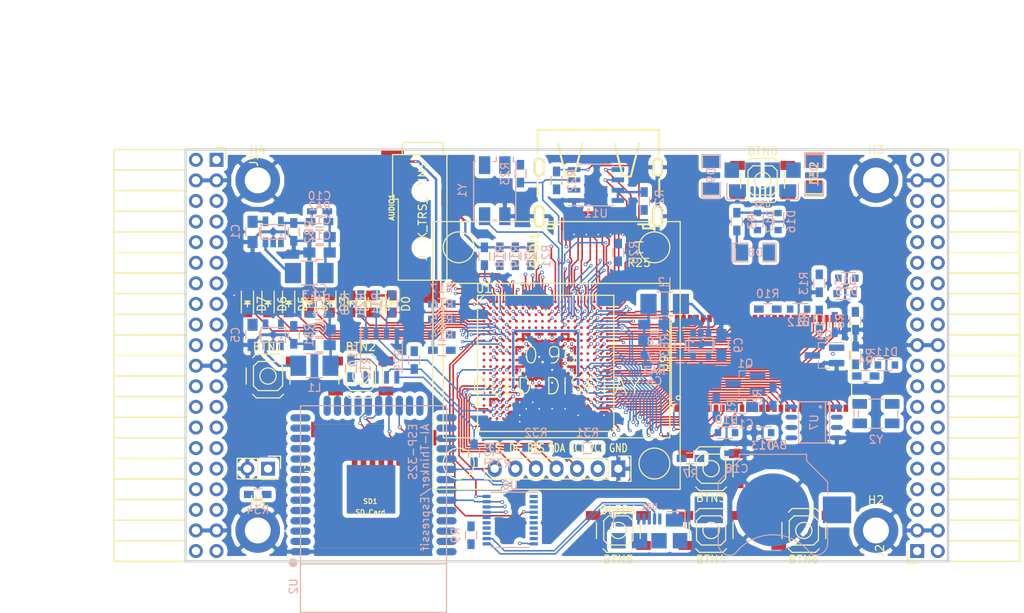
<source format=kicad_pcb>
(kicad_pcb (version 4) (host pcbnew 4.0.5+dfsg1-4)
  (layers (0 F.Cu signal) (1 In1.Cu signal) (2 In2.Cu signal) (31 B.Cu signal) (34 B.Paste user) (35 F.Paste user) (36 B.SilkS user) (37 F.SilkS user) (38 B.Mask user) (39 F.Mask user) (44 Edge.Cuts user))
  (net 0 "")
  (net 1 GND)
  (net 2 +5V)
  (net 3 /gpio/IN5V)
  (net 4 /gpio/OUT5V)
  (net 5 +3V3)
  (net 6 "Net-(L1-Pad1)")
  (net 7 "Net-(L2-Pad1)")
  (net 8 +1V2)
  (net 9 BTN_D)
  (net 10 BTN_F1)
  (net 11 BTN_F2)
  (net 12 BTN_L)
  (net 13 BTN_R)
  (net 14 BTN_U)
  (net 15 /power/FB1)
  (net 16 +2V5)
  (net 17 "Net-(L3-Pad1)")
  (net 18 /power/PWREN)
  (net 19 /power/FB3)
  (net 20 /power/FB2)
  (net 21 "Net-(D9-Pad1)")
  (net 22 /power/VBAT)
  (net 23 JTAG_TDI)
  (net 24 JTAG_TCK)
  (net 25 JTAG_TMS)
  (net 26 JTAG_TDO)
  (net 27 /power/WAKEUPn)
  (net 28 /power/WKUP)
  (net 29 /power/SHUT)
  (net 30 /power/WAKE)
  (net 31 /power/HOLD)
  (net 32 /power/WKn)
  (net 33 /power/OSCI_32k)
  (net 34 /power/OSCO_32k)
  (net 35 FTDI_nSUSPEND)
  (net 36 "Net-(Q2-Pad3)")
  (net 37 SHUTDOWN)
  (net 38 /analog/AUDIO_L)
  (net 39 /analog/AUDIO_R)
  (net 40 GPDI_5V_SCL)
  (net 41 GPDI_5V_SDA)
  (net 42 GPDI_SDA)
  (net 43 GPDI_SCL)
  (net 44 /gpdi/VREF2)
  (net 45 /blinkey/BTNPU)
  (net 46 SD_CMD)
  (net 47 SD_CLK)
  (net 48 SD_D0)
  (net 49 SD_D1)
  (net 50 USB5V)
  (net 51 "Net-(BTN0-Pad1)")
  (net 52 GPDI_CEC)
  (net 53 nRESET)
  (net 54 /usb/FT3V3)
  (net 55 FTDI_nDTR)
  (net 56 SDRAM_CKE)
  (net 57 SDRAM_A7)
  (net 58 SDRAM_D15)
  (net 59 SDRAM_BA1)
  (net 60 SDRAM_D7)
  (net 61 SDRAM_A6)
  (net 62 SDRAM_CLK)
  (net 63 SDRAM_D13)
  (net 64 SDRAM_BA0)
  (net 65 SDRAM_D6)
  (net 66 SDRAM_A5)
  (net 67 SDRAM_D14)
  (net 68 SDRAM_A11)
  (net 69 SDRAM_D12)
  (net 70 SDRAM_D5)
  (net 71 SDRAM_A4)
  (net 72 SDRAM_A10)
  (net 73 SDRAM_D11)
  (net 74 SDRAM_A3)
  (net 75 SDRAM_D4)
  (net 76 SDRAM_D10)
  (net 77 SDRAM_D9)
  (net 78 SDRAM_A9)
  (net 79 SDRAM_D3)
  (net 80 SDRAM_D8)
  (net 81 SDRAM_A8)
  (net 82 SDRAM_A2)
  (net 83 SDRAM_A1)
  (net 84 SDRAM_A0)
  (net 85 SDRAM_D2)
  (net 86 SDRAM_D1)
  (net 87 SDRAM_D0)
  (net 88 SDRAM_DQM0)
  (net 89 SDRAM_nCS)
  (net 90 SDRAM_nRAS)
  (net 91 SDRAM_DQM1)
  (net 92 SDRAM_nCAS)
  (net 93 SDRAM_nWE)
  (net 94 /flash/FLASH_nWP)
  (net 95 /flash/FLASH_nHOLD)
  (net 96 /flash/FLASH_MOSI)
  (net 97 /flash/FLASH_MISO)
  (net 98 /flash/FLASH_SCK)
  (net 99 /flash/FLASH_nCS)
  (net 100 /flash/FPGA_PROGRAMN)
  (net 101 /flash/FPGA_DONE)
  (net 102 /flash/FPGA_INITN)
  (net 103 OLED_RES)
  (net 104 OLED_DC)
  (net 105 OLED_CS)
  (net 106 WIFI_EN)
  (net 107 FTDI_nRTS)
  (net 108 WIFI_GPIO2)
  (net 109 FTDI_TXD)
  (net 110 FTDI_RXD)
  (net 111 WIFI_RXD)
  (net 112 WIFI_GPIO0)
  (net 113 FTDI_nCTS)
  (net 114 WIFI_TXD)
  (net 115 FTDI_nRI)
  (net 116 FTDI_nDCD)
  (net 117 /gpdi/CLK_25MHz)
  (net 118 GPDI_ETH-)
  (net 119 GPDI_ETH+)
  (net 120 GPDI_D2+)
  (net 121 GPDI_D2-)
  (net 122 GPDI_D1+)
  (net 123 GPDI_D1-)
  (net 124 GPDI_D0+)
  (net 125 GPDI_D0-)
  (net 126 GPDI_CLK+)
  (net 127 GPDI_CLK-)
  (net 128 USB_FPGA_D+)
  (net 129 USB_FPGA_D-)
  (net 130 USB_FTDI_D+)
  (net 131 USB_FTDI_D-)
  (net 132 J1_17-)
  (net 133 J1_17+)
  (net 134 J1_23-)
  (net 135 J1_23+)
  (net 136 J1_25-)
  (net 137 J1_25+)
  (net 138 J1_27-)
  (net 139 J1_27+)
  (net 140 J1_29-)
  (net 141 J1_29+)
  (net 142 J1_31-)
  (net 143 J1_31+)
  (net 144 J1_33-)
  (net 145 J1_33+)
  (net 146 J1_35-)
  (net 147 J1_35+)
  (net 148 J2_5-)
  (net 149 J2_5+)
  (net 150 J2_7-)
  (net 151 J2_7+)
  (net 152 J2_9-)
  (net 153 J2_9+)
  (net 154 J2_13-)
  (net 155 J2_13+)
  (net 156 J2_17-)
  (net 157 J2_17+)
  (net 158 J2_11-)
  (net 159 J2_11+)
  (net 160 J2_23-)
  (net 161 J2_23+)
  (net 162 J1_5-)
  (net 163 J1_5+)
  (net 164 J1_7-)
  (net 165 J1_7+)
  (net 166 J1_9-)
  (net 167 J1_9+)
  (net 168 J1_11-)
  (net 169 J1_11+)
  (net 170 J1_13-)
  (net 171 J1_13+)
  (net 172 J1_15-)
  (net 173 J1_15+)
  (net 174 J2_15-)
  (net 175 J2_15+)
  (net 176 J2_25-)
  (net 177 J2_25+)
  (net 178 J2_27-)
  (net 179 J2_27+)
  (net 180 J2_29-)
  (net 181 J2_29+)
  (net 182 J2_31-)
  (net 183 J2_31+)
  (net 184 J2_33-)
  (net 185 J2_33+)
  (net 186 J2_35-)
  (net 187 J2_35+)
  (net 188 SD_D3)
  (net 189 AUDIO_L3)
  (net 190 AUDIO_L2)
  (net 191 AUDIO_L1)
  (net 192 AUDIO_L0)
  (net 193 AUDIO_R3)
  (net 194 AUDIO_R2)
  (net 195 AUDIO_R1)
  (net 196 AUDIO_R0)
  (net 197 FTDI_nDSR)
  (net 198 OLED_CLK)
  (net 199 OLED_MOSI)
  (net 200 WIFI_GPIO15)
  (net 201 LED0)
  (net 202 LED1)
  (net 203 LED2)
  (net 204 LED3)
  (net 205 LED4)
  (net 206 LED5)
  (net 207 LED6)
  (net 208 LED7)
  (net 209 BTN_PWRn)
  (module lfe5bg381:BGA-381_pitch0.8mm_dia0.4mm (layer F.Cu) (at 138.48 87.8)
    (fp_text reference U1 (at -7.6 -9.2) (layer F.SilkS))
    (fp_text value LFE5U-25F-6BG381C)
    (pad A2 smd circle (at -6.8 -7.6) (size 0.35 0.35) (layers F.Cu F.Paste F.Mask) (net 139 J1_27+))
    (pad A3 smd circle (at -6 -7.6) (size 0.35 0.35) (layers F.Cu F.Paste F.Mask) (net 193 AUDIO_R3))
    (pad A4 smd circle (at -5.2 -7.6) (size 0.35 0.35) (layers F.Cu F.Paste F.Mask) (net 137 J1_25+))
    (pad A5 smd circle (at -4.4 -7.6) (size 0.35 0.35) (layers F.Cu F.Paste F.Mask) (net 136 J1_25-))
    (pad A6 smd circle (at -3.6 -7.6) (size 0.35 0.35) (layers F.Cu F.Paste F.Mask) (net 135 J1_23+))
    (pad A7 smd circle (at -2.8 -7.6) (size 0.35 0.35) (layers F.Cu F.Paste F.Mask) (net 173 J1_15+))
    (pad A8 smd circle (at -2 -7.6) (size 0.35 0.35) (layers F.Cu F.Paste F.Mask) (net 172 J1_15-))
    (pad A9 smd circle (at -1.2 -7.6) (size 0.35 0.35) (layers F.Cu F.Paste F.Mask) (net 166 J1_9-))
    (pad A10 smd circle (at -0.4 -7.6) (size 0.35 0.35) (layers F.Cu F.Paste F.Mask) (net 165 J1_7+))
    (pad A11 smd circle (at 0.4 -7.6) (size 0.35 0.35) (layers F.Cu F.Paste F.Mask) (net 164 J1_7-))
    (pad A12 smd circle (at 1.2 -7.6) (size 0.35 0.35) (layers F.Cu F.Paste F.Mask) (net 119 GPDI_ETH+))
    (pad A13 smd circle (at 2 -7.6) (size 0.35 0.35) (layers F.Cu F.Paste F.Mask) (net 118 GPDI_ETH-))
    (pad A14 smd circle (at 2.8 -7.6) (size 0.35 0.35) (layers F.Cu F.Paste F.Mask) (net 120 GPDI_D2+))
    (pad A15 smd circle (at 3.6 -7.6) (size 0.35 0.35) (layers F.Cu F.Paste F.Mask))
    (pad A16 smd circle (at 4.4 -7.6) (size 0.35 0.35) (layers F.Cu F.Paste F.Mask) (net 122 GPDI_D1+))
    (pad A17 smd circle (at 5.2 -7.6) (size 0.35 0.35) (layers F.Cu F.Paste F.Mask) (net 124 GPDI_D0+))
    (pad A18 smd circle (at 6 -7.6) (size 0.35 0.35) (layers F.Cu F.Paste F.Mask) (net 126 GPDI_CLK+))
    (pad A19 smd circle (at 6.8 -7.6) (size 0.35 0.35) (layers F.Cu F.Paste F.Mask) (net 52 GPDI_CEC))
    (pad B1 smd circle (at -7.6 -6.8) (size 0.35 0.35) (layers F.Cu F.Paste F.Mask) (net 138 J1_27-))
    (pad B2 smd circle (at -6.8 -6.8) (size 0.35 0.35) (layers F.Cu F.Paste F.Mask) (net 201 LED0))
    (pad B3 smd circle (at -6 -6.8) (size 0.35 0.35) (layers F.Cu F.Paste F.Mask) (net 192 AUDIO_L0))
    (pad B4 smd circle (at -5.2 -6.8) (size 0.35 0.35) (layers F.Cu F.Paste F.Mask) (net 140 J1_29-))
    (pad B5 smd circle (at -4.4 -6.8) (size 0.35 0.35) (layers F.Cu F.Paste F.Mask) (net 194 AUDIO_R2))
    (pad B6 smd circle (at -3.6 -6.8) (size 0.35 0.35) (layers F.Cu F.Paste F.Mask) (net 134 J1_23-))
    (pad B7 smd circle (at -2.8 -6.8) (size 0.35 0.35) (layers F.Cu F.Paste F.Mask) (net 1 GND))
    (pad B8 smd circle (at -2 -6.8) (size 0.35 0.35) (layers F.Cu F.Paste F.Mask) (net 170 J1_13-))
    (pad B9 smd circle (at -1.2 -6.8) (size 0.35 0.35) (layers F.Cu F.Paste F.Mask) (net 169 J1_11+))
    (pad B10 smd circle (at -0.4 -6.8) (size 0.35 0.35) (layers F.Cu F.Paste F.Mask) (net 167 J1_9+))
    (pad B11 smd circle (at 0.4 -6.8) (size 0.35 0.35) (layers F.Cu F.Paste F.Mask) (net 163 J1_5+))
    (pad B12 smd circle (at 1.2 -6.8) (size 0.35 0.35) (layers F.Cu F.Paste F.Mask) (net 117 /gpdi/CLK_25MHz))
    (pad B13 smd circle (at 2 -6.8) (size 0.35 0.35) (layers F.Cu F.Paste F.Mask) (net 187 J2_35+))
    (pad B14 smd circle (at 2.8 -6.8) (size 0.35 0.35) (layers F.Cu F.Paste F.Mask) (net 1 GND))
    (pad B15 smd circle (at 3.6 -6.8) (size 0.35 0.35) (layers F.Cu F.Paste F.Mask) (net 183 J2_31+))
    (pad B16 smd circle (at 4.4 -6.8) (size 0.35 0.35) (layers F.Cu F.Paste F.Mask) (net 123 GPDI_D1-))
    (pad B17 smd circle (at 5.2 -6.8) (size 0.35 0.35) (layers F.Cu F.Paste F.Mask) (net 179 J2_27+))
    (pad B18 smd circle (at 6 -6.8) (size 0.35 0.35) (layers F.Cu F.Paste F.Mask) (net 125 GPDI_D0-))
    (pad B19 smd circle (at 6.8 -6.8) (size 0.35 0.35) (layers F.Cu F.Paste F.Mask) (net 127 GPDI_CLK-))
    (pad B20 smd circle (at 7.6 -6.8) (size 0.35 0.35) (layers F.Cu F.Paste F.Mask) (net 42 GPDI_SDA))
    (pad C1 smd circle (at -7.6 -6) (size 0.35 0.35) (layers F.Cu F.Paste F.Mask) (net 203 LED2))
    (pad C2 smd circle (at -6.8 -6) (size 0.35 0.35) (layers F.Cu F.Paste F.Mask) (net 202 LED1))
    (pad C3 smd circle (at -6 -6) (size 0.35 0.35) (layers F.Cu F.Paste F.Mask) (net 190 AUDIO_L2))
    (pad C4 smd circle (at -5.2 -6) (size 0.35 0.35) (layers F.Cu F.Paste F.Mask) (net 141 J1_29+))
    (pad C5 smd circle (at -4.4 -6) (size 0.35 0.35) (layers F.Cu F.Paste F.Mask) (net 195 AUDIO_R1))
    (pad C6 smd circle (at -3.6 -6) (size 0.35 0.35) (layers F.Cu F.Paste F.Mask) (net 133 J1_17+))
    (pad C7 smd circle (at -2.8 -6) (size 0.35 0.35) (layers F.Cu F.Paste F.Mask) (net 132 J1_17-))
    (pad C8 smd circle (at -2 -6) (size 0.35 0.35) (layers F.Cu F.Paste F.Mask) (net 171 J1_13+))
    (pad C9 smd circle (at -1.2 -6) (size 0.35 0.35) (layers F.Cu F.Paste F.Mask))
    (pad C10 smd circle (at -0.4 -6) (size 0.35 0.35) (layers F.Cu F.Paste F.Mask) (net 168 J1_11-))
    (pad C11 smd circle (at 0.4 -6) (size 0.35 0.35) (layers F.Cu F.Paste F.Mask) (net 162 J1_5-))
    (pad C12 smd circle (at 1.2 -6) (size 0.35 0.35) (layers F.Cu F.Paste F.Mask) (net 43 GPDI_SCL))
    (pad C13 smd circle (at 2 -6) (size 0.35 0.35) (layers F.Cu F.Paste F.Mask) (net 186 J2_35-))
    (pad C14 smd circle (at 2.8 -6) (size 0.35 0.35) (layers F.Cu F.Paste F.Mask) (net 121 GPDI_D2-))
    (pad C15 smd circle (at 3.6 -6) (size 0.35 0.35) (layers F.Cu F.Paste F.Mask) (net 182 J2_31-))
    (pad C16 smd circle (at 4.4 -6) (size 0.35 0.35) (layers F.Cu F.Paste F.Mask) (net 181 J2_29+))
    (pad C17 smd circle (at 5.2 -6) (size 0.35 0.35) (layers F.Cu F.Paste F.Mask) (net 178 J2_27-))
    (pad C18 smd circle (at 6 -6) (size 0.35 0.35) (layers F.Cu F.Paste F.Mask) (net 161 J2_23+))
    (pad C19 smd circle (at 6.8 -6) (size 0.35 0.35) (layers F.Cu F.Paste F.Mask) (net 1 GND))
    (pad C20 smd circle (at 7.6 -6) (size 0.35 0.35) (layers F.Cu F.Paste F.Mask) (net 58 SDRAM_D15))
    (pad D1 smd circle (at -7.6 -5.2) (size 0.35 0.35) (layers F.Cu F.Paste F.Mask) (net 205 LED4))
    (pad D2 smd circle (at -6.8 -5.2) (size 0.35 0.35) (layers F.Cu F.Paste F.Mask) (net 204 LED3))
    (pad D3 smd circle (at -6 -5.2) (size 0.35 0.35) (layers F.Cu F.Paste F.Mask) (net 191 AUDIO_L1))
    (pad D4 smd circle (at -5.2 -5.2) (size 0.35 0.35) (layers F.Cu F.Paste F.Mask) (net 1 GND))
    (pad D5 smd circle (at -4.4 -5.2) (size 0.35 0.35) (layers F.Cu F.Paste F.Mask))
    (pad D6 smd circle (at -3.6 -5.2) (size 0.35 0.35) (layers F.Cu F.Paste F.Mask) (net 209 BTN_PWRn))
    (pad D7 smd circle (at -2.8 -5.2) (size 0.35 0.35) (layers F.Cu F.Paste F.Mask))
    (pad D8 smd circle (at -2 -5.2) (size 0.35 0.35) (layers F.Cu F.Paste F.Mask))
    (pad D9 smd circle (at -1.2 -5.2) (size 0.35 0.35) (layers F.Cu F.Paste F.Mask))
    (pad D10 smd circle (at -0.4 -5.2) (size 0.35 0.35) (layers F.Cu F.Paste F.Mask))
    (pad D11 smd circle (at 0.4 -5.2) (size 0.35 0.35) (layers F.Cu F.Paste F.Mask) (net 14 BTN_U))
    (pad D12 smd circle (at 1.2 -5.2) (size 0.35 0.35) (layers F.Cu F.Paste F.Mask))
    (pad D13 smd circle (at 2 -5.2) (size 0.35 0.35) (layers F.Cu F.Paste F.Mask) (net 185 J2_33+))
    (pad D14 smd circle (at 2.8 -5.2) (size 0.35 0.35) (layers F.Cu F.Paste F.Mask))
    (pad D15 smd circle (at 3.6 -5.2) (size 0.35 0.35) (layers F.Cu F.Paste F.Mask) (net 177 J2_25+))
    (pad D16 smd circle (at 4.4 -5.2) (size 0.35 0.35) (layers F.Cu F.Paste F.Mask) (net 180 J2_29-))
    (pad D17 smd circle (at 5.2 -5.2) (size 0.35 0.35) (layers F.Cu F.Paste F.Mask) (net 160 J2_23-))
    (pad D18 smd circle (at 6 -5.2) (size 0.35 0.35) (layers F.Cu F.Paste F.Mask) (net 157 J2_17+))
    (pad D19 smd circle (at 6.8 -5.2) (size 0.35 0.35) (layers F.Cu F.Paste F.Mask) (net 67 SDRAM_D14))
    (pad D20 smd circle (at 7.6 -5.2) (size 0.35 0.35) (layers F.Cu F.Paste F.Mask) (net 63 SDRAM_D13))
    (pad E1 smd circle (at -7.6 -4.4) (size 0.35 0.35) (layers F.Cu F.Paste F.Mask) (net 207 LED6))
    (pad E2 smd circle (at -6.8 -4.4) (size 0.35 0.35) (layers F.Cu F.Paste F.Mask) (net 206 LED5))
    (pad E3 smd circle (at -6 -4.4) (size 0.35 0.35) (layers F.Cu F.Paste F.Mask) (net 142 J1_31-))
    (pad E4 smd circle (at -5.2 -4.4) (size 0.35 0.35) (layers F.Cu F.Paste F.Mask))
    (pad E5 smd circle (at -4.4 -4.4) (size 0.35 0.35) (layers F.Cu F.Paste F.Mask) (net 189 AUDIO_L3))
    (pad E6 smd circle (at -3.6 -4.4) (size 0.35 0.35) (layers F.Cu F.Paste F.Mask))
    (pad E7 smd circle (at -2.8 -4.4) (size 0.35 0.35) (layers F.Cu F.Paste F.Mask))
    (pad E8 smd circle (at -2 -4.4) (size 0.35 0.35) (layers F.Cu F.Paste F.Mask))
    (pad E9 smd circle (at -1.2 -4.4) (size 0.35 0.35) (layers F.Cu F.Paste F.Mask))
    (pad E10 smd circle (at -0.4 -4.4) (size 0.35 0.35) (layers F.Cu F.Paste F.Mask))
    (pad E11 smd circle (at 0.4 -4.4) (size 0.35 0.35) (layers F.Cu F.Paste F.Mask))
    (pad E12 smd circle (at 1.2 -4.4) (size 0.35 0.35) (layers F.Cu F.Paste F.Mask))
    (pad E13 smd circle (at 2 -4.4) (size 0.35 0.35) (layers F.Cu F.Paste F.Mask) (net 184 J2_33-))
    (pad E14 smd circle (at 2.8 -4.4) (size 0.35 0.35) (layers F.Cu F.Paste F.Mask))
    (pad E15 smd circle (at 3.6 -4.4) (size 0.35 0.35) (layers F.Cu F.Paste F.Mask) (net 176 J2_25-))
    (pad E16 smd circle (at 4.4 -4.4) (size 0.35 0.35) (layers F.Cu F.Paste F.Mask))
    (pad E17 smd circle (at 5.2 -4.4) (size 0.35 0.35) (layers F.Cu F.Paste F.Mask) (net 156 J2_17-))
    (pad E18 smd circle (at 6 -4.4) (size 0.35 0.35) (layers F.Cu F.Paste F.Mask) (net 75 SDRAM_D4))
    (pad E19 smd circle (at 6.8 -4.4) (size 0.35 0.35) (layers F.Cu F.Paste F.Mask) (net 69 SDRAM_D12))
    (pad E20 smd circle (at 7.6 -4.4) (size 0.35 0.35) (layers F.Cu F.Paste F.Mask) (net 73 SDRAM_D11))
    (pad F1 smd circle (at -7.6 -3.6) (size 0.35 0.35) (layers F.Cu F.Paste F.Mask) (net 110 FTDI_RXD))
    (pad F2 smd circle (at -6.8 -3.6) (size 0.35 0.35) (layers F.Cu F.Paste F.Mask) (net 208 LED7))
    (pad F3 smd circle (at -6 -3.6) (size 0.35 0.35) (layers F.Cu F.Paste F.Mask) (net 144 J1_33-))
    (pad F4 smd circle (at -5.2 -3.6) (size 0.35 0.35) (layers F.Cu F.Paste F.Mask) (net 143 J1_31+))
    (pad F5 smd circle (at -4.4 -3.6) (size 0.35 0.35) (layers F.Cu F.Paste F.Mask) (net 196 AUDIO_R0))
    (pad F6 smd circle (at -3.6 -3.6) (size 0.35 0.35) (layers F.Cu F.Paste F.Mask) (net 16 +2V5))
    (pad F7 smd circle (at -2.8 -3.6) (size 0.35 0.35) (layers F.Cu F.Paste F.Mask) (net 1 GND))
    (pad F8 smd circle (at -2 -3.6) (size 0.35 0.35) (layers F.Cu F.Paste F.Mask) (net 1 GND))
    (pad F9 smd circle (at -1.2 -3.6) (size 0.35 0.35) (layers F.Cu F.Paste F.Mask) (net 5 +3V3))
    (pad F10 smd circle (at -0.4 -3.6) (size 0.35 0.35) (layers F.Cu F.Paste F.Mask) (net 5 +3V3))
    (pad F11 smd circle (at 0.4 -3.6) (size 0.35 0.35) (layers F.Cu F.Paste F.Mask) (net 5 +3V3))
    (pad F12 smd circle (at 1.2 -3.6) (size 0.35 0.35) (layers F.Cu F.Paste F.Mask) (net 5 +3V3))
    (pad F13 smd circle (at 2 -3.6) (size 0.35 0.35) (layers F.Cu F.Paste F.Mask) (net 1 GND))
    (pad F14 smd circle (at 2.8 -3.6) (size 0.35 0.35) (layers F.Cu F.Paste F.Mask) (net 1 GND))
    (pad F15 smd circle (at 3.6 -3.6) (size 0.35 0.35) (layers F.Cu F.Paste F.Mask) (net 16 +2V5))
    (pad F16 smd circle (at 4.4 -3.6) (size 0.35 0.35) (layers F.Cu F.Paste F.Mask))
    (pad F17 smd circle (at 5.2 -3.6) (size 0.35 0.35) (layers F.Cu F.Paste F.Mask) (net 175 J2_15+))
    (pad F18 smd circle (at 6 -3.6) (size 0.35 0.35) (layers F.Cu F.Paste F.Mask) (net 70 SDRAM_D5))
    (pad F19 smd circle (at 6.8 -3.6) (size 0.35 0.35) (layers F.Cu F.Paste F.Mask) (net 76 SDRAM_D10))
    (pad F20 smd circle (at 7.6 -3.6) (size 0.35 0.35) (layers F.Cu F.Paste F.Mask) (net 77 SDRAM_D9))
    (pad G1 smd circle (at -7.6 -2.8) (size 0.35 0.35) (layers F.Cu F.Paste F.Mask) (net 109 FTDI_TXD))
    (pad G2 smd circle (at -6.8 -2.8) (size 0.35 0.35) (layers F.Cu F.Paste F.Mask) (net 111 WIFI_RXD))
    (pad G3 smd circle (at -6 -2.8) (size 0.35 0.35) (layers F.Cu F.Paste F.Mask) (net 145 J1_33+))
    (pad G4 smd circle (at -5.2 -2.8) (size 0.35 0.35) (layers F.Cu F.Paste F.Mask) (net 1 GND))
    (pad G5 smd circle (at -4.4 -2.8) (size 0.35 0.35) (layers F.Cu F.Paste F.Mask) (net 146 J1_35-))
    (pad G6 smd circle (at -3.6 -2.8) (size 0.35 0.35) (layers F.Cu F.Paste F.Mask) (net 1 GND))
    (pad G7 smd circle (at -2.8 -2.8) (size 0.35 0.35) (layers F.Cu F.Paste F.Mask) (net 1 GND))
    (pad G8 smd circle (at -2 -2.8) (size 0.35 0.35) (layers F.Cu F.Paste F.Mask) (net 1 GND))
    (pad G9 smd circle (at -1.2 -2.8) (size 0.35 0.35) (layers F.Cu F.Paste F.Mask) (net 1 GND))
    (pad G10 smd circle (at -0.4 -2.8) (size 0.35 0.35) (layers F.Cu F.Paste F.Mask) (net 1 GND))
    (pad G11 smd circle (at 0.4 -2.8) (size 0.35 0.35) (layers F.Cu F.Paste F.Mask) (net 1 GND))
    (pad G12 smd circle (at 1.2 -2.8) (size 0.35 0.35) (layers F.Cu F.Paste F.Mask) (net 1 GND))
    (pad G13 smd circle (at 2 -2.8) (size 0.35 0.35) (layers F.Cu F.Paste F.Mask) (net 1 GND))
    (pad G14 smd circle (at 2.8 -2.8) (size 0.35 0.35) (layers F.Cu F.Paste F.Mask) (net 1 GND))
    (pad G15 smd circle (at 3.6 -2.8) (size 0.35 0.35) (layers F.Cu F.Paste F.Mask) (net 1 GND))
    (pad G16 smd circle (at 4.4 -2.8) (size 0.35 0.35) (layers F.Cu F.Paste F.Mask))
    (pad G17 smd circle (at 5.2 -2.8) (size 0.35 0.35) (layers F.Cu F.Paste F.Mask) (net 1 GND))
    (pad G18 smd circle (at 6 -2.8) (size 0.35 0.35) (layers F.Cu F.Paste F.Mask) (net 174 J2_15-))
    (pad G19 smd circle (at 6.8 -2.8) (size 0.35 0.35) (layers F.Cu F.Paste F.Mask) (net 80 SDRAM_D8))
    (pad G20 smd circle (at 7.6 -2.8) (size 0.35 0.35) (layers F.Cu F.Paste F.Mask) (net 91 SDRAM_DQM1))
    (pad H1 smd circle (at -7.6 -2) (size 0.35 0.35) (layers F.Cu F.Paste F.Mask) (net 200 WIFI_GPIO15))
    (pad H2 smd circle (at -6.8 -2) (size 0.35 0.35) (layers F.Cu F.Paste F.Mask) (net 114 WIFI_TXD))
    (pad H3 smd circle (at -6 -2) (size 0.35 0.35) (layers F.Cu F.Paste F.Mask))
    (pad H4 smd circle (at -5.2 -2) (size 0.35 0.35) (layers F.Cu F.Paste F.Mask) (net 147 J1_35+))
    (pad H5 smd circle (at -4.4 -2) (size 0.35 0.35) (layers F.Cu F.Paste F.Mask))
    (pad H6 smd circle (at -3.6 -2) (size 0.35 0.35) (layers F.Cu F.Paste F.Mask) (net 5 +3V3))
    (pad H7 smd circle (at -2.8 -2) (size 0.35 0.35) (layers F.Cu F.Paste F.Mask) (net 5 +3V3))
    (pad H8 smd circle (at -2 -2) (size 0.35 0.35) (layers F.Cu F.Paste F.Mask) (net 8 +1V2))
    (pad H9 smd circle (at -1.2 -2) (size 0.35 0.35) (layers F.Cu F.Paste F.Mask) (net 8 +1V2))
    (pad H10 smd circle (at -0.4 -2) (size 0.35 0.35) (layers F.Cu F.Paste F.Mask) (net 8 +1V2))
    (pad H11 smd circle (at 0.4 -2) (size 0.35 0.35) (layers F.Cu F.Paste F.Mask) (net 8 +1V2))
    (pad H12 smd circle (at 1.2 -2) (size 0.35 0.35) (layers F.Cu F.Paste F.Mask) (net 8 +1V2))
    (pad H13 smd circle (at 2 -2) (size 0.35 0.35) (layers F.Cu F.Paste F.Mask) (net 8 +1V2))
    (pad H14 smd circle (at 2.8 -2) (size 0.35 0.35) (layers F.Cu F.Paste F.Mask) (net 5 +3V3))
    (pad H15 smd circle (at 3.6 -2) (size 0.35 0.35) (layers F.Cu F.Paste F.Mask) (net 5 +3V3))
    (pad H16 smd circle (at 4.4 -2) (size 0.35 0.35) (layers F.Cu F.Paste F.Mask))
    (pad H17 smd circle (at 5.2 -2) (size 0.35 0.35) (layers F.Cu F.Paste F.Mask) (net 154 J2_13-))
    (pad H18 smd circle (at 6 -2) (size 0.35 0.35) (layers F.Cu F.Paste F.Mask) (net 155 J2_13+))
    (pad H19 smd circle (at 6.8 -2) (size 0.35 0.35) (layers F.Cu F.Paste F.Mask) (net 1 GND))
    (pad H20 smd circle (at 7.6 -2) (size 0.35 0.35) (layers F.Cu F.Paste F.Mask) (net 62 SDRAM_CLK))
    (pad J1 smd circle (at -7.6 -1.2) (size 0.35 0.35) (layers F.Cu F.Paste F.Mask))
    (pad J2 smd circle (at -6.8 -1.2) (size 0.35 0.35) (layers F.Cu F.Paste F.Mask) (net 1 GND))
    (pad J3 smd circle (at -6 -1.2) (size 0.35 0.35) (layers F.Cu F.Paste F.Mask) (net 112 WIFI_GPIO0))
    (pad J4 smd circle (at -5.2 -1.2) (size 0.35 0.35) (layers F.Cu F.Paste F.Mask) (net 108 WIFI_GPIO2))
    (pad J5 smd circle (at -4.4 -1.2) (size 0.35 0.35) (layers F.Cu F.Paste F.Mask) (net 113 FTDI_nCTS))
    (pad J6 smd circle (at -3.6 -1.2) (size 0.35 0.35) (layers F.Cu F.Paste F.Mask) (net 5 +3V3))
    (pad J7 smd circle (at -2.8 -1.2) (size 0.35 0.35) (layers F.Cu F.Paste F.Mask) (net 1 GND))
    (pad J8 smd circle (at -2 -1.2) (size 0.35 0.35) (layers F.Cu F.Paste F.Mask) (net 8 +1V2))
    (pad J9 smd circle (at -1.2 -1.2) (size 0.35 0.35) (layers F.Cu F.Paste F.Mask) (net 1 GND))
    (pad J10 smd circle (at -0.4 -1.2) (size 0.35 0.35) (layers F.Cu F.Paste F.Mask) (net 1 GND))
    (pad J11 smd circle (at 0.4 -1.2) (size 0.35 0.35) (layers F.Cu F.Paste F.Mask) (net 1 GND))
    (pad J12 smd circle (at 1.2 -1.2) (size 0.35 0.35) (layers F.Cu F.Paste F.Mask) (net 1 GND))
    (pad J13 smd circle (at 2 -1.2) (size 0.35 0.35) (layers F.Cu F.Paste F.Mask) (net 8 +1V2))
    (pad J14 smd circle (at 2.8 -1.2) (size 0.35 0.35) (layers F.Cu F.Paste F.Mask) (net 1 GND))
    (pad J15 smd circle (at 3.6 -1.2) (size 0.35 0.35) (layers F.Cu F.Paste F.Mask) (net 5 +3V3))
    (pad J16 smd circle (at 4.4 -1.2) (size 0.35 0.35) (layers F.Cu F.Paste F.Mask))
    (pad J17 smd circle (at 5.2 -1.2) (size 0.35 0.35) (layers F.Cu F.Paste F.Mask))
    (pad J18 smd circle (at 6 -1.2) (size 0.35 0.35) (layers F.Cu F.Paste F.Mask) (net 79 SDRAM_D3))
    (pad J19 smd circle (at 6.8 -1.2) (size 0.35 0.35) (layers F.Cu F.Paste F.Mask) (net 56 SDRAM_CKE))
    (pad J20 smd circle (at 7.6 -1.2) (size 0.35 0.35) (layers F.Cu F.Paste F.Mask) (net 68 SDRAM_A11))
    (pad K1 smd circle (at -7.6 -0.4) (size 0.35 0.35) (layers F.Cu F.Paste F.Mask))
    (pad K2 smd circle (at -6.8 -0.4) (size 0.35 0.35) (layers F.Cu F.Paste F.Mask) (net 55 FTDI_nDTR))
    (pad K3 smd circle (at -6 -0.4) (size 0.35 0.35) (layers F.Cu F.Paste F.Mask) (net 107 FTDI_nRTS))
    (pad K4 smd circle (at -5.2 -0.4) (size 0.35 0.35) (layers F.Cu F.Paste F.Mask))
    (pad K5 smd circle (at -4.4 -0.4) (size 0.35 0.35) (layers F.Cu F.Paste F.Mask))
    (pad K6 smd circle (at -3.6 -0.4) (size 0.35 0.35) (layers F.Cu F.Paste F.Mask) (net 1 GND))
    (pad K7 smd circle (at -2.8 -0.4) (size 0.35 0.35) (layers F.Cu F.Paste F.Mask) (net 1 GND))
    (pad K8 smd circle (at -2 -0.4) (size 0.35 0.35) (layers F.Cu F.Paste F.Mask) (net 8 +1V2))
    (pad K9 smd circle (at -1.2 -0.4) (size 0.35 0.35) (layers F.Cu F.Paste F.Mask) (net 1 GND))
    (pad K10 smd circle (at -0.4 -0.4) (size 0.35 0.35) (layers F.Cu F.Paste F.Mask) (net 1 GND))
    (pad K11 smd circle (at 0.4 -0.4) (size 0.35 0.35) (layers F.Cu F.Paste F.Mask) (net 1 GND))
    (pad K12 smd circle (at 1.2 -0.4) (size 0.35 0.35) (layers F.Cu F.Paste F.Mask) (net 1 GND))
    (pad K13 smd circle (at 2 -0.4) (size 0.35 0.35) (layers F.Cu F.Paste F.Mask) (net 8 +1V2))
    (pad K14 smd circle (at 2.8 -0.4) (size 0.35 0.35) (layers F.Cu F.Paste F.Mask) (net 1 GND))
    (pad K15 smd circle (at 3.6 -0.4) (size 0.35 0.35) (layers F.Cu F.Paste F.Mask) (net 1 GND))
    (pad K16 smd circle (at 4.4 -0.4) (size 0.35 0.35) (layers F.Cu F.Paste F.Mask))
    (pad K17 smd circle (at 5.2 -0.4) (size 0.35 0.35) (layers F.Cu F.Paste F.Mask))
    (pad K18 smd circle (at 6 -0.4) (size 0.35 0.35) (layers F.Cu F.Paste F.Mask) (net 85 SDRAM_D2))
    (pad K19 smd circle (at 6.8 -0.4) (size 0.35 0.35) (layers F.Cu F.Paste F.Mask) (net 78 SDRAM_A9))
    (pad K20 smd circle (at 7.6 -0.4) (size 0.35 0.35) (layers F.Cu F.Paste F.Mask) (net 81 SDRAM_A8))
    (pad L1 smd circle (at -7.6 0.4) (size 0.35 0.35) (layers F.Cu F.Paste F.Mask) (net 48 SD_D0))
    (pad L2 smd circle (at -6.8 0.4) (size 0.35 0.35) (layers F.Cu F.Paste F.Mask) (net 116 FTDI_nDCD))
    (pad L3 smd circle (at -6 0.4) (size 0.35 0.35) (layers F.Cu F.Paste F.Mask) (net 105 OLED_CS))
    (pad L4 smd circle (at -5.2 0.4) (size 0.35 0.35) (layers F.Cu F.Paste F.Mask) (net 106 WIFI_EN))
    (pad L5 smd circle (at -4.4 0.4) (size 0.35 0.35) (layers F.Cu F.Paste F.Mask) (net 197 FTDI_nDSR))
    (pad L6 smd circle (at -3.6 0.4) (size 0.35 0.35) (layers F.Cu F.Paste F.Mask) (net 5 +3V3))
    (pad L7 smd circle (at -2.8 0.4) (size 0.35 0.35) (layers F.Cu F.Paste F.Mask) (net 5 +3V3))
    (pad L8 smd circle (at -2 0.4) (size 0.35 0.35) (layers F.Cu F.Paste F.Mask) (net 8 +1V2))
    (pad L9 smd circle (at -1.2 0.4) (size 0.35 0.35) (layers F.Cu F.Paste F.Mask) (net 1 GND))
    (pad L10 smd circle (at -0.4 0.4) (size 0.35 0.35) (layers F.Cu F.Paste F.Mask) (net 1 GND))
    (pad L11 smd circle (at 0.4 0.4) (size 0.35 0.35) (layers F.Cu F.Paste F.Mask) (net 1 GND))
    (pad L12 smd circle (at 1.2 0.4) (size 0.35 0.35) (layers F.Cu F.Paste F.Mask) (net 1 GND))
    (pad L13 smd circle (at 2 0.4) (size 0.35 0.35) (layers F.Cu F.Paste F.Mask) (net 8 +1V2))
    (pad L14 smd circle (at 2.8 0.4) (size 0.35 0.35) (layers F.Cu F.Paste F.Mask) (net 5 +3V3))
    (pad L15 smd circle (at 3.6 0.4) (size 0.35 0.35) (layers F.Cu F.Paste F.Mask) (net 5 +3V3))
    (pad L16 smd circle (at 4.4 0.4) (size 0.35 0.35) (layers F.Cu F.Paste F.Mask) (net 159 J2_11+))
    (pad L17 smd circle (at 5.2 0.4) (size 0.35 0.35) (layers F.Cu F.Paste F.Mask) (net 158 J2_11-))
    (pad L18 smd circle (at 6 0.4) (size 0.35 0.35) (layers F.Cu F.Paste F.Mask) (net 86 SDRAM_D1))
    (pad L19 smd circle (at 6.8 0.4) (size 0.35 0.35) (layers F.Cu F.Paste F.Mask) (net 57 SDRAM_A7))
    (pad L20 smd circle (at 7.6 0.4) (size 0.35 0.35) (layers F.Cu F.Paste F.Mask) (net 61 SDRAM_A6))
    (pad M1 smd circle (at -7.6 1.2) (size 0.35 0.35) (layers F.Cu F.Paste F.Mask) (net 46 SD_CMD))
    (pad M2 smd circle (at -6.8 1.2) (size 0.35 0.35) (layers F.Cu F.Paste F.Mask) (net 1 GND))
    (pad M3 smd circle (at -6 1.2) (size 0.35 0.35) (layers F.Cu F.Paste F.Mask) (net 129 USB_FPGA_D-))
    (pad M4 smd circle (at -5.2 1.2) (size 0.35 0.35) (layers F.Cu F.Paste F.Mask))
    (pad M5 smd circle (at -4.4 1.2) (size 0.35 0.35) (layers F.Cu F.Paste F.Mask))
    (pad M6 smd circle (at -3.6 1.2) (size 0.35 0.35) (layers F.Cu F.Paste F.Mask) (net 5 +3V3))
    (pad M7 smd circle (at -2.8 1.2) (size 0.35 0.35) (layers F.Cu F.Paste F.Mask) (net 1 GND))
    (pad M8 smd circle (at -2 1.2) (size 0.35 0.35) (layers F.Cu F.Paste F.Mask) (net 8 +1V2))
    (pad M9 smd circle (at -1.2 1.2) (size 0.35 0.35) (layers F.Cu F.Paste F.Mask) (net 1 GND))
    (pad M10 smd circle (at -0.4 1.2) (size 0.35 0.35) (layers F.Cu F.Paste F.Mask) (net 1 GND))
    (pad M11 smd circle (at 0.4 1.2) (size 0.35 0.35) (layers F.Cu F.Paste F.Mask) (net 1 GND))
    (pad M12 smd circle (at 1.2 1.2) (size 0.35 0.35) (layers F.Cu F.Paste F.Mask) (net 1 GND))
    (pad M13 smd circle (at 2 1.2) (size 0.35 0.35) (layers F.Cu F.Paste F.Mask) (net 8 +1V2))
    (pad M14 smd circle (at 2.8 1.2) (size 0.35 0.35) (layers F.Cu F.Paste F.Mask) (net 1 GND))
    (pad M15 smd circle (at 3.6 1.2) (size 0.35 0.35) (layers F.Cu F.Paste F.Mask) (net 5 +3V3))
    (pad M16 smd circle (at 4.4 1.2) (size 0.35 0.35) (layers F.Cu F.Paste F.Mask) (net 1 GND))
    (pad M17 smd circle (at 5.2 1.2) (size 0.35 0.35) (layers F.Cu F.Paste F.Mask) (net 152 J2_9-))
    (pad M18 smd circle (at 6 1.2) (size 0.35 0.35) (layers F.Cu F.Paste F.Mask) (net 87 SDRAM_D0))
    (pad M19 smd circle (at 6.8 1.2) (size 0.35 0.35) (layers F.Cu F.Paste F.Mask) (net 66 SDRAM_A5))
    (pad M20 smd circle (at 7.6 1.2) (size 0.35 0.35) (layers F.Cu F.Paste F.Mask) (net 71 SDRAM_A4))
    (pad N1 smd circle (at -7.6 2) (size 0.35 0.35) (layers F.Cu F.Paste F.Mask) (net 47 SD_CLK))
    (pad N2 smd circle (at -6.8 2) (size 0.35 0.35) (layers F.Cu F.Paste F.Mask) (net 188 SD_D3))
    (pad N3 smd circle (at -6 2) (size 0.35 0.35) (layers F.Cu F.Paste F.Mask) (net 128 USB_FPGA_D+))
    (pad N4 smd circle (at -5.2 2) (size 0.35 0.35) (layers F.Cu F.Paste F.Mask) (net 49 SD_D1))
    (pad N5 smd circle (at -4.4 2) (size 0.35 0.35) (layers F.Cu F.Paste F.Mask))
    (pad N6 smd circle (at -3.6 2) (size 0.35 0.35) (layers F.Cu F.Paste F.Mask) (net 1 GND))
    (pad N7 smd circle (at -2.8 2) (size 0.35 0.35) (layers F.Cu F.Paste F.Mask) (net 1 GND))
    (pad N8 smd circle (at -2 2) (size 0.35 0.35) (layers F.Cu F.Paste F.Mask) (net 8 +1V2))
    (pad N9 smd circle (at -1.2 2) (size 0.35 0.35) (layers F.Cu F.Paste F.Mask) (net 8 +1V2))
    (pad N10 smd circle (at -0.4 2) (size 0.35 0.35) (layers F.Cu F.Paste F.Mask) (net 8 +1V2))
    (pad N11 smd circle (at 0.4 2) (size 0.35 0.35) (layers F.Cu F.Paste F.Mask) (net 8 +1V2))
    (pad N12 smd circle (at 1.2 2) (size 0.35 0.35) (layers F.Cu F.Paste F.Mask) (net 8 +1V2))
    (pad N13 smd circle (at 2 2) (size 0.35 0.35) (layers F.Cu F.Paste F.Mask) (net 8 +1V2))
    (pad N14 smd circle (at 2.8 2) (size 0.35 0.35) (layers F.Cu F.Paste F.Mask) (net 1 GND))
    (pad N15 smd circle (at 3.6 2) (size 0.35 0.35) (layers F.Cu F.Paste F.Mask) (net 1 GND))
    (pad N16 smd circle (at 4.4 2) (size 0.35 0.35) (layers F.Cu F.Paste F.Mask) (net 153 J2_9+))
    (pad N17 smd circle (at 5.2 2) (size 0.35 0.35) (layers F.Cu F.Paste F.Mask) (net 151 J2_7+))
    (pad N18 smd circle (at 6 2) (size 0.35 0.35) (layers F.Cu F.Paste F.Mask) (net 65 SDRAM_D6))
    (pad N19 smd circle (at 6.8 2) (size 0.35 0.35) (layers F.Cu F.Paste F.Mask) (net 74 SDRAM_A3))
    (pad N20 smd circle (at 7.6 2) (size 0.35 0.35) (layers F.Cu F.Paste F.Mask) (net 82 SDRAM_A2))
    (pad P1 smd circle (at -7.6 2.8) (size 0.35 0.35) (layers F.Cu F.Paste F.Mask) (net 104 OLED_DC))
    (pad P2 smd circle (at -6.8 2.8) (size 0.35 0.35) (layers F.Cu F.Paste F.Mask) (net 103 OLED_RES))
    (pad P3 smd circle (at -6 2.8) (size 0.35 0.35) (layers F.Cu F.Paste F.Mask) (net 199 OLED_MOSI))
    (pad P4 smd circle (at -5.2 2.8) (size 0.35 0.35) (layers F.Cu F.Paste F.Mask) (net 198 OLED_CLK))
    (pad P5 smd circle (at -4.4 2.8) (size 0.35 0.35) (layers F.Cu F.Paste F.Mask) (net 115 FTDI_nRI))
    (pad P6 smd circle (at -3.6 2.8) (size 0.35 0.35) (layers F.Cu F.Paste F.Mask) (net 16 +2V5))
    (pad P7 smd circle (at -2.8 2.8) (size 0.35 0.35) (layers F.Cu F.Paste F.Mask) (net 1 GND))
    (pad P8 smd circle (at -2 2.8) (size 0.35 0.35) (layers F.Cu F.Paste F.Mask) (net 1 GND))
    (pad P9 smd circle (at -1.2 2.8) (size 0.35 0.35) (layers F.Cu F.Paste F.Mask) (net 5 +3V3))
    (pad P10 smd circle (at -0.4 2.8) (size 0.35 0.35) (layers F.Cu F.Paste F.Mask) (net 5 +3V3))
    (pad P11 smd circle (at 0.4 2.8) (size 0.35 0.35) (layers F.Cu F.Paste F.Mask) (net 1 GND))
    (pad P12 smd circle (at 1.2 2.8) (size 0.35 0.35) (layers F.Cu F.Paste F.Mask) (net 1 GND))
    (pad P13 smd circle (at 2 2.8) (size 0.35 0.35) (layers F.Cu F.Paste F.Mask) (net 1 GND))
    (pad P14 smd circle (at 2.8 2.8) (size 0.35 0.35) (layers F.Cu F.Paste F.Mask) (net 1 GND))
    (pad P15 smd circle (at 3.6 2.8) (size 0.35 0.35) (layers F.Cu F.Paste F.Mask) (net 16 +2V5))
    (pad P16 smd circle (at 4.4 2.8) (size 0.35 0.35) (layers F.Cu F.Paste F.Mask) (net 150 J2_7-))
    (pad P17 smd circle (at 5.2 2.8) (size 0.35 0.35) (layers F.Cu F.Paste F.Mask))
    (pad P18 smd circle (at 6 2.8) (size 0.35 0.35) (layers F.Cu F.Paste F.Mask) (net 60 SDRAM_D7))
    (pad P19 smd circle (at 6.8 2.8) (size 0.35 0.35) (layers F.Cu F.Paste F.Mask) (net 83 SDRAM_A1))
    (pad P20 smd circle (at 7.6 2.8) (size 0.35 0.35) (layers F.Cu F.Paste F.Mask) (net 84 SDRAM_A0))
    (pad R1 smd circle (at -7.6 3.6) (size 0.35 0.35) (layers F.Cu F.Paste F.Mask) (net 10 BTN_F1))
    (pad R2 smd circle (at -6.8 3.6) (size 0.35 0.35) (layers F.Cu F.Paste F.Mask) (net 99 /flash/FLASH_nCS))
    (pad R3 smd circle (at -6 3.6) (size 0.35 0.35) (layers F.Cu F.Paste F.Mask))
    (pad R4 smd circle (at -5.2 3.6) (size 0.35 0.35) (layers F.Cu F.Paste F.Mask) (net 1 GND))
    (pad R5 smd circle (at -4.4 3.6) (size 0.35 0.35) (layers F.Cu F.Paste F.Mask) (net 23 JTAG_TDI))
    (pad R16 smd circle (at 4.4 3.6) (size 0.35 0.35) (layers F.Cu F.Paste F.Mask))
    (pad R17 smd circle (at 5.2 3.6) (size 0.35 0.35) (layers F.Cu F.Paste F.Mask))
    (pad R18 smd circle (at 6 3.6) (size 0.35 0.35) (layers F.Cu F.Paste F.Mask) (net 88 SDRAM_DQM0))
    (pad R19 smd circle (at 6.8 3.6) (size 0.35 0.35) (layers F.Cu F.Paste F.Mask) (net 1 GND))
    (pad R20 smd circle (at 7.6 3.6) (size 0.35 0.35) (layers F.Cu F.Paste F.Mask) (net 72 SDRAM_A10))
    (pad T1 smd circle (at -7.6 4.4) (size 0.35 0.35) (layers F.Cu F.Paste F.Mask) (net 11 BTN_F2))
    (pad T2 smd circle (at -6.8 4.4) (size 0.35 0.35) (layers F.Cu F.Paste F.Mask) (net 5 +3V3))
    (pad T3 smd circle (at -6 4.4) (size 0.35 0.35) (layers F.Cu F.Paste F.Mask) (net 5 +3V3))
    (pad T4 smd circle (at -5.2 4.4) (size 0.35 0.35) (layers F.Cu F.Paste F.Mask) (net 5 +3V3))
    (pad T5 smd circle (at -4.4 4.4) (size 0.35 0.35) (layers F.Cu F.Paste F.Mask) (net 24 JTAG_TCK))
    (pad T6 smd circle (at -3.6 4.4) (size 0.35 0.35) (layers F.Cu F.Paste F.Mask) (net 1 GND))
    (pad T7 smd circle (at -2.8 4.4) (size 0.35 0.35) (layers F.Cu F.Paste F.Mask) (net 1 GND))
    (pad T8 smd circle (at -2 4.4) (size 0.35 0.35) (layers F.Cu F.Paste F.Mask) (net 1 GND))
    (pad T9 smd circle (at -1.2 4.4) (size 0.35 0.35) (layers F.Cu F.Paste F.Mask) (net 1 GND))
    (pad T10 smd circle (at -0.4 4.4) (size 0.35 0.35) (layers F.Cu F.Paste F.Mask) (net 1 GND))
    (pad T11 smd circle (at 0.4 4.4) (size 0.35 0.35) (layers F.Cu F.Paste F.Mask))
    (pad T12 smd circle (at 1.2 4.4) (size 0.35 0.35) (layers F.Cu F.Paste F.Mask))
    (pad T13 smd circle (at 2 4.4) (size 0.35 0.35) (layers F.Cu F.Paste F.Mask))
    (pad T14 smd circle (at 2.8 4.4) (size 0.35 0.35) (layers F.Cu F.Paste F.Mask))
    (pad T15 smd circle (at 3.6 4.4) (size 0.35 0.35) (layers F.Cu F.Paste F.Mask))
    (pad T16 smd circle (at 4.4 4.4) (size 0.35 0.35) (layers F.Cu F.Paste F.Mask))
    (pad T17 smd circle (at 5.2 4.4) (size 0.35 0.35) (layers F.Cu F.Paste F.Mask) (net 92 SDRAM_nCAS))
    (pad T18 smd circle (at 6 4.4) (size 0.35 0.35) (layers F.Cu F.Paste F.Mask) (net 93 SDRAM_nWE))
    (pad T19 smd circle (at 6.8 4.4) (size 0.35 0.35) (layers F.Cu F.Paste F.Mask) (net 59 SDRAM_BA1))
    (pad T20 smd circle (at 7.6 4.4) (size 0.35 0.35) (layers F.Cu F.Paste F.Mask) (net 64 SDRAM_BA0))
    (pad U1 smd circle (at -7.6 5.2) (size 0.35 0.35) (layers F.Cu F.Paste F.Mask) (net 14 BTN_U))
    (pad U2 smd circle (at -6.8 5.2) (size 0.35 0.35) (layers F.Cu F.Paste F.Mask) (net 5 +3V3))
    (pad U3 smd circle (at -6 5.2) (size 0.35 0.35) (layers F.Cu F.Paste F.Mask) (net 98 /flash/FLASH_SCK))
    (pad U4 smd circle (at -5.2 5.2) (size 0.35 0.35) (layers F.Cu F.Paste F.Mask) (net 1 GND))
    (pad U5 smd circle (at -4.4 5.2) (size 0.35 0.35) (layers F.Cu F.Paste F.Mask) (net 25 JTAG_TMS))
    (pad U6 smd circle (at -3.6 5.2) (size 0.35 0.35) (layers F.Cu F.Paste F.Mask) (net 1 GND))
    (pad U7 smd circle (at -2.8 5.2) (size 0.35 0.35) (layers F.Cu F.Paste F.Mask) (net 1 GND))
    (pad U8 smd circle (at -2 5.2) (size 0.35 0.35) (layers F.Cu F.Paste F.Mask) (net 1 GND))
    (pad U9 smd circle (at -1.2 5.2) (size 0.35 0.35) (layers F.Cu F.Paste F.Mask) (net 1 GND))
    (pad U10 smd circle (at -0.4 5.2) (size 0.35 0.35) (layers F.Cu F.Paste F.Mask) (net 1 GND))
    (pad U11 smd circle (at 0.4 5.2) (size 0.35 0.35) (layers F.Cu F.Paste F.Mask) (net 1 GND))
    (pad U12 smd circle (at 1.2 5.2) (size 0.35 0.35) (layers F.Cu F.Paste F.Mask) (net 1 GND))
    (pad U13 smd circle (at 2 5.2) (size 0.35 0.35) (layers F.Cu F.Paste F.Mask) (net 1 GND))
    (pad U14 smd circle (at 2.8 5.2) (size 0.35 0.35) (layers F.Cu F.Paste F.Mask) (net 1 GND))
    (pad U15 smd circle (at 3.6 5.2) (size 0.35 0.35) (layers F.Cu F.Paste F.Mask))
    (pad U16 smd circle (at 4.4 5.2) (size 0.35 0.35) (layers F.Cu F.Paste F.Mask))
    (pad U17 smd circle (at 5.2 5.2) (size 0.35 0.35) (layers F.Cu F.Paste F.Mask) (net 148 J2_5-))
    (pad U18 smd circle (at 6 5.2) (size 0.35 0.35) (layers F.Cu F.Paste F.Mask) (net 149 J2_5+))
    (pad U19 smd circle (at 6.8 5.2) (size 0.35 0.35) (layers F.Cu F.Paste F.Mask) (net 89 SDRAM_nCS))
    (pad U20 smd circle (at 7.6 5.2) (size 0.35 0.35) (layers F.Cu F.Paste F.Mask) (net 90 SDRAM_nRAS))
    (pad V1 smd circle (at -7.6 6) (size 0.35 0.35) (layers F.Cu F.Paste F.Mask) (net 9 BTN_D))
    (pad V2 smd circle (at -6.8 6) (size 0.35 0.35) (layers F.Cu F.Paste F.Mask) (net 97 /flash/FLASH_MISO))
    (pad V3 smd circle (at -6 6) (size 0.35 0.35) (layers F.Cu F.Paste F.Mask) (net 102 /flash/FPGA_INITN))
    (pad V4 smd circle (at -5.2 6) (size 0.35 0.35) (layers F.Cu F.Paste F.Mask) (net 26 JTAG_TDO))
    (pad V5 smd circle (at -4.4 6) (size 0.35 0.35) (layers F.Cu F.Paste F.Mask) (net 1 GND))
    (pad V6 smd circle (at -3.6 6) (size 0.35 0.35) (layers F.Cu F.Paste F.Mask) (net 1 GND))
    (pad V7 smd circle (at -2.8 6) (size 0.35 0.35) (layers F.Cu F.Paste F.Mask) (net 1 GND))
    (pad V8 smd circle (at -2 6) (size 0.35 0.35) (layers F.Cu F.Paste F.Mask) (net 1 GND))
    (pad V9 smd circle (at -1.2 6) (size 0.35 0.35) (layers F.Cu F.Paste F.Mask) (net 1 GND))
    (pad V10 smd circle (at -0.4 6) (size 0.35 0.35) (layers F.Cu F.Paste F.Mask) (net 1 GND))
    (pad V11 smd circle (at 0.4 6) (size 0.35 0.35) (layers F.Cu F.Paste F.Mask) (net 1 GND))
    (pad V12 smd circle (at 1.2 6) (size 0.35 0.35) (layers F.Cu F.Paste F.Mask) (net 1 GND))
    (pad V13 smd circle (at 2 6) (size 0.35 0.35) (layers F.Cu F.Paste F.Mask) (net 1 GND))
    (pad V14 smd circle (at 2.8 6) (size 0.35 0.35) (layers F.Cu F.Paste F.Mask) (net 1 GND))
    (pad V15 smd circle (at 3.6 6) (size 0.35 0.35) (layers F.Cu F.Paste F.Mask) (net 1 GND))
    (pad V16 smd circle (at 4.4 6) (size 0.35 0.35) (layers F.Cu F.Paste F.Mask) (net 1 GND))
    (pad V17 smd circle (at 5.2 6) (size 0.35 0.35) (layers F.Cu F.Paste F.Mask))
    (pad V18 smd circle (at 6 6) (size 0.35 0.35) (layers F.Cu F.Paste F.Mask))
    (pad V19 smd circle (at 6.8 6) (size 0.35 0.35) (layers F.Cu F.Paste F.Mask) (net 1 GND))
    (pad V20 smd circle (at 7.6 6) (size 0.35 0.35) (layers F.Cu F.Paste F.Mask) (net 1 GND))
    (pad W1 smd circle (at -7.6 6.8) (size 0.35 0.35) (layers F.Cu F.Paste F.Mask) (net 12 BTN_L))
    (pad W2 smd circle (at -6.8 6.8) (size 0.35 0.35) (layers F.Cu F.Paste F.Mask) (net 96 /flash/FLASH_MOSI))
    (pad W3 smd circle (at -6 6.8) (size 0.35 0.35) (layers F.Cu F.Paste F.Mask) (net 100 /flash/FPGA_PROGRAMN))
    (pad W4 smd circle (at -5.2 6.8) (size 0.35 0.35) (layers F.Cu F.Paste F.Mask))
    (pad W5 smd circle (at -4.4 6.8) (size 0.35 0.35) (layers F.Cu F.Paste F.Mask))
    (pad W6 smd circle (at -3.6 6.8) (size 0.35 0.35) (layers F.Cu F.Paste F.Mask) (net 1 GND))
    (pad W7 smd circle (at -2.8 6.8) (size 0.35 0.35) (layers F.Cu F.Paste F.Mask) (net 1 GND))
    (pad W8 smd circle (at -2 6.8) (size 0.35 0.35) (layers F.Cu F.Paste F.Mask))
    (pad W9 smd circle (at -1.2 6.8) (size 0.35 0.35) (layers F.Cu F.Paste F.Mask))
    (pad W10 smd circle (at -0.4 6.8) (size 0.35 0.35) (layers F.Cu F.Paste F.Mask))
    (pad W11 smd circle (at 0.4 6.8) (size 0.35 0.35) (layers F.Cu F.Paste F.Mask))
    (pad W12 smd circle (at 1.2 6.8) (size 0.35 0.35) (layers F.Cu F.Paste F.Mask) (net 1 GND))
    (pad W13 smd circle (at 2 6.8) (size 0.35 0.35) (layers F.Cu F.Paste F.Mask))
    (pad W14 smd circle (at 2.8 6.8) (size 0.35 0.35) (layers F.Cu F.Paste F.Mask))
    (pad W15 smd circle (at 3.6 6.8) (size 0.35 0.35) (layers F.Cu F.Paste F.Mask) (net 1 GND))
    (pad W16 smd circle (at 4.4 6.8) (size 0.35 0.35) (layers F.Cu F.Paste F.Mask) (net 1 GND))
    (pad W17 smd circle (at 5.2 6.8) (size 0.35 0.35) (layers F.Cu F.Paste F.Mask))
    (pad W18 smd circle (at 6 6.8) (size 0.35 0.35) (layers F.Cu F.Paste F.Mask))
    (pad W19 smd circle (at 6.8 6.8) (size 0.35 0.35) (layers F.Cu F.Paste F.Mask) (net 1 GND))
    (pad W20 smd circle (at 7.6 6.8) (size 0.35 0.35) (layers F.Cu F.Paste F.Mask))
    (pad Y2 smd circle (at -6.8 7.6) (size 0.35 0.35) (layers F.Cu F.Paste F.Mask) (net 13 BTN_R))
    (pad Y3 smd circle (at -6 7.6) (size 0.35 0.35) (layers F.Cu F.Paste F.Mask) (net 101 /flash/FPGA_DONE))
    (pad Y5 smd circle (at -4.4 7.6) (size 0.35 0.35) (layers F.Cu F.Paste F.Mask) (net 1 GND))
    (pad Y6 smd circle (at -3.6 7.6) (size 0.35 0.35) (layers F.Cu F.Paste F.Mask) (net 1 GND))
    (pad Y7 smd circle (at -2.8 7.6) (size 0.35 0.35) (layers F.Cu F.Paste F.Mask) (net 1 GND))
    (pad Y8 smd circle (at -2 7.6) (size 0.35 0.35) (layers F.Cu F.Paste F.Mask) (net 1 GND))
    (pad Y11 smd circle (at 0.4 7.6) (size 0.35 0.35) (layers F.Cu F.Paste F.Mask) (net 1 GND))
    (pad Y12 smd circle (at 1.2 7.6) (size 0.35 0.35) (layers F.Cu F.Paste F.Mask) (net 1 GND))
    (pad Y14 smd circle (at 2.8 7.6) (size 0.35 0.35) (layers F.Cu F.Paste F.Mask))
    (pad Y15 smd circle (at 3.6 7.6) (size 0.35 0.35) (layers F.Cu F.Paste F.Mask))
    (pad Y16 smd circle (at 4.4 7.6) (size 0.35 0.35) (layers F.Cu F.Paste F.Mask))
    (pad Y17 smd circle (at 5.2 7.6) (size 0.35 0.35) (layers F.Cu F.Paste F.Mask))
    (pad Y19 smd circle (at 6.8 7.6) (size 0.35 0.35) (layers F.Cu F.Paste F.Mask))
  )
  (module Keystone_3000_1x12mm-CoinCell:Keystone_3000_1x12mm-CoinCell (layer B.Cu) (at 166.49 105.87 180)
    (fp_text reference BAT1 (at 0 8 180) (layer B.SilkS) (effects (justify mirror)))
    (fp_text value CR1225)
    (pad 1 smd rect (at -7.9 0 180) (size 3.5 3.3) (layers B.Cu B.Paste B.Mask) (net 22 /power/VBAT))
    (pad 1 smd rect (at 7.9 0 180) (size 3.5 3.3) (layers B.Cu B.Paste B.Mask) (net 22 /power/VBAT))
    (pad 2 smd circle (at 0 0 180) (size 9 9) (layers B.Cu B.Mask) (net 1 GND))
  )
  (module SMD_Packages:SMD-1206_Pol (layer F.Cu) (at 171.57 64.341 90)
    (fp_text reference D52 (at 0 0 90) (layer F.SilkS))
    (fp_text value 2A)
    (pad 1 smd rect (at -1.651 0 90) (size 1.524 2.032) (layers F.Cu F.Paste F.Mask) (net 4 /gpio/OUT5V))
    (pad 2 smd rect (at 1.651 0 90) (size 1.524 2.032) (layers F.Cu F.Paste F.Mask) (net 2 +5V))
  )
  (module SMD_Packages:SMD-1206_Pol (layer B.Cu) (at 171.57 64.595 270)
    (fp_text reference D51 (at 0 0 270) (layer B.SilkS) (effects (justify mirror)))
    (fp_text value 2A)
    (pad 1 smd rect (at -1.651 0 270) (size 1.524 2.032) (layers B.Cu B.Paste B.Mask) (net 2 +5V))
    (pad 2 smd rect (at 1.651 0 270) (size 1.524 2.032) (layers B.Cu B.Paste B.Mask) (net 3 /gpio/IN5V))
  )
  (module micro-sd:MicroSD_TF02D (layer F.Cu) (at 116.87 110.52 180)
    (fp_text reference SD1 (at 0 5.7 180) (layer F.SilkS) (effects (font (size 0.59944 0.59944) (thickness 0.12446))))
    (fp_text value SD_Card (at 0 4.35 180) (layer F.SilkS) (effects (font (size 0.59944 0.59944) (thickness 0.12446))))
    (pad 1 smd rect (at 1.94 11 180) (size 0.7 1.8) (layers F.Cu F.Paste F.Mask) (net 188 SD_D3))
    (pad 2 smd rect (at 0.84 11 180) (size 0.7 1.8) (layers F.Cu F.Paste F.Mask) (net 46 SD_CMD))
    (pad 3 smd rect (at -0.26 11 180) (size 0.7 1.8) (layers F.Cu F.Paste F.Mask) (net 1 GND))
    (pad 4 smd rect (at -1.36 11 180) (size 0.7 1.8) (layers F.Cu F.Paste F.Mask) (net 5 +3V3))
    (pad 5 smd rect (at -2.46 11 180) (size 0.7 1.8) (layers F.Cu F.Paste F.Mask) (net 47 SD_CLK))
    (pad 6 smd rect (at -3.56 11 180) (size 0.7 1.8) (layers F.Cu F.Paste F.Mask) (net 1 GND))
    (pad 7 smd rect (at -4.66 11 180) (size 0.7 1.8) (layers F.Cu F.Paste F.Mask) (net 48 SD_D0))
    (pad 8 smd rect (at -5.76 11 180) (size 0.7 1.8) (layers F.Cu F.Paste F.Mask) (net 49 SD_D1))
    (pad S smd rect (at -5.05 0.4 180) (size 1.6 1.4) (layers F.Cu F.Paste F.Mask))
    (pad S smd rect (at 0.75 0.4 180) (size 1.8 1.4) (layers F.Cu F.Paste F.Mask))
    (pad G smd rect (at -7.45 13.55 180) (size 1.4 1.9) (layers F.Cu F.Paste F.Mask))
    (pad G smd rect (at 6.6 14.55 180) (size 1.4 1.9) (layers F.Cu F.Paste F.Mask))
  )
  (module Resistors_SMD:R_1210_HandSoldering (layer B.Cu) (at 109.975 88.09)
    (fp_text reference L1 (at 0 2.7) (layer B.SilkS) (effects (justify mirror)))
    (fp_text value 2.2uH)
    (pad 1 smd rect (at -2 0) (size 2 2.5) (layers B.Cu B.Paste B.Mask) (net 6 "Net-(L1-Pad1)"))
    (pad 2 smd rect (at 2 0) (size 2 2.5) (layers B.Cu B.Paste B.Mask) (net 8 +1V2))
  )
  (module TSOT-25:TSOT-25 (layer B.Cu) (at 104.895 84.28 180)
    (fp_text reference U3 (at 0 -0.5 180) (layer B.SilkS) (effects (font (size 0.15 0.15) (thickness 0.0375)) (justify mirror)))
    (fp_text value AP3429A)
    (pad 1 smd rect (at -0.95 -1.3 180) (size 0.7 1.2) (layers B.Cu B.Paste B.Mask) (net 18 /power/PWREN))
    (pad 2 smd rect (at 0 -1.3 180) (size 0.7 1.2) (layers B.Cu B.Paste B.Mask) (net 1 GND))
    (pad 3 smd rect (at 0.95 -1.3 180) (size 0.7 1.2) (layers B.Cu B.Paste B.Mask) (net 6 "Net-(L1-Pad1)"))
    (pad 4 smd rect (at 0.95 1.3 180) (size 0.7 1.2) (layers B.Cu B.Paste B.Mask) (net 2 +5V))
    (pad 5 smd rect (at -0.95 1.3 180) (size 0.7 1.2) (layers B.Cu B.Paste B.Mask) (net 15 /power/FB1))
  )
  (module Resistors_SMD:R_1210_HandSoldering (layer B.Cu) (at 153.155 80.47 180)
    (fp_text reference L2 (at 0 2.7 180) (layer B.SilkS) (effects (justify mirror)))
    (fp_text value 2.2uH)
    (pad 1 smd rect (at -2 0 180) (size 2 2.5) (layers B.Cu B.Paste B.Mask) (net 7 "Net-(L2-Pad1)"))
    (pad 2 smd rect (at 2 0 180) (size 2 2.5) (layers B.Cu B.Paste B.Mask) (net 5 +3V3))
  )
  (module TSOT-25:TSOT-25 (layer B.Cu) (at 157.6 85.52)
    (fp_text reference U4 (at 0 -0.5) (layer B.SilkS) (effects (font (size 0.15 0.15) (thickness 0.0375)) (justify mirror)))
    (fp_text value AP3429A)
    (pad 1 smd rect (at -0.95 -1.3) (size 0.7 1.2) (layers B.Cu B.Paste B.Mask) (net 18 /power/PWREN))
    (pad 2 smd rect (at 0 -1.3) (size 0.7 1.2) (layers B.Cu B.Paste B.Mask) (net 1 GND))
    (pad 3 smd rect (at 0.95 -1.3) (size 0.7 1.2) (layers B.Cu B.Paste B.Mask) (net 7 "Net-(L2-Pad1)"))
    (pad 4 smd rect (at 0.95 1.3) (size 0.7 1.2) (layers B.Cu B.Paste B.Mask) (net 2 +5V))
    (pad 5 smd rect (at -0.95 1.3) (size 0.7 1.2) (layers B.Cu B.Paste B.Mask) (net 19 /power/FB3))
  )
  (module Buttons_Switches_SMD:SW_SPST_SKQG (layer F.Cu) (at 104.26 89.36)
    (fp_text reference BTN1 (at 0 -3.6) (layer F.SilkS))
    (fp_text value FIRE1)
    (pad 1 smd rect (at -3.1 -1.85) (size 1.8 1.1) (layers F.Cu F.Paste F.Mask) (net 45 /blinkey/BTNPU))
    (pad 1 smd rect (at 3.1 -1.85) (size 1.8 1.1) (layers F.Cu F.Paste F.Mask) (net 45 /blinkey/BTNPU))
    (pad 2 smd rect (at -3.1 1.85) (size 1.8 1.1) (layers F.Cu F.Paste F.Mask) (net 10 BTN_F1))
    (pad 2 smd rect (at 3.1 1.85) (size 1.8 1.1) (layers F.Cu F.Paste F.Mask) (net 10 BTN_F1))
  )
  (module Buttons_Switches_SMD:SW_SPST_SKQG (layer F.Cu) (at 115.69 89.36)
    (fp_text reference BTN2 (at 0 -3.6) (layer F.SilkS))
    (fp_text value FIRE2)
    (pad 1 smd rect (at -3.1 -1.85) (size 1.8 1.1) (layers F.Cu F.Paste F.Mask) (net 45 /blinkey/BTNPU))
    (pad 1 smd rect (at 3.1 -1.85) (size 1.8 1.1) (layers F.Cu F.Paste F.Mask) (net 45 /blinkey/BTNPU))
    (pad 2 smd rect (at -3.1 1.85) (size 1.8 1.1) (layers F.Cu F.Paste F.Mask) (net 11 BTN_F2))
    (pad 2 smd rect (at 3.1 1.85) (size 1.8 1.1) (layers F.Cu F.Paste F.Mask) (net 11 BTN_F2))
  )
  (module Buttons_Switches_SMD:SW_SPST_SKQG (layer F.Cu) (at 158.87 100.79 180)
    (fp_text reference BTN3 (at 0 -3.6 180) (layer F.SilkS))
    (fp_text value UP)
    (pad 1 smd rect (at -3.1 -1.85 180) (size 1.8 1.1) (layers F.Cu F.Paste F.Mask) (net 45 /blinkey/BTNPU))
    (pad 1 smd rect (at 3.1 -1.85 180) (size 1.8 1.1) (layers F.Cu F.Paste F.Mask) (net 45 /blinkey/BTNPU))
    (pad 2 smd rect (at -3.1 1.85 180) (size 1.8 1.1) (layers F.Cu F.Paste F.Mask) (net 14 BTN_U))
    (pad 2 smd rect (at 3.1 1.85 180) (size 1.8 1.1) (layers F.Cu F.Paste F.Mask) (net 14 BTN_U))
  )
  (module Buttons_Switches_SMD:SW_SPST_SKQG (layer F.Cu) (at 158.87 108.41 180)
    (fp_text reference BTN4 (at 0 -3.6 180) (layer F.SilkS))
    (fp_text value DOWN)
    (pad 1 smd rect (at -3.1 -1.85 180) (size 1.8 1.1) (layers F.Cu F.Paste F.Mask) (net 45 /blinkey/BTNPU))
    (pad 1 smd rect (at 3.1 -1.85 180) (size 1.8 1.1) (layers F.Cu F.Paste F.Mask) (net 45 /blinkey/BTNPU))
    (pad 2 smd rect (at -3.1 1.85 180) (size 1.8 1.1) (layers F.Cu F.Paste F.Mask) (net 9 BTN_D))
    (pad 2 smd rect (at 3.1 1.85 180) (size 1.8 1.1) (layers F.Cu F.Paste F.Mask) (net 9 BTN_D))
  )
  (module Buttons_Switches_SMD:SW_SPST_SKQG (layer F.Cu) (at 147.44 108.41 180)
    (fp_text reference BTN5 (at 0 -3.6 180) (layer F.SilkS))
    (fp_text value LEFT)
    (pad 1 smd rect (at -3.1 -1.85 180) (size 1.8 1.1) (layers F.Cu F.Paste F.Mask) (net 45 /blinkey/BTNPU))
    (pad 1 smd rect (at 3.1 -1.85 180) (size 1.8 1.1) (layers F.Cu F.Paste F.Mask) (net 45 /blinkey/BTNPU))
    (pad 2 smd rect (at -3.1 1.85 180) (size 1.8 1.1) (layers F.Cu F.Paste F.Mask) (net 12 BTN_L))
    (pad 2 smd rect (at 3.1 1.85 180) (size 1.8 1.1) (layers F.Cu F.Paste F.Mask) (net 12 BTN_L))
  )
  (module Buttons_Switches_SMD:SW_SPST_SKQG (layer F.Cu) (at 170.3 108.41 180)
    (fp_text reference BTN6 (at 0 -3.6 180) (layer F.SilkS))
    (fp_text value RIGHT)
    (pad 1 smd rect (at -3.1 -1.85 180) (size 1.8 1.1) (layers F.Cu F.Paste F.Mask) (net 45 /blinkey/BTNPU))
    (pad 1 smd rect (at 3.1 -1.85 180) (size 1.8 1.1) (layers F.Cu F.Paste F.Mask) (net 45 /blinkey/BTNPU))
    (pad 2 smd rect (at -3.1 1.85 180) (size 1.8 1.1) (layers F.Cu F.Paste F.Mask) (net 13 BTN_R))
    (pad 2 smd rect (at 3.1 1.85 180) (size 1.8 1.1) (layers F.Cu F.Paste F.Mask) (net 13 BTN_R))
  )
  (module LEDs:LED_0805 (layer F.Cu) (at 119.5 80.47 270)
    (fp_text reference D0 (at 0 -1.75 270) (layer F.SilkS))
    (fp_text value LED)
    (pad 2 smd rect (at 1.04902 0 90) (size 1.19888 1.19888) (layers F.Cu F.Paste F.Mask) (net 201 LED0))
    (pad 1 smd rect (at -1.04902 0 90) (size 1.19888 1.19888) (layers F.Cu F.Paste F.Mask) (net 1 GND))
  )
  (module LEDs:LED_0805 (layer F.Cu) (at 116.96 80.47 270)
    (fp_text reference D1 (at 0 -1.75 270) (layer F.SilkS))
    (fp_text value LED)
    (pad 2 smd rect (at 1.04902 0 90) (size 1.19888 1.19888) (layers F.Cu F.Paste F.Mask) (net 202 LED1))
    (pad 1 smd rect (at -1.04902 0 90) (size 1.19888 1.19888) (layers F.Cu F.Paste F.Mask) (net 1 GND))
  )
  (module LEDs:LED_0805 (layer F.Cu) (at 114.42 80.47 270)
    (fp_text reference D2 (at 0 -1.75 270) (layer F.SilkS))
    (fp_text value LED)
    (pad 2 smd rect (at 1.04902 0 90) (size 1.19888 1.19888) (layers F.Cu F.Paste F.Mask) (net 203 LED2))
    (pad 1 smd rect (at -1.04902 0 90) (size 1.19888 1.19888) (layers F.Cu F.Paste F.Mask) (net 1 GND))
  )
  (module LEDs:LED_0805 (layer F.Cu) (at 111.88 80.47 270)
    (fp_text reference D3 (at 0 -1.75 270) (layer F.SilkS))
    (fp_text value LED)
    (pad 2 smd rect (at 1.04902 0 90) (size 1.19888 1.19888) (layers F.Cu F.Paste F.Mask) (net 204 LED3))
    (pad 1 smd rect (at -1.04902 0 90) (size 1.19888 1.19888) (layers F.Cu F.Paste F.Mask) (net 1 GND))
  )
  (module LEDs:LED_0805 (layer F.Cu) (at 109.34 80.47 270)
    (fp_text reference D4 (at 0 -1.75 270) (layer F.SilkS))
    (fp_text value LED)
    (pad 2 smd rect (at 1.04902 0 90) (size 1.19888 1.19888) (layers F.Cu F.Paste F.Mask) (net 205 LED4))
    (pad 1 smd rect (at -1.04902 0 90) (size 1.19888 1.19888) (layers F.Cu F.Paste F.Mask) (net 1 GND))
  )
  (module LEDs:LED_0805 (layer F.Cu) (at 106.8 80.47 270)
    (fp_text reference D5 (at 0 -1.75 270) (layer F.SilkS))
    (fp_text value LED)
    (pad 2 smd rect (at 1.04902 0 90) (size 1.19888 1.19888) (layers F.Cu F.Paste F.Mask) (net 206 LED5))
    (pad 1 smd rect (at -1.04902 0 90) (size 1.19888 1.19888) (layers F.Cu F.Paste F.Mask) (net 1 GND))
  )
  (module LEDs:LED_0805 (layer F.Cu) (at 104.26 80.47 270)
    (fp_text reference D6 (at 0 -1.75 270) (layer F.SilkS))
    (fp_text value LED)
    (pad 2 smd rect (at 1.04902 0 90) (size 1.19888 1.19888) (layers F.Cu F.Paste F.Mask) (net 207 LED6))
    (pad 1 smd rect (at -1.04902 0 90) (size 1.19888 1.19888) (layers F.Cu F.Paste F.Mask) (net 1 GND))
  )
  (module LEDs:LED_0805 (layer F.Cu) (at 101.72 80.47 270)
    (fp_text reference D7 (at 0 -1.75 270) (layer F.SilkS))
    (fp_text value LED)
    (pad 2 smd rect (at 1.04902 0 90) (size 1.19888 1.19888) (layers F.Cu F.Paste F.Mask) (net 208 LED7))
    (pad 1 smd rect (at -1.04902 0 90) (size 1.19888 1.19888) (layers F.Cu F.Paste F.Mask) (net 1 GND))
  )
  (module Resistors_SMD:R_1210_HandSoldering (layer B.Cu) (at 109.34 76.66)
    (fp_text reference L3 (at 0 2.7) (layer B.SilkS) (effects (justify mirror)))
    (fp_text value 2.2uH)
    (pad 1 smd rect (at -2 0) (size 2 2.5) (layers B.Cu B.Paste B.Mask) (net 17 "Net-(L3-Pad1)"))
    (pad 2 smd rect (at 2 0) (size 2 2.5) (layers B.Cu B.Paste B.Mask) (net 16 +2V5))
  )
  (module TSOT-25:TSOT-25 (layer B.Cu) (at 104.895 71.58 180)
    (fp_text reference U5 (at 0 -0.5 180) (layer B.SilkS) (effects (font (size 0.15 0.15) (thickness 0.0375)) (justify mirror)))
    (fp_text value AP3429A)
    (pad 1 smd rect (at -0.95 -1.3 180) (size 0.7 1.2) (layers B.Cu B.Paste B.Mask) (net 18 /power/PWREN))
    (pad 2 smd rect (at 0 -1.3 180) (size 0.7 1.2) (layers B.Cu B.Paste B.Mask) (net 1 GND))
    (pad 3 smd rect (at 0.95 -1.3 180) (size 0.7 1.2) (layers B.Cu B.Paste B.Mask) (net 17 "Net-(L3-Pad1)"))
    (pad 4 smd rect (at 0.95 1.3 180) (size 0.7 1.2) (layers B.Cu B.Paste B.Mask) (net 2 +5V))
    (pad 5 smd rect (at -0.95 1.3 180) (size 0.7 1.2) (layers B.Cu B.Paste B.Mask) (net 20 /power/FB2))
  )
  (module Capacitors_SMD:C_0805_HandSoldering (layer B.Cu) (at 102.355 71.58 270)
    (fp_text reference C1 (at 0 2.1 270) (layer B.SilkS) (effects (justify mirror)))
    (fp_text value 22uF)
    (pad 1 smd rect (at -1.25 0 270) (size 1.5 1.25) (layers B.Cu B.Paste B.Mask) (net 2 +5V))
    (pad 2 smd rect (at 1.25 0 270) (size 1.5 1.25) (layers B.Cu B.Paste B.Mask) (net 1 GND))
  )
  (module Capacitors_SMD:C_0805_HandSoldering (layer B.Cu) (at 110.61 85.55 180)
    (fp_text reference C3 (at 0 2.1 180) (layer B.SilkS) (effects (justify mirror)))
    (fp_text value 22uF)
    (pad 1 smd rect (at -1.25 0 180) (size 1.5 1.25) (layers B.Cu B.Paste B.Mask) (net 8 +1V2))
    (pad 2 smd rect (at 1.25 0 180) (size 1.5 1.25) (layers B.Cu B.Paste B.Mask) (net 1 GND))
  )
  (module Capacitors_SMD:C_0805_HandSoldering (layer B.Cu) (at 110.61 83.645 180)
    (fp_text reference C4 (at 0 2.1 180) (layer B.SilkS) (effects (justify mirror)))
    (fp_text value 22uF)
    (pad 1 smd rect (at -1.25 0 180) (size 1.5 1.25) (layers B.Cu B.Paste B.Mask) (net 8 +1V2))
    (pad 2 smd rect (at 1.25 0 180) (size 1.5 1.25) (layers B.Cu B.Paste B.Mask) (net 1 GND))
  )
  (module Capacitors_SMD:C_0805_HandSoldering (layer B.Cu) (at 102.355 84.28 270)
    (fp_text reference C5 (at 0 2.1 270) (layer B.SilkS) (effects (justify mirror)))
    (fp_text value 22uF)
    (pad 1 smd rect (at -1.25 0 270) (size 1.5 1.25) (layers B.Cu B.Paste B.Mask) (net 2 +5V))
    (pad 2 smd rect (at 1.25 0 270) (size 1.5 1.25) (layers B.Cu B.Paste B.Mask) (net 1 GND))
  )
  (module Capacitors_SMD:C_0805_HandSoldering (layer B.Cu) (at 151.885 84.915)
    (fp_text reference C7 (at 0 2.1) (layer B.SilkS) (effects (justify mirror)))
    (fp_text value 22uF)
    (pad 1 smd rect (at -1.25 0) (size 1.5 1.25) (layers B.Cu B.Paste B.Mask) (net 5 +3V3))
    (pad 2 smd rect (at 1.25 0) (size 1.5 1.25) (layers B.Cu B.Paste B.Mask) (net 1 GND))
  )
  (module Capacitors_SMD:C_0805_HandSoldering (layer B.Cu) (at 151.885 83.01)
    (fp_text reference C8 (at 0 2.1) (layer B.SilkS) (effects (justify mirror)))
    (fp_text value 22uF)
    (pad 1 smd rect (at -1.25 0) (size 1.5 1.25) (layers B.Cu B.Paste B.Mask) (net 5 +3V3))
    (pad 2 smd rect (at 1.25 0) (size 1.5 1.25) (layers B.Cu B.Paste B.Mask) (net 1 GND))
  )
  (module Capacitors_SMD:C_0805_HandSoldering (layer B.Cu) (at 160.14 85.55 90)
    (fp_text reference C9 (at 0 2.1 90) (layer B.SilkS) (effects (justify mirror)))
    (fp_text value 22uF)
    (pad 1 smd rect (at -1.25 0 90) (size 1.5 1.25) (layers B.Cu B.Paste B.Mask) (net 2 +5V))
    (pad 2 smd rect (at 1.25 0 90) (size 1.5 1.25) (layers B.Cu B.Paste B.Mask) (net 1 GND))
  )
  (module Capacitors_SMD:C_0805_HandSoldering (layer B.Cu) (at 110.61 72.215 180)
    (fp_text reference C11 (at 0 2.1 180) (layer B.SilkS) (effects (justify mirror)))
    (fp_text value 22uF)
    (pad 1 smd rect (at -1.25 0 180) (size 1.5 1.25) (layers B.Cu B.Paste B.Mask) (net 16 +2V5))
    (pad 2 smd rect (at 1.25 0 180) (size 1.5 1.25) (layers B.Cu B.Paste B.Mask) (net 1 GND))
  )
  (module Capacitors_SMD:C_0805_HandSoldering (layer B.Cu) (at 110.61 74.12 180)
    (fp_text reference C12 (at 0 2.1 180) (layer B.SilkS) (effects (justify mirror)))
    (fp_text value 22uF)
    (pad 1 smd rect (at -1.25 0 180) (size 1.5 1.25) (layers B.Cu B.Paste B.Mask) (net 16 +2V5))
    (pad 2 smd rect (at 1.25 0 180) (size 1.5 1.25) (layers B.Cu B.Paste B.Mask) (net 1 GND))
  )
  (module SMD_Packages:SMD-1206_Pol (layer B.Cu) (at 164.331 74.12)
    (fp_text reference D8 (at 0 0) (layer B.SilkS) (effects (justify mirror)))
    (fp_text value 2A)
    (pad 1 smd rect (at -1.651 0) (size 1.524 2.032) (layers B.Cu B.Paste B.Mask) (net 2 +5V))
    (pad 2 smd rect (at 1.651 0) (size 1.524 2.032) (layers B.Cu B.Paste B.Mask) (net 50 USB5V))
  )
  (module SMD_Packages:SMD-1206_Pol (layer B.Cu) (at 158.87 64.595 90)
    (fp_text reference D9 (at 0 0 90) (layer B.SilkS) (effects (justify mirror)))
    (fp_text value 2A)
    (pad 1 smd rect (at -1.651 0 90) (size 1.524 2.032) (layers B.Cu B.Paste B.Mask) (net 21 "Net-(D9-Pad1)"))
    (pad 2 smd rect (at 1.651 0 90) (size 1.524 2.032) (layers B.Cu B.Paste B.Mask) (net 2 +5V))
  )
  (module Power_Integrations:SO-8 (layer B.Cu) (at 171.57 95.075 270)
    (fp_text reference U7 (at 0 0 270) (layer B.SilkS) (effects (justify mirror)))
    (fp_text value PCF8523)
    (pad 1 smd oval (at -1.905 -2.794 270) (size 0.6096 1.4732) (layers B.Cu B.Paste B.Mask) (net 33 /power/OSCI_32k))
    (pad 2 smd oval (at -0.635 -2.794 270) (size 0.6096 1.4732) (layers B.Cu B.Paste B.Mask) (net 34 /power/OSCO_32k))
    (pad 3 smd oval (at 0.635 -2.794 270) (size 0.6096 1.4732) (layers B.Cu B.Paste B.Mask) (net 22 /power/VBAT))
    (pad 4 smd oval (at 1.905 -2.794 270) (size 0.6096 1.4732) (layers B.Cu B.Paste B.Mask) (net 1 GND))
    (pad 5 smd oval (at 1.905 2.794 270) (size 0.6096 1.4732) (layers B.Cu B.Paste B.Mask))
    (pad 6 smd oval (at 0.635 2.794 270) (size 0.6096 1.4732) (layers B.Cu B.Paste B.Mask))
    (pad 7 smd oval (at -0.635 2.794 270) (size 0.6096 1.4732) (layers B.Cu B.Paste B.Mask) (net 27 /power/WAKEUPn))
    (pad 8 smd oval (at -1.905 2.794 270) (size 0.6096 1.4732) (layers B.Cu B.Paste B.Mask) (net 16 +2V5))
  )
  (module Capacitors_SMD:C_0805_HandSoldering (layer B.Cu) (at 162.68 93.17)
    (fp_text reference C13 (at 0 2.1) (layer B.SilkS) (effects (justify mirror)))
    (fp_text value 2.2uF)
    (pad 1 smd rect (at -1.25 0) (size 1.5 1.25) (layers B.Cu B.Paste B.Mask) (net 2 +5V))
    (pad 2 smd rect (at 1.25 0) (size 1.5 1.25) (layers B.Cu B.Paste B.Mask) (net 28 /power/WKUP))
  )
  (module Diodes_SMD:D_0805 (layer B.Cu) (at 160.775 96.345)
    (fp_text reference D10 (at 0 -1.6) (layer B.SilkS) (effects (justify mirror)))
    (fp_text value 1N4148)
    (pad 1 smd rect (at -1.05 0) (size 0.8 0.9) (layers B.Cu B.Paste B.Mask) (net 30 /power/WAKE))
    (pad 2 smd rect (at 1.05 0) (size 0.8 0.9) (layers B.Cu B.Paste B.Mask) (net 28 /power/WKUP))
  )
  (module Diodes_SMD:D_0805 (layer B.Cu) (at 180.48 88)
    (fp_text reference D11 (at 0 -1.6) (layer B.SilkS) (effects (justify mirror)))
    (fp_text value 1N4148)
    (pad 1 smd rect (at -1.05 0) (size 0.8 0.9) (layers B.Cu B.Paste B.Mask) (net 31 /power/HOLD))
    (pad 2 smd rect (at 1.05 0) (size 0.8 0.9) (layers B.Cu B.Paste B.Mask) (net 5 +3V3))
  )
  (module Diodes_SMD:D_0805 (layer B.Cu) (at 175.6 77.295 180)
    (fp_text reference D15 (at 0 -1.6 180) (layer B.SilkS) (effects (justify mirror)))
    (fp_text value BAT42)
    (pad 1 smd rect (at -1.05 0 180) (size 0.8 0.9) (layers B.Cu B.Paste B.Mask) (net 29 /power/SHUT))
    (pad 2 smd rect (at 1.05 0 180) (size 0.8 0.9) (layers B.Cu B.Paste B.Mask) (net 37 SHUTDOWN))
  )
  (module Diodes_SMD:D_0805 (layer B.Cu) (at 169.665 81.105 180)
    (fp_text reference D12 (at 0 -1.6 180) (layer B.SilkS) (effects (justify mirror)))
    (fp_text value 1N4148)
    (pad 1 smd rect (at -1.05 0 180) (size 0.8 0.9) (layers B.Cu B.Paste B.Mask) (net 18 /power/PWREN))
    (pad 2 smd rect (at 1.05 0 180) (size 0.8 0.9) (layers B.Cu B.Paste B.Mask) (net 35 FTDI_nSUSPEND))
  )
  (module usb_otg:USB-MICRO-B-FCI-10118192-0001LF (layer B.Cu) (at 151.25 109.68 180)
    (fp_text reference US1 (at 0 4.2 180) (layer B.SilkS) (effects (font (size 0.7 0.7)) (justify mirror)))
    (fp_text value USB_FTDI hide)
    (pad 6 smd rect (at -3.1 2.55 180) (size 2.1 1.6) (layers B.Cu B.Paste B.Mask) (net 1 GND))
    (pad 6 smd rect (at 3.1 2.55 180) (size 2.1 1.6) (layers B.Cu B.Paste B.Mask) (net 1 GND))
    (pad "" smd rect (at -1.2 0 180) (size 1.9 1.9) (layers B.Cu B.Paste B.Mask))
    (pad "" smd rect (at 1.2 0 180) (size 1.9 1.9) (layers B.Cu B.Paste B.Mask))
    (pad 1 smd rect (at -1.3 2.675 180) (size 0.4 1.35) (layers B.Cu B.Paste B.Mask) (net 50 USB5V))
    (pad 2 smd rect (at -0.65 2.675 180) (size 0.4 1.35) (layers B.Cu B.Paste B.Mask) (net 131 USB_FTDI_D-))
    (pad 3 smd rect (at 0 2.675 180) (size 0.4 1.35) (layers B.Cu B.Paste B.Mask) (net 130 USB_FTDI_D+))
    (pad 4 smd rect (at 0.65 2.675 180) (size 0.4 1.35) (layers B.Cu B.Paste B.Mask))
    (pad 5 smd rect (at 1.3 2.675 180) (size 0.4 1.35) (layers B.Cu B.Paste B.Mask) (net 1 GND))
    (pad "" smd rect (at -3.8 0 180) (size 1.8 1.9) (layers B.Cu B.Paste B.Mask))
    (pad "" smd rect (at 3.8 0 180) (size 1.8 1.9) (layers B.Cu B.Paste B.Mask))
  )
  (module usb_otg:USB-MICRO-B-FCI-10118192-0001LF (layer B.Cu) (at 165.22 63.96)
    (fp_text reference US2 (at 0 4.2) (layer B.SilkS) (effects (font (size 0.7 0.7)) (justify mirror)))
    (fp_text value USB_FPGA hide)
    (pad 6 smd rect (at -3.1 2.55) (size 2.1 1.6) (layers B.Cu B.Paste B.Mask) (net 1 GND))
    (pad 6 smd rect (at 3.1 2.55) (size 2.1 1.6) (layers B.Cu B.Paste B.Mask) (net 1 GND))
    (pad "" smd rect (at -1.2 0) (size 1.9 1.9) (layers B.Cu B.Paste B.Mask))
    (pad "" smd rect (at 1.2 0) (size 1.9 1.9) (layers B.Cu B.Paste B.Mask))
    (pad 1 smd rect (at -1.3 2.675) (size 0.4 1.35) (layers B.Cu B.Paste B.Mask) (net 21 "Net-(D9-Pad1)"))
    (pad 2 smd rect (at -0.65 2.675) (size 0.4 1.35) (layers B.Cu B.Paste B.Mask) (net 129 USB_FPGA_D-))
    (pad 3 smd rect (at 0 2.675) (size 0.4 1.35) (layers B.Cu B.Paste B.Mask) (net 128 USB_FPGA_D+))
    (pad 4 smd rect (at 0.65 2.675) (size 0.4 1.35) (layers B.Cu B.Paste B.Mask))
    (pad 5 smd rect (at 1.3 2.675) (size 0.4 1.35) (layers B.Cu B.Paste B.Mask) (net 1 GND))
    (pad "" smd rect (at -3.8 0) (size 1.8 1.9) (layers B.Cu B.Paste B.Mask))
    (pad "" smd rect (at 3.8 0) (size 1.8 1.9) (layers B.Cu B.Paste B.Mask))
  )
  (module audio-jack:CUI_SJ-43516-SMT (layer F.Cu) (at 123.31 69.04 270)
    (fp_text reference AUDIO1 (at -0.5 3.8 270) (layer F.SilkS) (effects (font (size 0.6096 0.6096) (thickness 0.1524))))
    (fp_text value JACK_TRS_6PINS (at 0 0 270) (layer F.SilkS))
    (pad 1 smd rect (at -6.4 3.7 270) (size 2.2 2.8) (layers F.Cu F.Paste F.Mask) (net 38 /analog/AUDIO_L))
    (pad 4 smd rect (at -3.6 3.7 270) (size 2.2 2.8) (layers F.Cu F.Paste F.Mask))
    (pad 2 smd rect (at 5.8 3.7 270) (size 2.8 2.8) (layers F.Cu F.Paste F.Mask) (net 1 GND))
    (pad 5 smd rect (at 9.9 -0.75 270) (size 2.8 2.8) (layers F.Cu F.Paste F.Mask))
    (pad 3 smd rect (at -1.7 -3.7 270) (size 2 2.8) (layers F.Cu F.Paste F.Mask) (net 39 /analog/AUDIO_R))
    (pad 6 smd rect (at -4.5 -3.7 270) (size 2 2.8) (layers F.Cu F.Paste F.Mask))
    (pad "" np_thru_hole circle (at -2.5 0 270) (size 1.7 1.7) (drill 1.7) (layers *.Cu *.Mask F.SilkS) (clearance 0.4))
    (pad "" np_thru_hole circle (at 4.5 0 270) (size 1.7 1.7) (drill 1.7) (layers *.Cu *.Mask F.SilkS) (clearance 0.4))
  )
  (module TSOP54:TSOP54 (layer F.Cu) (at 165.08 87.8 90)
    (fp_text reference U9 (at 0 -12 90) (layer F.SilkS))
    (fp_text value MT48LC16M16A2TG)
    (pad 28 smd rect (at 5.53 10.4 90) (size 0.9 0.56) (layers F.Cu F.Paste F.Mask) (net 1 GND))
    (pad 1 smd rect (at -5.53 -10.4 90) (size 0.9 0.56) (layers F.Cu F.Paste F.Mask) (net 5 +3V3))
    (pad 2 smd rect (at -5.53 -9.6 90) (size 0.9 0.56) (layers F.Cu F.Paste F.Mask) (net 87 SDRAM_D0))
    (pad 3 smd rect (at -5.53 -8.8 90) (size 0.9 0.56) (layers F.Cu F.Paste F.Mask) (net 5 +3V3))
    (pad 4 smd rect (at -5.53 -8 90) (size 0.9 0.56) (layers F.Cu F.Paste F.Mask) (net 86 SDRAM_D1))
    (pad 5 smd rect (at -5.53 -7.2 90) (size 0.9 0.56) (layers F.Cu F.Paste F.Mask) (net 85 SDRAM_D2))
    (pad 6 smd rect (at -5.53 -6.4 90) (size 0.9 0.56) (layers F.Cu F.Paste F.Mask) (net 1 GND))
    (pad 7 smd rect (at -5.53 -5.6 90) (size 0.9 0.56) (layers F.Cu F.Paste F.Mask) (net 79 SDRAM_D3))
    (pad 8 smd rect (at -5.53 -4.8 90) (size 0.9 0.56) (layers F.Cu F.Paste F.Mask) (net 75 SDRAM_D4))
    (pad 9 smd rect (at -5.53 -4 90) (size 0.9 0.56) (layers F.Cu F.Paste F.Mask) (net 5 +3V3))
    (pad 10 smd rect (at -5.53 -3.2 90) (size 0.9 0.56) (layers F.Cu F.Paste F.Mask) (net 70 SDRAM_D5))
    (pad 11 smd rect (at -5.53 -2.4 90) (size 0.9 0.56) (layers F.Cu F.Paste F.Mask) (net 65 SDRAM_D6))
    (pad 12 smd rect (at -5.53 -1.6 90) (size 0.9 0.56) (layers F.Cu F.Paste F.Mask) (net 1 GND))
    (pad 13 smd rect (at -5.53 -0.8 90) (size 0.9 0.56) (layers F.Cu F.Paste F.Mask) (net 60 SDRAM_D7))
    (pad 14 smd rect (at -5.53 0 90) (size 0.9 0.56) (layers F.Cu F.Paste F.Mask) (net 5 +3V3))
    (pad 15 smd rect (at -5.53 0.8 90) (size 0.9 0.56) (layers F.Cu F.Paste F.Mask) (net 88 SDRAM_DQM0))
    (pad 16 smd rect (at -5.53 1.6 90) (size 0.9 0.56) (layers F.Cu F.Paste F.Mask) (net 93 SDRAM_nWE))
    (pad 17 smd rect (at -5.53 2.4 90) (size 0.9 0.56) (layers F.Cu F.Paste F.Mask) (net 92 SDRAM_nCAS))
    (pad 18 smd rect (at -5.53 3.2 90) (size 0.9 0.56) (layers F.Cu F.Paste F.Mask) (net 90 SDRAM_nRAS))
    (pad 19 smd rect (at -5.53 4 90) (size 0.9 0.56) (layers F.Cu F.Paste F.Mask) (net 89 SDRAM_nCS))
    (pad 20 smd rect (at -5.53 4.8 90) (size 0.9 0.56) (layers F.Cu F.Paste F.Mask) (net 64 SDRAM_BA0))
    (pad 21 smd rect (at -5.53 5.6 90) (size 0.9 0.56) (layers F.Cu F.Paste F.Mask) (net 59 SDRAM_BA1))
    (pad 22 smd rect (at -5.53 6.4 90) (size 0.9 0.56) (layers F.Cu F.Paste F.Mask) (net 72 SDRAM_A10))
    (pad 23 smd rect (at -5.53 7.2 90) (size 0.9 0.56) (layers F.Cu F.Paste F.Mask) (net 84 SDRAM_A0))
    (pad 24 smd rect (at -5.53 8 90) (size 0.9 0.56) (layers F.Cu F.Paste F.Mask) (net 83 SDRAM_A1))
    (pad 25 smd rect (at -5.53 8.8 90) (size 0.9 0.56) (layers F.Cu F.Paste F.Mask) (net 82 SDRAM_A2))
    (pad 26 smd rect (at -5.53 9.6 90) (size 0.9 0.56) (layers F.Cu F.Paste F.Mask) (net 74 SDRAM_A3))
    (pad 27 smd rect (at -5.53 10.4 90) (size 0.9 0.56) (layers F.Cu F.Paste F.Mask) (net 5 +3V3))
    (pad 29 smd rect (at 5.53 9.6 90) (size 0.9 0.56) (layers F.Cu F.Paste F.Mask) (net 71 SDRAM_A4))
    (pad 30 smd rect (at 5.53 8.8 90) (size 0.9 0.56) (layers F.Cu F.Paste F.Mask) (net 66 SDRAM_A5))
    (pad 31 smd rect (at 5.53 8 90) (size 0.9 0.56) (layers F.Cu F.Paste F.Mask) (net 61 SDRAM_A6))
    (pad 32 smd rect (at 5.53 7.2 90) (size 0.9 0.56) (layers F.Cu F.Paste F.Mask) (net 57 SDRAM_A7))
    (pad 33 smd rect (at 5.53 6.4 90) (size 0.9 0.56) (layers F.Cu F.Paste F.Mask) (net 81 SDRAM_A8))
    (pad 34 smd rect (at 5.53 5.6 90) (size 0.9 0.56) (layers F.Cu F.Paste F.Mask) (net 78 SDRAM_A9))
    (pad 35 smd rect (at 5.53 4.8 90) (size 0.9 0.56) (layers F.Cu F.Paste F.Mask) (net 68 SDRAM_A11))
    (pad 36 smd rect (at 5.53 4 90) (size 0.9 0.56) (layers F.Cu F.Paste F.Mask))
    (pad 37 smd rect (at 5.53 3.2 90) (size 0.9 0.56) (layers F.Cu F.Paste F.Mask) (net 56 SDRAM_CKE))
    (pad 38 smd rect (at 5.53 2.4 90) (size 0.9 0.56) (layers F.Cu F.Paste F.Mask) (net 62 SDRAM_CLK))
    (pad 39 smd rect (at 5.53 1.6 90) (size 0.9 0.56) (layers F.Cu F.Paste F.Mask) (net 91 SDRAM_DQM1))
    (pad 40 smd rect (at 5.53 0.8 90) (size 0.9 0.56) (layers F.Cu F.Paste F.Mask))
    (pad 41 smd rect (at 5.53 0 90) (size 0.9 0.56) (layers F.Cu F.Paste F.Mask) (net 1 GND))
    (pad 42 smd rect (at 5.53 -0.8 90) (size 0.9 0.56) (layers F.Cu F.Paste F.Mask) (net 80 SDRAM_D8))
    (pad 43 smd rect (at 5.53 -1.6 90) (size 0.9 0.56) (layers F.Cu F.Paste F.Mask) (net 5 +3V3))
    (pad 44 smd rect (at 5.53 -2.4 90) (size 0.9 0.56) (layers F.Cu F.Paste F.Mask) (net 77 SDRAM_D9))
    (pad 45 smd rect (at 5.53 -3.2 90) (size 0.9 0.56) (layers F.Cu F.Paste F.Mask) (net 76 SDRAM_D10))
    (pad 46 smd rect (at 5.53 -4 90) (size 0.9 0.56) (layers F.Cu F.Paste F.Mask) (net 1 GND))
    (pad 47 smd rect (at 5.53 -4.8 90) (size 0.9 0.56) (layers F.Cu F.Paste F.Mask) (net 73 SDRAM_D11))
    (pad 48 smd rect (at 5.53 -5.6 90) (size 0.9 0.56) (layers F.Cu F.Paste F.Mask) (net 69 SDRAM_D12))
    (pad 49 smd rect (at 5.53 -6.4 90) (size 0.9 0.56) (layers F.Cu F.Paste F.Mask) (net 5 +3V3))
    (pad 50 smd rect (at 5.53 -7.2 90) (size 0.9 0.56) (layers F.Cu F.Paste F.Mask) (net 63 SDRAM_D13))
    (pad 51 smd rect (at 5.53 -8 90) (size 0.9 0.56) (layers F.Cu F.Paste F.Mask) (net 67 SDRAM_D14))
    (pad 52 smd rect (at 5.53 -8.8 90) (size 0.9 0.56) (layers F.Cu F.Paste F.Mask) (net 1 GND))
    (pad 53 smd rect (at 5.53 -9.6 90) (size 0.9 0.56) (layers F.Cu F.Paste F.Mask) (net 58 SDRAM_D15))
    (pad 54 smd rect (at 5.53 -10.4 90) (size 0.9 0.56) (layers F.Cu F.Paste F.Mask) (net 1 GND))
  )
  (module TO_SOT_Packages_SMD:SOT-23_Handsoldering (layer B.Cu) (at 163.085 90.31 180)
    (fp_text reference Q1 (at 0 2.5 180) (layer B.SilkS) (effects (justify mirror)))
    (fp_text value BC857)
    (pad 1 smd rect (at -1.5 0.95 180) (size 1.9 0.8) (layers B.Cu B.Paste B.Mask) (net 32 /power/WKn))
    (pad 2 smd rect (at -1.5 -0.95 180) (size 1.9 0.8) (layers B.Cu B.Paste B.Mask) (net 2 +5V))
    (pad 3 smd rect (at 1.5 0 180) (size 1.9 0.8) (layers B.Cu B.Paste B.Mask) (net 28 /power/WKUP))
  )
  (module TO_SOT_Packages_SMD:SOT-23_Handsoldering (layer B.Cu) (at 172.84 86.82 180)
    (fp_text reference Q2 (at 0 2.5 180) (layer B.SilkS) (effects (justify mirror)))
    (fp_text value 2N7002)
    (pad 1 smd rect (at -1.5 0.95 180) (size 1.9 0.8) (layers B.Cu B.Paste B.Mask) (net 29 /power/SHUT))
    (pad 2 smd rect (at -1.5 -0.95 180) (size 1.9 0.8) (layers B.Cu B.Paste B.Mask) (net 1 GND))
    (pad 3 smd rect (at 1.5 0 180) (size 1.9 0.8) (layers B.Cu B.Paste B.Mask) (net 36 "Net-(Q2-Pad3)"))
  )
  (module Capacitors_SMD:C_0603_HandSoldering (layer B.Cu) (at 110.61 80.47 180)
    (fp_text reference C2 (at 0 1.9 180) (layer B.SilkS) (effects (justify mirror)))
    (fp_text value 470pF)
    (pad 1 smd rect (at -0.95 0 180) (size 1.2 0.75) (layers B.Cu B.Paste B.Mask) (net 8 +1V2))
    (pad 2 smd rect (at 0.95 0 180) (size 1.2 0.75) (layers B.Cu B.Paste B.Mask) (net 15 /power/FB1))
  )
  (module Capacitors_SMD:C_0603_HandSoldering (layer B.Cu) (at 151.885 88.09)
    (fp_text reference C6 (at 0 1.9) (layer B.SilkS) (effects (justify mirror)))
    (fp_text value 470pF)
    (pad 1 smd rect (at -0.95 0) (size 1.2 0.75) (layers B.Cu B.Paste B.Mask) (net 5 +3V3))
    (pad 2 smd rect (at 0.95 0) (size 1.2 0.75) (layers B.Cu B.Paste B.Mask) (net 19 /power/FB3))
  )
  (module Capacitors_SMD:C_0603_HandSoldering (layer B.Cu) (at 110.61 69.04 180)
    (fp_text reference C10 (at 0 1.9 180) (layer B.SilkS) (effects (justify mirror)))
    (fp_text value 470pF)
    (pad 1 smd rect (at -0.95 0 180) (size 1.2 0.75) (layers B.Cu B.Paste B.Mask) (net 16 +2V5))
    (pad 2 smd rect (at 0.95 0 180) (size 1.2 0.75) (layers B.Cu B.Paste B.Mask) (net 20 /power/FB2))
  )
  (module Capacitors_SMD:C_0603_HandSoldering (layer B.Cu) (at 174.11 83.01 270)
    (fp_text reference C14 (at 0 1.9 270) (layer B.SilkS) (effects (justify mirror)))
    (fp_text value 100nF)
    (pad 1 smd rect (at -0.95 0 270) (size 1.2 0.75) (layers B.Cu B.Paste B.Mask) (net 29 /power/SHUT))
    (pad 2 smd rect (at 0.95 0 270) (size 1.2 0.75) (layers B.Cu B.Paste B.Mask) (net 1 GND))
  )
  (module Resistors_SMD:R_0603_HandSoldering (layer B.Cu) (at 159.505 93.17 90)
    (fp_text reference R1 (at 0 1.9 90) (layer B.SilkS) (effects (justify mirror)))
    (fp_text value 15k)
    (pad 1 smd rect (at -1.1 0 90) (size 1.2 0.9) (layers B.Cu B.Paste B.Mask) (net 30 /power/WAKE))
    (pad 2 smd rect (at 1.1 0 90) (size 1.2 0.9) (layers B.Cu B.Paste B.Mask) (net 18 /power/PWREN))
  )
  (module Resistors_SMD:R_0603_HandSoldering (layer B.Cu) (at 176.65 86.82 90)
    (fp_text reference R2 (at 0 1.9 90) (layer B.SilkS) (effects (justify mirror)))
    (fp_text value 47k)
    (pad 1 smd rect (at -1.1 0 90) (size 1.2 0.9) (layers B.Cu B.Paste B.Mask) (net 18 /power/PWREN))
    (pad 2 smd rect (at 1.1 0 90) (size 1.2 0.9) (layers B.Cu B.Paste B.Mask) (net 1 GND))
  )
  (module Resistors_SMD:R_0603_HandSoldering (layer B.Cu) (at 177.92 89.36 180)
    (fp_text reference R4 (at 0 1.9 180) (layer B.SilkS) (effects (justify mirror)))
    (fp_text value 15k)
    (pad 1 smd rect (at -1.1 0 180) (size 1.2 0.9) (layers B.Cu B.Paste B.Mask) (net 31 /power/HOLD))
    (pad 2 smd rect (at 1.1 0 180) (size 1.2 0.9) (layers B.Cu B.Paste B.Mask) (net 18 /power/PWREN))
  )
  (module Resistors_SMD:R_0603_HandSoldering (layer B.Cu) (at 176.65 82.545 270)
    (fp_text reference R5 (at 0 1.9 270) (layer B.SilkS) (effects (justify mirror)))
    (fp_text value 4.7M)
    (pad 1 smd rect (at -1.1 0 270) (size 1.2 0.9) (layers B.Cu B.Paste B.Mask) (net 29 /power/SHUT))
    (pad 2 smd rect (at 1.1 0 270) (size 1.2 0.9) (layers B.Cu B.Paste B.Mask) (net 1 GND))
  )
  (module Resistors_SMD:R_0603_HandSoldering (layer B.Cu) (at 166.49 91.9 270)
    (fp_text reference R6 (at 0 1.9 270) (layer B.SilkS) (effects (justify mirror)))
    (fp_text value 1k)
    (pad 1 smd rect (at -1.1 0 270) (size 1.2 0.9) (layers B.Cu B.Paste B.Mask) (net 32 /power/WKn))
    (pad 2 smd rect (at 1.1 0 270) (size 1.2 0.9) (layers B.Cu B.Paste B.Mask) (net 27 /power/WAKEUPn))
  )
  (module Resistors_SMD:R_0603_HandSoldering (layer B.Cu) (at 156.33 99.52)
    (fp_text reference R7 (at 0 1.9) (layer B.SilkS) (effects (justify mirror)))
    (fp_text value 220)
    (pad 1 smd rect (at -1.1 0) (size 1.2 0.9) (layers B.Cu B.Paste B.Mask) (net 5 +3V3))
    (pad 2 smd rect (at 1.1 0) (size 1.2 0.9) (layers B.Cu B.Paste B.Mask) (net 45 /blinkey/BTNPU))
  )
  (module Resistors_SMD:R_0603_HandSoldering (layer B.Cu) (at 172.205 82.375 270)
    (fp_text reference R8 (at 0 1.9 270) (layer B.SilkS) (effects (justify mirror)))
    (fp_text value 1k)
    (pad 1 smd rect (at -1.1 0 270) (size 1.2 0.9) (layers B.Cu B.Paste B.Mask) (net 18 /power/PWREN))
    (pad 2 smd rect (at 1.1 0 270) (size 1.2 0.9) (layers B.Cu B.Paste B.Mask) (net 36 "Net-(Q2-Pad3)"))
  )
  (module Resistors_SMD:R_0603_HandSoldering (layer B.Cu) (at 129.28 109 270)
    (fp_text reference R9 (at 0 1.9 270) (layer B.SilkS) (effects (justify mirror)))
    (fp_text value 15k)
    (pad 1 smd rect (at -1.1 0 270) (size 1.2 0.9) (layers B.Cu B.Paste B.Mask) (net 53 nRESET))
    (pad 2 smd rect (at 1.1 0 270) (size 1.2 0.9) (layers B.Cu B.Paste B.Mask) (net 54 /usb/FT3V3))
  )
  (module Resistors_SMD:R_0603_HandSoldering (layer B.Cu) (at 165.855 81.105 180)
    (fp_text reference R10 (at 0 1.9 180) (layer B.SilkS) (effects (justify mirror)))
    (fp_text value 220)
    (pad 1 smd rect (at -1.1 0 180) (size 1.2 0.9) (layers B.Cu B.Paste B.Mask) (net 35 FTDI_nSUSPEND))
    (pad 2 smd rect (at 1.1 0 180) (size 1.2 0.9) (layers B.Cu B.Paste B.Mask) (net 55 FTDI_nDTR))
  )
  (module Resistors_SMD:R_0603_HandSoldering (layer B.Cu) (at 172.205 77.93 270)
    (fp_text reference R13 (at 0 1.9 270) (layer B.SilkS) (effects (justify mirror)))
    (fp_text value 15k)
    (pad 1 smd rect (at -1.1 0 270) (size 1.2 0.9) (layers B.Cu B.Paste B.Mask) (net 37 SHUTDOWN))
    (pad 2 smd rect (at 1.1 0 270) (size 1.2 0.9) (layers B.Cu B.Paste B.Mask) (net 1 GND))
  )
  (module Resistors_SMD:R_0603_HandSoldering (layer B.Cu) (at 110.61 81.74 180)
    (fp_text reference RA1 (at 0 1.9 180) (layer B.SilkS) (effects (justify mirror)))
    (fp_text value 15k)
    (pad 1 smd rect (at -1.1 0 180) (size 1.2 0.9) (layers B.Cu B.Paste B.Mask) (net 8 +1V2))
    (pad 2 smd rect (at 1.1 0 180) (size 1.2 0.9) (layers B.Cu B.Paste B.Mask) (net 15 /power/FB1))
  )
  (module Resistors_SMD:R_0603_HandSoldering (layer B.Cu) (at 110.61 70.31 180)
    (fp_text reference RA2 (at 0 1.9 180) (layer B.SilkS) (effects (justify mirror)))
    (fp_text value 15k)
    (pad 1 smd rect (at -1.1 0 180) (size 1.2 0.9) (layers B.Cu B.Paste B.Mask) (net 16 +2V5))
    (pad 2 smd rect (at 1.1 0 180) (size 1.2 0.9) (layers B.Cu B.Paste B.Mask) (net 20 /power/FB2))
  )
  (module Resistors_SMD:R_0603_HandSoldering (layer B.Cu) (at 151.885 86.82)
    (fp_text reference RA3 (at 0 1.9) (layer B.SilkS) (effects (justify mirror)))
    (fp_text value 15k)
    (pad 1 smd rect (at -1.1 0) (size 1.2 0.9) (layers B.Cu B.Paste B.Mask) (net 5 +3V3))
    (pad 2 smd rect (at 1.1 0) (size 1.2 0.9) (layers B.Cu B.Paste B.Mask) (net 19 /power/FB3))
  )
  (module Resistors_SMD:R_0603_HandSoldering (layer B.Cu) (at 107.435 84.28 90)
    (fp_text reference RB1 (at 0 1.9 90) (layer B.SilkS) (effects (justify mirror)))
    (fp_text value 15k)
    (pad 1 smd rect (at -1.1 0 90) (size 1.2 0.9) (layers B.Cu B.Paste B.Mask) (net 1 GND))
    (pad 2 smd rect (at 1.1 0 90) (size 1.2 0.9) (layers B.Cu B.Paste B.Mask) (net 15 /power/FB1))
  )
  (module Resistors_SMD:R_0603_HandSoldering (layer B.Cu) (at 107.435 71.58 90)
    (fp_text reference RB2 (at 0 1.9 90) (layer B.SilkS) (effects (justify mirror)))
    (fp_text value 4.7k)
    (pad 1 smd rect (at -1.1 0 90) (size 1.2 0.9) (layers B.Cu B.Paste B.Mask) (net 1 GND))
    (pad 2 smd rect (at 1.1 0 90) (size 1.2 0.9) (layers B.Cu B.Paste B.Mask) (net 20 /power/FB2))
  )
  (module Resistors_SMD:R_0603_HandSoldering (layer B.Cu) (at 155.06 85.55 270)
    (fp_text reference RB3 (at 0 1.9 270) (layer B.SilkS) (effects (justify mirror)))
    (fp_text value 3.3k)
    (pad 1 smd rect (at -1.1 0 270) (size 1.2 0.9) (layers B.Cu B.Paste B.Mask) (net 1 GND))
    (pad 2 smd rect (at 1.1 0 270) (size 1.2 0.9) (layers B.Cu B.Paste B.Mask) (net 19 /power/FB3))
  )
  (module Resistors_SMD:R_0603_HandSoldering (layer B.Cu) (at 125.682 86.185 180)
    (fp_text reference R14 (at 0 1.9 180) (layer B.SilkS) (effects (justify mirror)))
    (fp_text value 800)
    (pad 1 smd rect (at -1.1 0 180) (size 1.2 0.9) (layers B.Cu B.Paste B.Mask) (net 189 AUDIO_L3))
    (pad 2 smd rect (at 1.1 0 180) (size 1.2 0.9) (layers B.Cu B.Paste B.Mask) (net 38 /analog/AUDIO_L))
  )
  (module Resistors_SMD:R_0603_HandSoldering (layer B.Cu) (at 125.682 84.279 180)
    (fp_text reference R15 (at 0 1.9 180) (layer B.SilkS) (effects (justify mirror)))
    (fp_text value 400)
    (pad 1 smd rect (at -1.1 0 180) (size 1.2 0.9) (layers B.Cu B.Paste B.Mask) (net 190 AUDIO_L2))
    (pad 2 smd rect (at 1.1 0 180) (size 1.2 0.9) (layers B.Cu B.Paste B.Mask) (net 38 /analog/AUDIO_L))
  )
  (module Resistors_SMD:R_0603_HandSoldering (layer B.Cu) (at 125.682 82.375 180)
    (fp_text reference R16 (at 0 1.9 180) (layer B.SilkS) (effects (justify mirror)))
    (fp_text value 200)
    (pad 1 smd rect (at -1.1 0 180) (size 1.2 0.9) (layers B.Cu B.Paste B.Mask) (net 191 AUDIO_L1))
    (pad 2 smd rect (at 1.1 0 180) (size 1.2 0.9) (layers B.Cu B.Paste B.Mask) (net 38 /analog/AUDIO_L))
  )
  (module Resistors_SMD:R_0603_HandSoldering (layer B.Cu) (at 125.682 80.47 180)
    (fp_text reference R17 (at 0 1.9 180) (layer B.SilkS) (effects (justify mirror)))
    (fp_text value 100)
    (pad 1 smd rect (at -1.1 0 180) (size 1.2 0.9) (layers B.Cu B.Paste B.Mask) (net 192 AUDIO_L0))
    (pad 2 smd rect (at 1.1 0 180) (size 1.2 0.9) (layers B.Cu B.Paste B.Mask) (net 38 /analog/AUDIO_L))
  )
  (module Resistors_SMD:R_0603_HandSoldering (layer B.Cu) (at 130.93 74.587 90)
    (fp_text reference R18 (at 0 1.9 90) (layer B.SilkS) (effects (justify mirror)))
    (fp_text value 800)
    (pad 1 smd rect (at -1.1 0 90) (size 1.2 0.9) (layers B.Cu B.Paste B.Mask) (net 193 AUDIO_R3))
    (pad 2 smd rect (at 1.1 0 90) (size 1.2 0.9) (layers B.Cu B.Paste B.Mask) (net 39 /analog/AUDIO_R))
  )
  (module Resistors_SMD:R_0603_HandSoldering (layer B.Cu) (at 132.835 74.587 90)
    (fp_text reference R19 (at 0 1.9 90) (layer B.SilkS) (effects (justify mirror)))
    (fp_text value 400)
    (pad 1 smd rect (at -1.1 0 90) (size 1.2 0.9) (layers B.Cu B.Paste B.Mask) (net 194 AUDIO_R2))
    (pad 2 smd rect (at 1.1 0 90) (size 1.2 0.9) (layers B.Cu B.Paste B.Mask) (net 39 /analog/AUDIO_R))
  )
  (module Resistors_SMD:R_0603_HandSoldering (layer B.Cu) (at 134.74 74.587 90)
    (fp_text reference R20 (at 0 1.9 90) (layer B.SilkS) (effects (justify mirror)))
    (fp_text value 200)
    (pad 1 smd rect (at -1.1 0 90) (size 1.2 0.9) (layers B.Cu B.Paste B.Mask) (net 195 AUDIO_R1))
    (pad 2 smd rect (at 1.1 0 90) (size 1.2 0.9) (layers B.Cu B.Paste B.Mask) (net 39 /analog/AUDIO_R))
  )
  (module Resistors_SMD:R_0603_HandSoldering (layer B.Cu) (at 136.645 74.587 90)
    (fp_text reference R21 (at 0 1.9 90) (layer B.SilkS) (effects (justify mirror)))
    (fp_text value 100)
    (pad 1 smd rect (at -1.1 0 90) (size 1.2 0.9) (layers B.Cu B.Paste B.Mask) (net 196 AUDIO_R0))
    (pad 2 smd rect (at 1.1 0 90) (size 1.2 0.9) (layers B.Cu B.Paste B.Mask) (net 39 /analog/AUDIO_R))
  )
  (module hdmi-swm-19:hdmi-swm-19 (layer F.Cu) (at 144.98 65.05)
    (fp_text reference GPDI1 (at -7.874 8.763 90) (layer F.SilkS) (effects (font (size 1.016 1.016) (thickness 0.254))))
    (fp_text value MICRO-GPDI-D)
    (pad 0 thru_hole oval (at 7.3 4.6) (size 1.3 2.7) (drill oval 0.8 2.2) (layers *.Cu *.Mask F.SilkS) (net 1 GND))
    (pad 0 thru_hole oval (at -7.3 4.6) (size 1.3 2.7) (drill oval 0.8 2.2) (layers *.Cu *.Mask F.SilkS) (net 1 GND))
    (pad 0 thru_hole oval (at -7.3 -1.45) (size 1.3 2.3) (drill oval 0.8 1.8) (layers *.Cu *.Mask F.SilkS) (net 1 GND))
    (pad 1 smd rect (at -4.5 5.55 90) (size 1.6 0.25) (layers F.Cu F.Paste F.Mask) (net 118 GPDI_ETH-))
    (pad 2 smd rect (at -4 5.55 90) (size 1.6 0.25) (layers F.Cu F.Paste F.Mask) (net 119 GPDI_ETH+))
    (pad 3 smd rect (at -3.5 5.55 90) (size 1.6 0.25) (layers F.Cu F.Paste F.Mask) (net 120 GPDI_D2+))
    (pad 4 smd rect (at -3 5.55 90) (size 1.6 0.25) (layers F.Cu F.Paste F.Mask) (net 1 GND))
    (pad 5 smd rect (at -2.5 5.55 90) (size 1.6 0.25) (layers F.Cu F.Paste F.Mask) (net 121 GPDI_D2-))
    (pad 6 smd rect (at -2 5.55 90) (size 1.6 0.25) (layers F.Cu F.Paste F.Mask) (net 122 GPDI_D1+))
    (pad 7 smd rect (at -1.5 5.55 90) (size 1.6 0.25) (layers F.Cu F.Paste F.Mask) (net 1 GND))
    (pad 8 smd rect (at -1 5.55 90) (size 1.6 0.25) (layers F.Cu F.Paste F.Mask) (net 123 GPDI_D1-))
    (pad 9 smd rect (at -0.5 5.55 90) (size 1.6 0.25) (layers F.Cu F.Paste F.Mask) (net 124 GPDI_D0+))
    (pad 10 smd rect (at 0 5.55 90) (size 1.6 0.25) (layers F.Cu F.Paste F.Mask) (net 1 GND))
    (pad 11 smd rect (at 0.5 5.55 90) (size 1.6 0.25) (layers F.Cu F.Paste F.Mask) (net 125 GPDI_D0-))
    (pad 12 smd rect (at 1 5.55 90) (size 1.6 0.25) (layers F.Cu F.Paste F.Mask) (net 126 GPDI_CLK+))
    (pad 13 smd rect (at 1.5 5.55 90) (size 1.6 0.25) (layers F.Cu F.Paste F.Mask) (net 1 GND))
    (pad 14 smd rect (at 2 5.55 90) (size 1.6 0.25) (layers F.Cu F.Paste F.Mask) (net 127 GPDI_CLK-))
    (pad 15 smd rect (at 2.5 5.55 90) (size 1.6 0.25) (layers F.Cu F.Paste F.Mask) (net 52 GPDI_CEC))
    (pad 16 smd rect (at 3 5.55 90) (size 1.6 0.25) (layers F.Cu F.Paste F.Mask) (net 1 GND))
    (pad 17 smd rect (at 3.5 5.55 90) (size 1.6 0.25) (layers F.Cu F.Paste F.Mask) (net 40 GPDI_5V_SCL))
    (pad 18 smd rect (at 4 5.55 90) (size 1.6 0.25) (layers F.Cu F.Paste F.Mask) (net 41 GPDI_5V_SDA))
    (pad 19 smd rect (at 4.5 5.55 90) (size 1.6 0.25) (layers F.Cu F.Paste F.Mask) (net 2 +5V))
    (pad 0 thru_hole oval (at 7.3 -1.45) (size 1.3 2.3) (drill oval 0.8 1.8) (layers *.Cu *.Mask F.SilkS) (net 1 GND))
  )
  (module Housings_SOIC:SOIC-8_3.9x4.9mm_Pitch1.27mm (layer B.Cu) (at 118.23 86.82 270)
    (fp_text reference U10 (at 0 3.5 270) (layer B.SilkS) (effects (justify mirror)))
    (fp_text value S25FL164K0XMFI011)
    (pad 1 smd rect (at -2.7 1.905 270) (size 1.55 0.6) (layers B.Cu B.Paste B.Mask) (net 99 /flash/FLASH_nCS))
    (pad 2 smd rect (at -2.7 0.635 270) (size 1.55 0.6) (layers B.Cu B.Paste B.Mask) (net 97 /flash/FLASH_MISO))
    (pad 3 smd rect (at -2.7 -0.635 270) (size 1.55 0.6) (layers B.Cu B.Paste B.Mask) (net 94 /flash/FLASH_nWP))
    (pad 4 smd rect (at -2.7 -1.905 270) (size 1.55 0.6) (layers B.Cu B.Paste B.Mask) (net 1 GND))
    (pad 5 smd rect (at 2.7 -1.905 270) (size 1.55 0.6) (layers B.Cu B.Paste B.Mask) (net 96 /flash/FLASH_MOSI))
    (pad 6 smd rect (at 2.7 -0.635 270) (size 1.55 0.6) (layers B.Cu B.Paste B.Mask) (net 98 /flash/FLASH_SCK))
    (pad 7 smd rect (at 2.7 0.635 270) (size 1.55 0.6) (layers B.Cu B.Paste B.Mask) (net 95 /flash/FLASH_nHOLD))
    (pad 8 smd rect (at 2.7 1.905 270) (size 1.55 0.6) (layers B.Cu B.Paste B.Mask) (net 5 +3V3))
  )
  (module Capacitors_SMD:C_0603_HandSoldering (layer B.Cu) (at 162.045 98.885)
    (fp_text reference C18 (at 0 1.9) (layer B.SilkS) (effects (justify mirror)))
    (fp_text value 100nF)
    (pad 1 smd rect (at -0.95 0) (size 1.2 0.75) (layers B.Cu B.Paste B.Mask) (net 2 +5V))
    (pad 2 smd rect (at 0.95 0) (size 1.2 0.75) (layers B.Cu B.Paste B.Mask) (net 1 GND))
  )
  (module Housings_SOIC:SOIC-8_3.9x4.9mm_Pitch1.27mm (layer B.Cu) (at 144.68 65.8)
    (fp_text reference U11 (at 0 3.5) (layer B.SilkS) (effects (justify mirror)))
    (fp_text value PCA9306DCTR)
    (pad 1 smd rect (at -2.7 1.905) (size 1.55 0.6) (layers B.Cu B.Paste B.Mask) (net 1 GND))
    (pad 2 smd rect (at -2.7 0.635) (size 1.55 0.6) (layers B.Cu B.Paste B.Mask) (net 5 +3V3))
    (pad 3 smd rect (at -2.7 -0.635) (size 1.55 0.6) (layers B.Cu B.Paste B.Mask) (net 43 GPDI_SCL))
    (pad 4 smd rect (at -2.7 -1.905) (size 1.55 0.6) (layers B.Cu B.Paste B.Mask) (net 42 GPDI_SDA))
    (pad 5 smd rect (at 2.7 -1.905) (size 1.55 0.6) (layers B.Cu B.Paste B.Mask) (net 41 GPDI_5V_SDA))
    (pad 6 smd rect (at 2.7 -0.635) (size 1.55 0.6) (layers B.Cu B.Paste B.Mask) (net 40 GPDI_5V_SCL))
    (pad 7 smd rect (at 2.7 0.635) (size 1.55 0.6) (layers B.Cu B.Paste B.Mask) (net 44 /gpdi/VREF2))
    (pad 8 smd rect (at 2.7 1.905) (size 1.55 0.6) (layers B.Cu B.Paste B.Mask) (net 44 /gpdi/VREF2))
  )
  (module Diodes_SMD:D_0805 (layer B.Cu) (at 165.22 96.345 180)
    (fp_text reference D13 (at 0 -1.6 180) (layer B.SilkS) (effects (justify mirror)))
    (fp_text value 1N4148)
    (pad 1 smd rect (at -1.05 0 180) (size 0.8 0.9) (layers B.Cu B.Paste B.Mask) (net 28 /power/WKUP))
    (pad 2 smd rect (at 1.05 0 180) (size 0.8 0.9) (layers B.Cu B.Paste B.Mask) (net 1 GND))
  )
  (module Diodes_SMD:D_0805 (layer B.Cu) (at 175.38 79.2)
    (fp_text reference D14 (at 0 -1.6) (layer B.SilkS) (effects (justify mirror)))
    (fp_text value 1N4148)
    (pad 1 smd rect (at -1.05 0) (size 0.8 0.9) (layers B.Cu B.Paste B.Mask) (net 5 +3V3))
    (pad 2 smd rect (at 1.05 0) (size 0.8 0.9) (layers B.Cu B.Paste B.Mask) (net 29 /power/SHUT))
  )
  (module ESP32-footprints-Lib:ESP-32S (layer B.Cu) (at 117.313 101.513)
    (fp_text reference U2 (at -9.9 13.8 90) (layer B.SilkS) (effects (justify mirror)))
    (fp_text value ESP-32S)
    (fp_text user AI-Thinker/Espressif (at 6.3 1.6 270) (layer B.SilkS) (effects (justify mirror)))
    (fp_text user ESP-32S (at 4.8 -2.8 270) (layer B.SilkS) (effects (justify mirror)))
    (pad 38 smd oval (at 8.947434 9.517338 180) (size 2.5 0.9) (layers B.Cu B.Paste B.Mask))
    (pad 37 smd oval (at 8.947434 8.247338 180) (size 2.5 0.9) (layers B.Cu B.Paste B.Mask))
    (pad 36 smd oval (at 8.947434 6.977338 180) (size 2.5 0.9) (layers B.Cu B.Paste B.Mask))
    (pad 35 smd oval (at 8.947434 5.707338 180) (size 2.5 0.9) (layers B.Cu B.Paste B.Mask) (net 114 WIFI_TXD))
    (pad 34 smd oval (at 8.947434 4.437338 180) (size 2.5 0.9) (layers B.Cu B.Paste B.Mask) (net 111 WIFI_RXD))
    (pad 33 smd oval (at 8.947434 3.167338 180) (size 2.5 0.9) (layers B.Cu B.Paste B.Mask) (net 25 JTAG_TMS))
    (pad 32 smd oval (at 8.947434 1.897338 180) (size 2.5 0.9) (layers B.Cu B.Paste B.Mask) (net 26 JTAG_TDO))
    (pad 31 smd oval (at 8.947434 0.627338 180) (size 2.5 0.9) (layers B.Cu B.Paste B.Mask) (net 23 JTAG_TDI))
    (pad 30 smd oval (at 8.947434 -0.642662 180) (size 2.5 0.9) (layers B.Cu B.Paste B.Mask) (net 24 JTAG_TCK))
    (pad 29 smd oval (at 8.947434 -1.912662 180) (size 2.5 0.9) (layers B.Cu B.Paste B.Mask))
    (pad 28 smd oval (at 8.947434 -3.182662 180) (size 2.5 0.9) (layers B.Cu B.Paste B.Mask))
    (pad 27 smd oval (at 8.947434 -4.452662 180) (size 2.5 0.9) (layers B.Cu B.Paste B.Mask))
    (pad 26 smd oval (at 8.947434 -5.722662 180) (size 2.5 0.9) (layers B.Cu B.Paste B.Mask))
    (pad 25 smd oval (at 8.947434 -6.992662 180) (size 2.5 0.9) (layers B.Cu B.Paste B.Mask) (net 112 WIFI_GPIO0))
    (pad 24 smd oval (at 5.662434 -8.482662 180) (size 0.9 2.5) (layers B.Cu B.Paste B.Mask) (net 108 WIFI_GPIO2))
    (pad 23 smd oval (at 4.392434 -8.482662 180) (size 0.9 2.5) (layers B.Cu B.Paste B.Mask) (net 200 WIFI_GPIO15))
    (pad 22 smd oval (at 3.122434 -8.482662 180) (size 0.9 2.5) (layers B.Cu B.Paste B.Mask) (net 49 SD_D1))
    (pad 21 smd oval (at 1.852434 -8.482662 180) (size 0.9 2.5) (layers B.Cu B.Paste B.Mask) (net 48 SD_D0))
    (pad 20 smd oval (at 0.582434 -8.482662 180) (size 0.9 2.5) (layers B.Cu B.Paste B.Mask) (net 47 SD_CLK))
    (pad 19 smd oval (at -0.687566 -8.482662 180) (size 0.9 2.5) (layers B.Cu B.Paste B.Mask) (net 46 SD_CMD))
    (pad 18 smd oval (at -1.957566 -8.482662 180) (size 0.9 2.5) (layers B.Cu B.Paste B.Mask))
    (pad 17 smd oval (at -3.227566 -8.482662 180) (size 0.9 2.5) (layers B.Cu B.Paste B.Mask))
    (pad 16 smd oval (at -4.497566 -8.482662 180) (size 0.9 2.5) (layers B.Cu B.Paste B.Mask))
    (pad 15 smd oval (at -5.767566 -8.482662 180) (size 0.9 2.5) (layers B.Cu B.Paste B.Mask))
    (pad 14 smd oval (at -9.052566 -6.992662 180) (size 2.5 0.9) (layers B.Cu B.Paste B.Mask))
    (pad 13 smd oval (at -9.052566 -5.722662 180) (size 2.5 0.9) (layers B.Cu B.Paste B.Mask))
    (pad 12 smd oval (at -9.052566 -4.452662 180) (size 2.5 0.9) (layers B.Cu B.Paste B.Mask))
    (pad 11 smd oval (at -9.052566 -3.182662 180) (size 2.5 0.9) (layers B.Cu B.Paste B.Mask))
    (pad 10 smd oval (at -9.052566 -1.912662 180) (size 2.5 0.9) (layers B.Cu B.Paste B.Mask))
    (pad 9 smd oval (at -9.052566 -0.642662 180) (size 2.5 0.9) (layers B.Cu B.Paste B.Mask))
    (pad 8 smd oval (at -9.052566 0.627338 180) (size 2.5 0.9) (layers B.Cu B.Paste B.Mask))
    (pad 7 smd oval (at -9.052566 1.897338 180) (size 2.5 0.9) (layers B.Cu B.Paste B.Mask))
    (pad 6 smd oval (at -9.052566 3.167338 180) (size 2.5 0.9) (layers B.Cu B.Paste B.Mask))
    (pad 5 smd oval (at -9.052566 4.437338 180) (size 2.5 0.9) (layers B.Cu B.Paste B.Mask))
    (pad 4 smd oval (at -9.052566 5.707338 180) (size 2.5 0.9) (layers B.Cu B.Paste B.Mask))
    (pad 3 smd oval (at -9.052566 6.977338 180) (size 2.5 0.9) (layers B.Cu B.Paste B.Mask) (net 106 WIFI_EN))
    (pad 2 smd oval (at -9.052566 8.247338 180) (size 2.5 0.9) (layers B.Cu B.Paste B.Mask) (net 5 +3V3))
    (pad 1 smd oval (at -9.052566 9.517338 180) (size 2.5 0.9) (layers B.Cu B.Paste B.Mask) (net 1 GND))
    (pad 39 smd rect (at -0.352566 1.817338 180) (size 6 6) (layers B.Cu B.Paste B.Mask))
  )
  (module Socket_Strips:Socket_Strip_Angled_2x20 (layer F.Cu) (at 97.91 62.69 270)
    (fp_text reference J1 (at 0 -4.6 270) (layer F.SilkS))
    (fp_text value CONN_02X20)
    (pad 1 thru_hole rect (at 0 0 270) (size 1.7272 1.7272) (drill 1.016) (layers *.Cu *.Mask) (net 5 +3V3))
    (pad 2 thru_hole oval (at 0 2.54 270) (size 1.7272 1.7272) (drill 1.016) (layers *.Cu *.Mask) (net 5 +3V3))
    (pad 3 thru_hole oval (at 2.54 0 270) (size 1.7272 1.7272) (drill 1.016) (layers *.Cu *.Mask) (net 1 GND))
    (pad 4 thru_hole oval (at 2.54 2.54 270) (size 1.7272 1.7272) (drill 1.016) (layers *.Cu *.Mask) (net 1 GND))
    (pad 5 thru_hole oval (at 5.08 0 270) (size 1.7272 1.7272) (drill 1.016) (layers *.Cu *.Mask) (net 162 J1_5-))
    (pad 6 thru_hole oval (at 5.08 2.54 270) (size 1.7272 1.7272) (drill 1.016) (layers *.Cu *.Mask) (net 163 J1_5+))
    (pad 7 thru_hole oval (at 7.62 0 270) (size 1.7272 1.7272) (drill 1.016) (layers *.Cu *.Mask) (net 164 J1_7-))
    (pad 8 thru_hole oval (at 7.62 2.54 270) (size 1.7272 1.7272) (drill 1.016) (layers *.Cu *.Mask) (net 165 J1_7+))
    (pad 9 thru_hole oval (at 10.16 0 270) (size 1.7272 1.7272) (drill 1.016) (layers *.Cu *.Mask) (net 166 J1_9-))
    (pad 10 thru_hole oval (at 10.16 2.54 270) (size 1.7272 1.7272) (drill 1.016) (layers *.Cu *.Mask) (net 167 J1_9+))
    (pad 11 thru_hole oval (at 12.7 0 270) (size 1.7272 1.7272) (drill 1.016) (layers *.Cu *.Mask) (net 168 J1_11-))
    (pad 12 thru_hole oval (at 12.7 2.54 270) (size 1.7272 1.7272) (drill 1.016) (layers *.Cu *.Mask) (net 169 J1_11+))
    (pad 13 thru_hole oval (at 15.24 0 270) (size 1.7272 1.7272) (drill 1.016) (layers *.Cu *.Mask) (net 170 J1_13-))
    (pad 14 thru_hole oval (at 15.24 2.54 270) (size 1.7272 1.7272) (drill 1.016) (layers *.Cu *.Mask) (net 171 J1_13+))
    (pad 15 thru_hole oval (at 17.78 0 270) (size 1.7272 1.7272) (drill 1.016) (layers *.Cu *.Mask) (net 172 J1_15-))
    (pad 16 thru_hole oval (at 17.78 2.54 270) (size 1.7272 1.7272) (drill 1.016) (layers *.Cu *.Mask) (net 173 J1_15+))
    (pad 17 thru_hole oval (at 20.32 0 270) (size 1.7272 1.7272) (drill 1.016) (layers *.Cu *.Mask) (net 132 J1_17-))
    (pad 18 thru_hole oval (at 20.32 2.54 270) (size 1.7272 1.7272) (drill 1.016) (layers *.Cu *.Mask) (net 133 J1_17+))
    (pad 19 thru_hole oval (at 22.86 0 270) (size 1.7272 1.7272) (drill 1.016) (layers *.Cu *.Mask) (net 5 +3V3))
    (pad 20 thru_hole oval (at 22.86 2.54 270) (size 1.7272 1.7272) (drill 1.016) (layers *.Cu *.Mask) (net 5 +3V3))
    (pad 21 thru_hole oval (at 25.4 0 270) (size 1.7272 1.7272) (drill 1.016) (layers *.Cu *.Mask) (net 1 GND))
    (pad 22 thru_hole oval (at 25.4 2.54 270) (size 1.7272 1.7272) (drill 1.016) (layers *.Cu *.Mask) (net 1 GND))
    (pad 23 thru_hole oval (at 27.94 0 270) (size 1.7272 1.7272) (drill 1.016) (layers *.Cu *.Mask) (net 134 J1_23-))
    (pad 24 thru_hole oval (at 27.94 2.54 270) (size 1.7272 1.7272) (drill 1.016) (layers *.Cu *.Mask) (net 135 J1_23+))
    (pad 25 thru_hole oval (at 30.48 0 270) (size 1.7272 1.7272) (drill 1.016) (layers *.Cu *.Mask) (net 136 J1_25-))
    (pad 26 thru_hole oval (at 30.48 2.54 270) (size 1.7272 1.7272) (drill 1.016) (layers *.Cu *.Mask) (net 137 J1_25+))
    (pad 27 thru_hole oval (at 33.02 0 270) (size 1.7272 1.7272) (drill 1.016) (layers *.Cu *.Mask) (net 138 J1_27-))
    (pad 28 thru_hole oval (at 33.02 2.54 270) (size 1.7272 1.7272) (drill 1.016) (layers *.Cu *.Mask) (net 139 J1_27+))
    (pad 29 thru_hole oval (at 35.56 0 270) (size 1.7272 1.7272) (drill 1.016) (layers *.Cu *.Mask) (net 140 J1_29-))
    (pad 30 thru_hole oval (at 35.56 2.54 270) (size 1.7272 1.7272) (drill 1.016) (layers *.Cu *.Mask) (net 141 J1_29+))
    (pad 31 thru_hole oval (at 38.1 0 270) (size 1.7272 1.7272) (drill 1.016) (layers *.Cu *.Mask) (net 142 J1_31-))
    (pad 32 thru_hole oval (at 38.1 2.54 270) (size 1.7272 1.7272) (drill 1.016) (layers *.Cu *.Mask) (net 143 J1_31+))
    (pad 33 thru_hole oval (at 40.64 0 270) (size 1.7272 1.7272) (drill 1.016) (layers *.Cu *.Mask) (net 144 J1_33-))
    (pad 34 thru_hole oval (at 40.64 2.54 270) (size 1.7272 1.7272) (drill 1.016) (layers *.Cu *.Mask) (net 145 J1_33+))
    (pad 35 thru_hole oval (at 43.18 0 270) (size 1.7272 1.7272) (drill 1.016) (layers *.Cu *.Mask) (net 146 J1_35-))
    (pad 36 thru_hole oval (at 43.18 2.54 270) (size 1.7272 1.7272) (drill 1.016) (layers *.Cu *.Mask) (net 147 J1_35+))
    (pad 37 thru_hole oval (at 45.72 0 270) (size 1.7272 1.7272) (drill 1.016) (layers *.Cu *.Mask) (net 1 GND))
    (pad 38 thru_hole oval (at 45.72 2.54 270) (size 1.7272 1.7272) (drill 1.016) (layers *.Cu *.Mask) (net 1 GND))
    (pad 39 thru_hole oval (at 48.26 0 270) (size 1.7272 1.7272) (drill 1.016) (layers *.Cu *.Mask) (net 5 +3V3))
    (pad 40 thru_hole oval (at 48.26 2.54 270) (size 1.7272 1.7272) (drill 1.016) (layers *.Cu *.Mask) (net 5 +3V3))
  )
  (module Socket_Strips:Socket_Strip_Angled_2x20 (layer F.Cu) (at 184.27 110.95 90)
    (fp_text reference J2 (at 0 -4.6 90) (layer F.SilkS))
    (fp_text value CONN_02X20)
    (pad 1 thru_hole rect (at 0 0 90) (size 1.7272 1.7272) (drill 1.016) (layers *.Cu *.Mask) (net 5 +3V3))
    (pad 2 thru_hole oval (at 0 2.54 90) (size 1.7272 1.7272) (drill 1.016) (layers *.Cu *.Mask) (net 5 +3V3))
    (pad 3 thru_hole oval (at 2.54 0 90) (size 1.7272 1.7272) (drill 1.016) (layers *.Cu *.Mask) (net 1 GND))
    (pad 4 thru_hole oval (at 2.54 2.54 90) (size 1.7272 1.7272) (drill 1.016) (layers *.Cu *.Mask) (net 1 GND))
    (pad 5 thru_hole oval (at 5.08 0 90) (size 1.7272 1.7272) (drill 1.016) (layers *.Cu *.Mask) (net 148 J2_5-))
    (pad 6 thru_hole oval (at 5.08 2.54 90) (size 1.7272 1.7272) (drill 1.016) (layers *.Cu *.Mask) (net 149 J2_5+))
    (pad 7 thru_hole oval (at 7.62 0 90) (size 1.7272 1.7272) (drill 1.016) (layers *.Cu *.Mask) (net 150 J2_7-))
    (pad 8 thru_hole oval (at 7.62 2.54 90) (size 1.7272 1.7272) (drill 1.016) (layers *.Cu *.Mask) (net 151 J2_7+))
    (pad 9 thru_hole oval (at 10.16 0 90) (size 1.7272 1.7272) (drill 1.016) (layers *.Cu *.Mask) (net 152 J2_9-))
    (pad 10 thru_hole oval (at 10.16 2.54 90) (size 1.7272 1.7272) (drill 1.016) (layers *.Cu *.Mask) (net 153 J2_9+))
    (pad 11 thru_hole oval (at 12.7 0 90) (size 1.7272 1.7272) (drill 1.016) (layers *.Cu *.Mask) (net 158 J2_11-))
    (pad 12 thru_hole oval (at 12.7 2.54 90) (size 1.7272 1.7272) (drill 1.016) (layers *.Cu *.Mask) (net 159 J2_11+))
    (pad 13 thru_hole oval (at 15.24 0 90) (size 1.7272 1.7272) (drill 1.016) (layers *.Cu *.Mask) (net 154 J2_13-))
    (pad 14 thru_hole oval (at 15.24 2.54 90) (size 1.7272 1.7272) (drill 1.016) (layers *.Cu *.Mask) (net 155 J2_13+))
    (pad 15 thru_hole oval (at 17.78 0 90) (size 1.7272 1.7272) (drill 1.016) (layers *.Cu *.Mask) (net 174 J2_15-))
    (pad 16 thru_hole oval (at 17.78 2.54 90) (size 1.7272 1.7272) (drill 1.016) (layers *.Cu *.Mask) (net 175 J2_15+))
    (pad 17 thru_hole oval (at 20.32 0 90) (size 1.7272 1.7272) (drill 1.016) (layers *.Cu *.Mask) (net 156 J2_17-))
    (pad 18 thru_hole oval (at 20.32 2.54 90) (size 1.7272 1.7272) (drill 1.016) (layers *.Cu *.Mask) (net 157 J2_17+))
    (pad 19 thru_hole oval (at 22.86 0 90) (size 1.7272 1.7272) (drill 1.016) (layers *.Cu *.Mask) (net 5 +3V3))
    (pad 20 thru_hole oval (at 22.86 2.54 90) (size 1.7272 1.7272) (drill 1.016) (layers *.Cu *.Mask) (net 5 +3V3))
    (pad 21 thru_hole oval (at 25.4 0 90) (size 1.7272 1.7272) (drill 1.016) (layers *.Cu *.Mask) (net 1 GND))
    (pad 22 thru_hole oval (at 25.4 2.54 90) (size 1.7272 1.7272) (drill 1.016) (layers *.Cu *.Mask) (net 1 GND))
    (pad 23 thru_hole oval (at 27.94 0 90) (size 1.7272 1.7272) (drill 1.016) (layers *.Cu *.Mask) (net 160 J2_23-))
    (pad 24 thru_hole oval (at 27.94 2.54 90) (size 1.7272 1.7272) (drill 1.016) (layers *.Cu *.Mask) (net 161 J2_23+))
    (pad 25 thru_hole oval (at 30.48 0 90) (size 1.7272 1.7272) (drill 1.016) (layers *.Cu *.Mask) (net 176 J2_25-))
    (pad 26 thru_hole oval (at 30.48 2.54 90) (size 1.7272 1.7272) (drill 1.016) (layers *.Cu *.Mask) (net 177 J2_25+))
    (pad 27 thru_hole oval (at 33.02 0 90) (size 1.7272 1.7272) (drill 1.016) (layers *.Cu *.Mask) (net 178 J2_27-))
    (pad 28 thru_hole oval (at 33.02 2.54 90) (size 1.7272 1.7272) (drill 1.016) (layers *.Cu *.Mask) (net 179 J2_27+))
    (pad 29 thru_hole oval (at 35.56 0 90) (size 1.7272 1.7272) (drill 1.016) (layers *.Cu *.Mask) (net 180 J2_29-))
    (pad 30 thru_hole oval (at 35.56 2.54 90) (size 1.7272 1.7272) (drill 1.016) (layers *.Cu *.Mask) (net 181 J2_29+))
    (pad 31 thru_hole oval (at 38.1 0 90) (size 1.7272 1.7272) (drill 1.016) (layers *.Cu *.Mask) (net 182 J2_31-))
    (pad 32 thru_hole oval (at 38.1 2.54 90) (size 1.7272 1.7272) (drill 1.016) (layers *.Cu *.Mask) (net 183 J2_31+))
    (pad 33 thru_hole oval (at 40.64 0 90) (size 1.7272 1.7272) (drill 1.016) (layers *.Cu *.Mask) (net 184 J2_33-))
    (pad 34 thru_hole oval (at 40.64 2.54 90) (size 1.7272 1.7272) (drill 1.016) (layers *.Cu *.Mask) (net 185 J2_33+))
    (pad 35 thru_hole oval (at 43.18 0 90) (size 1.7272 1.7272) (drill 1.016) (layers *.Cu *.Mask) (net 186 J2_35-))
    (pad 36 thru_hole oval (at 43.18 2.54 90) (size 1.7272 1.7272) (drill 1.016) (layers *.Cu *.Mask) (net 187 J2_35+))
    (pad 37 thru_hole oval (at 45.72 0 90) (size 1.7272 1.7272) (drill 1.016) (layers *.Cu *.Mask) (net 1 GND))
    (pad 38 thru_hole oval (at 45.72 2.54 90) (size 1.7272 1.7272) (drill 1.016) (layers *.Cu *.Mask) (net 1 GND))
    (pad 39 thru_hole oval (at 48.26 0 90) (size 1.7272 1.7272) (drill 1.016) (layers *.Cu *.Mask) (net 3 /gpio/IN5V))
    (pad 40 thru_hole oval (at 48.26 2.54 90) (size 1.7272 1.7272) (drill 1.016) (layers *.Cu *.Mask) (net 4 /gpio/OUT5V))
  )
  (module Mounting_Holes:MountingHole_3.2mm_M3_ISO14580_Pad (layer F.Cu) (at 102.99 108.41)
    (fp_text reference H1 (at 0 -3.75) (layer F.SilkS))
    (fp_text value HOLE)
    (pad 1 thru_hole circle (at 0 0) (size 5.5 5.5) (drill 3.2) (layers *.Cu *.Mask) (net 1 GND))
  )
  (module Mounting_Holes:MountingHole_3.2mm_M3_ISO14580_Pad (layer F.Cu) (at 179.19 108.41)
    (fp_text reference H2 (at 0 -3.75) (layer F.SilkS))
    (fp_text value HOLE)
    (pad 1 thru_hole circle (at 0 0) (size 5.5 5.5) (drill 3.2) (layers *.Cu *.Mask) (net 1 GND))
  )
  (module Mounting_Holes:MountingHole_3.2mm_M3_ISO14580_Pad (layer F.Cu) (at 179.19 65.23)
    (fp_text reference H3 (at 0 -3.75) (layer F.SilkS))
    (fp_text value HOLE)
    (pad 1 thru_hole circle (at 0 0) (size 5.5 5.5) (drill 3.2) (layers *.Cu *.Mask) (net 1 GND))
  )
  (module Mounting_Holes:MountingHole_3.2mm_M3_ISO14580_Pad (layer F.Cu) (at 102.99 65.23)
    (fp_text reference H4 (at 0 -3.75) (layer F.SilkS))
    (fp_text value HOLE)
    (pad 1 thru_hole circle (at 0 0) (size 5.5 5.5) (drill 3.2) (layers *.Cu *.Mask) (net 1 GND))
  )
  (module Buttons_Switches_SMD:SW_SPST_SKQG (layer F.Cu) (at 165.22 65.23)
    (fp_text reference BTN0 (at 0 -3.6) (layer F.SilkS))
    (fp_text value POWER)
    (pad 1 smd rect (at -3.1 -1.85) (size 1.8 1.1) (layers F.Cu F.Paste F.Mask) (net 51 "Net-(BTN0-Pad1)"))
    (pad 1 smd rect (at 3.1 -1.85) (size 1.8 1.1) (layers F.Cu F.Paste F.Mask) (net 51 "Net-(BTN0-Pad1)"))
    (pad 2 smd rect (at -3.1 1.85) (size 1.8 1.1) (layers F.Cu F.Paste F.Mask) (net 1 GND))
    (pad 2 smd rect (at 3.1 1.85) (size 1.8 1.1) (layers F.Cu F.Paste F.Mask) (net 1 GND))
  )
  (module Diodes_SMD:D_0805 (layer B.Cu) (at 167.125 70.31 270)
    (fp_text reference D16 (at 0 -1.6 270) (layer B.SilkS) (effects (justify mirror)))
    (fp_text value 1N4148)
    (pad 1 smd rect (at -1.05 0 270) (size 0.8 0.9) (layers B.Cu B.Paste B.Mask) (net 51 "Net-(BTN0-Pad1)"))
    (pad 2 smd rect (at 1.05 0 270) (size 0.8 0.9) (layers B.Cu B.Paste B.Mask) (net 27 /power/WAKEUPn))
  )
  (module Diodes_SMD:D_0805 (layer B.Cu) (at 164.585 70.31 270)
    (fp_text reference D17 (at 0 -1.6 270) (layer B.SilkS) (effects (justify mirror)))
    (fp_text value 1N4148)
    (pad 1 smd rect (at -1.05 0 270) (size 0.8 0.9) (layers B.Cu B.Paste B.Mask) (net 51 "Net-(BTN0-Pad1)"))
    (pad 2 smd rect (at 1.05 0 270) (size 0.8 0.9) (layers B.Cu B.Paste B.Mask) (net 209 BTN_PWRn))
  )
  (module Resistors_SMD:R_0603_HandSoldering (layer B.Cu) (at 162.045 70.31 90)
    (fp_text reference R3 (at 0 1.9 90) (layer B.SilkS) (effects (justify mirror)))
    (fp_text value 4.7k)
    (pad 1 smd rect (at -1.1 0 90) (size 1.2 0.9) (layers B.Cu B.Paste B.Mask) (net 2 +5V))
    (pad 2 smd rect (at 1.1 0 90) (size 1.2 0.9) (layers B.Cu B.Paste B.Mask) (net 51 "Net-(BTN0-Pad1)"))
  )
  (module Resistors_SMD:R_0603_HandSoldering (layer B.Cu) (at 139.82 65.23 90)
    (fp_text reference R22 (at 0 1.9 90) (layer B.SilkS) (effects (justify mirror)))
    (fp_text value 2.2k)
    (pad 1 smd rect (at -1.1 0 90) (size 1.2 0.9) (layers B.Cu B.Paste B.Mask) (net 5 +3V3))
    (pad 2 smd rect (at 1.1 0 90) (size 1.2 0.9) (layers B.Cu B.Paste B.Mask) (net 42 GPDI_SDA))
  )
  (module Resistors_SMD:R_0603_HandSoldering (layer B.Cu) (at 135.375 64.4 270)
    (fp_text reference R23 (at 0 1.9 270) (layer B.SilkS) (effects (justify mirror)))
    (fp_text value 2.2k)
    (pad 1 smd rect (at -1.1 0 270) (size 1.2 0.9) (layers B.Cu B.Paste B.Mask) (net 5 +3V3))
    (pad 2 smd rect (at 1.1 0 270) (size 1.2 0.9) (layers B.Cu B.Paste B.Mask) (net 43 GPDI_SCL))
  )
  (module Resistors_SMD:R_0603_HandSoldering (layer B.Cu) (at 150.615 67.77 90)
    (fp_text reference R24 (at 0 1.9 90) (layer B.SilkS) (effects (justify mirror)))
    (fp_text value 100k)
    (pad 1 smd rect (at -1.1 0 90) (size 1.2 0.9) (layers B.Cu B.Paste B.Mask) (net 2 +5V))
    (pad 2 smd rect (at 1.1 0 90) (size 1.2 0.9) (layers B.Cu B.Paste B.Mask) (net 44 /gpdi/VREF2))
  )
  (module Resistors_SMD:R_0603_HandSoldering (layer F.Cu) (at 149.98 73.485 180)
    (fp_text reference R25 (at 0 -1.9 180) (layer F.SilkS))
    (fp_text value 470)
    (pad 1 smd rect (at -1.1 0 180) (size 1.2 0.9) (layers F.Cu F.Paste F.Mask) (net 2 +5V))
    (pad 2 smd rect (at 1.1 0 180) (size 1.2 0.9) (layers F.Cu F.Paste F.Mask) (net 40 GPDI_5V_SCL))
  )
  (module Resistors_SMD:R_0603_HandSoldering (layer B.Cu) (at 147.44 74.12 90)
    (fp_text reference R26 (at 0 1.9 90) (layer B.SilkS) (effects (justify mirror)))
    (fp_text value 470)
    (pad 1 smd rect (at -1.1 0 90) (size 1.2 0.9) (layers B.Cu B.Paste B.Mask) (net 2 +5V))
    (pad 2 smd rect (at 1.1 0 90) (size 1.2 0.9) (layers B.Cu B.Paste B.Mask) (net 41 GPDI_5V_SDA))
  )
  (module Housings_SSOP:SSOP-20_4.4x6.5mm_Pitch0.65mm (layer B.Cu) (at 134.105 107.14 180)
    (fp_text reference U6 (at 0 4.3 180) (layer B.SilkS) (effects (justify mirror)))
    (fp_text value FT231XS)
    (pad 1 smd rect (at -2.9 2.925 180) (size 1 0.4) (layers B.Cu B.Paste B.Mask) (net 55 FTDI_nDTR))
    (pad 2 smd rect (at -2.9 2.275 180) (size 1 0.4) (layers B.Cu B.Paste B.Mask) (net 107 FTDI_nRTS))
    (pad 3 smd rect (at -2.9 1.625 180) (size 1 0.4) (layers B.Cu B.Paste B.Mask) (net 54 /usb/FT3V3))
    (pad 4 smd rect (at -2.9 0.975 180) (size 1 0.4) (layers B.Cu B.Paste B.Mask) (net 110 FTDI_RXD))
    (pad 5 smd rect (at -2.9 0.325 180) (size 1 0.4) (layers B.Cu B.Paste B.Mask) (net 115 FTDI_nRI))
    (pad 6 smd rect (at -2.9 -0.325 180) (size 1 0.4) (layers B.Cu B.Paste B.Mask) (net 1 GND))
    (pad 7 smd rect (at -2.9 -0.975 180) (size 1 0.4) (layers B.Cu B.Paste B.Mask) (net 197 FTDI_nDSR))
    (pad 8 smd rect (at -2.9 -1.625 180) (size 1 0.4) (layers B.Cu B.Paste B.Mask) (net 116 FTDI_nDCD))
    (pad 9 smd rect (at -2.9 -2.275 180) (size 1 0.4) (layers B.Cu B.Paste B.Mask) (net 113 FTDI_nCTS))
    (pad 10 smd rect (at -2.9 -2.925 180) (size 1 0.4) (layers B.Cu B.Paste B.Mask) (net 26 JTAG_TDO))
    (pad 11 smd rect (at 2.9 -2.925 180) (size 1 0.4) (layers B.Cu B.Paste B.Mask) (net 130 USB_FTDI_D+))
    (pad 12 smd rect (at 2.9 -2.275 180) (size 1 0.4) (layers B.Cu B.Paste B.Mask) (net 131 USB_FTDI_D-))
    (pad 13 smd rect (at 2.9 -1.625 180) (size 1 0.4) (layers B.Cu B.Paste B.Mask) (net 54 /usb/FT3V3))
    (pad 14 smd rect (at 2.9 -0.975 180) (size 1 0.4) (layers B.Cu B.Paste B.Mask) (net 53 nRESET))
    (pad 15 smd rect (at 2.9 -0.325 180) (size 1 0.4) (layers B.Cu B.Paste B.Mask) (net 2 +5V))
    (pad 16 smd rect (at 2.9 0.325 180) (size 1 0.4) (layers B.Cu B.Paste B.Mask) (net 1 GND))
    (pad 17 smd rect (at 2.9 0.975 180) (size 1 0.4) (layers B.Cu B.Paste B.Mask) (net 23 JTAG_TDI))
    (pad 18 smd rect (at 2.9 1.625 180) (size 1 0.4) (layers B.Cu B.Paste B.Mask) (net 24 JTAG_TCK))
    (pad 19 smd rect (at 2.9 2.275 180) (size 1 0.4) (layers B.Cu B.Paste B.Mask) (net 25 JTAG_TMS))
    (pad 20 smd rect (at 2.9 2.925 180) (size 1 0.4) (layers B.Cu B.Paste B.Mask) (net 109 FTDI_TXD))
  )
  (module Resistors_SMD:R_0603_HandSoldering (layer B.Cu) (at 119.5 80.47 270)
    (fp_text reference R11 (at 0 1.9 270) (layer B.SilkS) (effects (justify mirror)))
    (fp_text value 10k)
    (pad 1 smd rect (at -1.1 0 270) (size 1.2 0.9) (layers B.Cu B.Paste B.Mask) (net 5 +3V3))
    (pad 2 smd rect (at 1.1 0 270) (size 1.2 0.9) (layers B.Cu B.Paste B.Mask) (net 94 /flash/FLASH_nWP))
  )
  (module Resistors_SMD:R_0603_HandSoldering (layer B.Cu) (at 114.48 88.4 90)
    (fp_text reference R12 (at 0 1.9 90) (layer B.SilkS) (effects (justify mirror)))
    (fp_text value 10k)
    (pad 1 smd rect (at -1.1 0 90) (size 1.2 0.9) (layers B.Cu B.Paste B.Mask) (net 5 +3V3))
    (pad 2 smd rect (at 1.1 0 90) (size 1.2 0.9) (layers B.Cu B.Paste B.Mask) (net 95 /flash/FLASH_nHOLD))
  )
  (module Resistors_SMD:R_0603_HandSoldering (layer B.Cu) (at 129.66 98.885 90)
    (fp_text reference R27 (at 0 1.9 90) (layer B.SilkS) (effects (justify mirror)))
    (fp_text value 10k)
    (pad 1 smd rect (at -1.1 0 90) (size 1.2 0.9) (layers B.Cu B.Paste B.Mask) (net 5 +3V3))
    (pad 2 smd rect (at 1.1 0 90) (size 1.2 0.9) (layers B.Cu B.Paste B.Mask) (net 96 /flash/FLASH_MOSI))
  )
  (module Resistors_SMD:R_0603_HandSoldering (layer B.Cu) (at 117.595 80.47 270)
    (fp_text reference R28 (at 0 1.9 270) (layer B.SilkS) (effects (justify mirror)))
    (fp_text value 10k)
    (pad 1 smd rect (at -1.1 0 270) (size 1.2 0.9) (layers B.Cu B.Paste B.Mask) (net 5 +3V3))
    (pad 2 smd rect (at 1.1 0 270) (size 1.2 0.9) (layers B.Cu B.Paste B.Mask) (net 97 /flash/FLASH_MISO))
  )
  (module Resistors_SMD:R_0603_HandSoldering (layer B.Cu) (at 122.28 87.4 270)
    (fp_text reference R29 (at 0 1.9 270) (layer B.SilkS) (effects (justify mirror)))
    (fp_text value 1k)
    (pad 1 smd rect (at -1.1 0 270) (size 1.2 0.9) (layers B.Cu B.Paste B.Mask) (net 5 +3V3))
    (pad 2 smd rect (at 1.1 0 270) (size 1.2 0.9) (layers B.Cu B.Paste B.Mask) (net 98 /flash/FLASH_SCK))
  )
  (module Resistors_SMD:R_0603_HandSoldering (layer B.Cu) (at 115.69 80.47 270)
    (fp_text reference R30 (at 0 1.9 270) (layer B.SilkS) (effects (justify mirror)))
    (fp_text value 4.7k)
    (pad 1 smd rect (at -1.1 0 270) (size 1.2 0.9) (layers B.Cu B.Paste B.Mask) (net 5 +3V3))
    (pad 2 smd rect (at 1.1 0 270) (size 1.2 0.9) (layers B.Cu B.Paste B.Mask) (net 99 /flash/FLASH_nCS))
  )
  (module Resistors_SMD:R_0603_HandSoldering (layer B.Cu) (at 143.63 98.25 180)
    (fp_text reference R31 (at 0 1.9 180) (layer B.SilkS) (effects (justify mirror)))
    (fp_text value 10k)
    (pad 1 smd rect (at -1.1 0 180) (size 1.2 0.9) (layers B.Cu B.Paste B.Mask) (net 5 +3V3))
    (pad 2 smd rect (at 1.1 0 180) (size 1.2 0.9) (layers B.Cu B.Paste B.Mask) (net 100 /flash/FPGA_PROGRAMN))
  )
  (module Resistors_SMD:R_0603_HandSoldering (layer B.Cu) (at 137.28 98.25 180)
    (fp_text reference R32 (at 0 1.9 180) (layer B.SilkS) (effects (justify mirror)))
    (fp_text value 10k)
    (pad 1 smd rect (at -1.1 0 180) (size 1.2 0.9) (layers B.Cu B.Paste B.Mask) (net 5 +3V3))
    (pad 2 smd rect (at 1.1 0 180) (size 1.2 0.9) (layers B.Cu B.Paste B.Mask) (net 101 /flash/FPGA_DONE))
  )
  (module Resistors_SMD:R_0603_HandSoldering (layer B.Cu) (at 132.835 98.25)
    (fp_text reference R33 (at 0 1.9) (layer B.SilkS) (effects (justify mirror)))
    (fp_text value 10k)
    (pad 1 smd rect (at -1.1 0) (size 1.2 0.9) (layers B.Cu B.Paste B.Mask) (net 5 +3V3))
    (pad 2 smd rect (at 1.1 0) (size 1.2 0.9) (layers B.Cu B.Paste B.Mask) (net 102 /flash/FPGA_INITN))
  )
  (module Resistors_SMD:R_0603_HandSoldering (layer B.Cu) (at 102.99 103.965)
    (fp_text reference R34 (at 0 1.9) (layer B.SilkS) (effects (justify mirror)))
    (fp_text value 15k)
    (pad 1 smd rect (at -1.1 0) (size 1.2 0.9) (layers B.Cu B.Paste B.Mask) (net 5 +3V3))
    (pad 2 smd rect (at 1.1 0) (size 1.2 0.9) (layers B.Cu B.Paste B.Mask) (net 106 WIFI_EN))
  )
  (module abs25:Crystal_SMD_ABS25 (layer B.Cu) (at 179.19 94)
    (fp_text reference Y2 (at 0 3.2) (layer B.SilkS) (effects (justify mirror)))
    (fp_text value 32768Hz)
    (pad 4 smd rect (at -2 1.2) (size 1.8 1.2) (layers B.Cu B.Paste B.Mask) (net 34 /power/OSCO_32k))
    (pad 3 smd rect (at 2 1.2) (size 1.8 1.2) (layers B.Cu B.Paste B.Mask))
    (pad 2 smd rect (at 2 -1.2) (size 1.8 1.2) (layers B.Cu B.Paste B.Mask))
    (pad 1 smd rect (at -2 -1.2) (size 1.8 1.2) (layers B.Cu B.Paste B.Mask) (net 33 /power/OSCI_32k))
  )
  (module oscxo:Crystal_SMD_7050_4Pads (layer B.Cu) (at 132.2 66.5 270)
    (fp_text reference Y1 (at 0 4 270) (layer B.SilkS) (effects (justify mirror)))
    (fp_text value FNETHE025)
    (pad 1 smd rect (at -3.15 -1.25 270) (size 2.2 1.4) (layers B.Cu B.Paste B.Mask) (net 5 +3V3))
    (pad 2 smd rect (at 3.15 -1.25 270) (size 2.2 1.4) (layers B.Cu B.Paste B.Mask) (net 1 GND))
    (pad 3 smd rect (at 3.15 1.25 270) (size 2.2 1.4) (layers B.Cu B.Paste B.Mask) (net 117 /gpdi/CLK_25MHz))
    (pad 4 smd rect (at -3.15 1.25 270) (size 2.2 1.4) (layers B.Cu B.Paste B.Mask) (net 5 +3V3))
  )
  (module Socket_Strips:Socket_Strip_Straight_2x01 (layer F.Cu) (at 104.26 100.79 270)
    (fp_text reference J3 (at 0 -5.1 270) (layer F.SilkS))
    (fp_text value WIFI_OFF)
    (pad 1 thru_hole rect (at 0 0 270) (size 1.7272 1.7272) (drill 1.016) (layers *.Cu *.Mask) (net 106 WIFI_EN))
    (pad 2 thru_hole oval (at 0 2.54 270) (size 1.7272 1.7272) (drill 1.016) (layers *.Cu *.Mask) (net 1 GND))
  )
  (module oled:oled_13xx (layer F.Cu) (at 139.82 100.79 180)
    (fp_text reference OLED1 (at -7.62 -5.1 180) (layer F.SilkS))
    (fp_text value SSD_1331)
    (fp_text user CS (at 7.62 2.54 180) (layer F.SilkS) (effects (font (size 1 0.75))))
    (fp_text user DC (at 5.08 2.54 180) (layer F.SilkS) (effects (font (size 1 0.75))))
    (fp_text user RES (at 2.54 2.54 180) (layer F.SilkS) (effects (font (size 1 0.75))))
    (fp_text user SDA (at 0 2.54 180) (layer F.SilkS) (effects (font (size 1 0.75))))
    (fp_text user SCL (at -2.54 2.54 180) (layer F.SilkS) (effects (font (size 1 0.75))))
    (fp_text user VCC (at -5.08 2.54 180) (layer F.SilkS) (effects (font (size 1 0.75))))
    (fp_text user GND (at -7.62 2.54 180) (layer F.SilkS) (effects (font (size 1 0.75))))
    (fp_text user 0.96" (at 0 13.97 180) (layer F.SilkS) (effects (font (size 2 2))))
    (fp_text user "OLED DISPLAY" (at 0 10.16 180) (layer F.SilkS) (effects (font (size 2 2))))
    (pad 1 thru_hole rect (at -7.62 0 180) (size 1.7272 2.032) (drill 1.016) (layers *.Cu *.Mask) (net 1 GND))
    (pad 2 thru_hole oval (at -5.08 0 180) (size 1.7272 2.032) (drill 1.016) (layers *.Cu *.Mask) (net 5 +3V3))
    (pad 3 thru_hole oval (at -2.54 0 180) (size 1.7272 2.032) (drill 1.016) (layers *.Cu *.Mask) (net 198 OLED_CLK))
    (pad 4 thru_hole oval (at 0 0 180) (size 1.7272 2.032) (drill 1.016) (layers *.Cu *.Mask) (net 199 OLED_MOSI))
    (pad 5 thru_hole oval (at 2.54 0 180) (size 1.7272 2.032) (drill 1.016) (layers *.Cu *.Mask) (net 103 OLED_RES))
    (pad 6 thru_hole oval (at 5.08 0 180) (size 1.7272 2.032) (drill 1.016) (layers *.Cu *.Mask) (net 104 OLED_DC))
    (pad 7 thru_hole oval (at 7.62 0 180) (size 1.7272 2.032) (drill 1.016) (layers *.Cu *.Mask) (net 105 OLED_CS))
  )
  (gr_line (start 94.1 61.42) (end 94.1 112.22) (layer Edge.Cuts) (width 0.3))
  (gr_line (start 188.08 61.42) (end 94.1 61.42) (layer Edge.Cuts) (width 0.3))
  (gr_line (start 188.08 112.22) (end 188.08 61.42) (layer Edge.Cuts) (width 0.3))
  (gr_line (start 94.1 112.22) (end 188.08 112.22) (layer Edge.Cuts) (width 0.3))
  (segment (start 143.68 68.9) (end 143.78 68.8) (width 0.19) (layer B.Cu) (net 0))
  (segment (start 144.98 71.891467) (end 144.973174 71.898293) (width 0.3) (layer F.Cu) (net 1))
  (segment (start 144.98 70.6) (end 144.98 71.891467) (width 0.3) (layer F.Cu) (net 1))
  (via (at 144.973174 71.898293) (size 0.4) (drill 0.2) (layers F.Cu B.Cu) (net 1))
  (via (at 147.98 71.9) (size 0.4) (drill 0.2) (layers F.Cu B.Cu) (net 1))
  (segment (start 147.98 70.6) (end 147.98 71.9) (width 0.3) (layer F.Cu) (net 1))
  (via (at 146.48 71.9) (size 0.4) (drill 0.2) (layers F.Cu B.Cu) (net 1))
  (segment (start 146.48 70.6) (end 146.48 71.9) (width 0.3) (layer F.Cu) (net 1))
  (segment (start 142.28 69.2) (end 143.48 69.2) (width 0.3) (layer F.Cu) (net 1))
  (segment (start 143.48 69.2) (end 144.98 69.2) (width 0.3) (layer F.Cu) (net 1))
  (segment (start 143.48 70.6) (end 143.48 69.2) (width 0.3) (layer F.Cu) (net 1))
  (segment (start 144.98 69.2) (end 146.48 69.2) (width 0.3) (layer F.Cu) (net 1))
  (segment (start 144.98 70.6) (end 144.98 69.2) (width 0.3) (layer F.Cu) (net 1))
  (segment (start 146.48 69.2) (end 147.78 69.2) (width 0.3) (layer F.Cu) (net 1))
  (segment (start 146.48 70.6) (end 146.48 69.2) (width 0.3) (layer F.Cu) (net 1))
  (segment (start 147.98 69.4) (end 147.98 70.6) (width 0.3) (layer F.Cu) (net 1))
  (segment (start 147.78 69.2) (end 147.98 69.4) (width 0.3) (layer F.Cu) (net 1))
  (segment (start 141.98 70.6) (end 141.98 69.5) (width 0.3) (layer F.Cu) (net 1))
  (segment (start 141.98 69.5) (end 142.28 69.2) (width 0.3) (layer F.Cu) (net 1))
  (via (at 143.48 71.9) (size 0.4) (drill 0.2) (layers F.Cu B.Cu) (net 1))
  (segment (start 143.48 70.6) (end 143.48 71.9) (width 0.3) (layer F.Cu) (net 1))
  (segment (start 100.79958 79.4) (end 100.08 79.4) (width 0.3) (layer F.Cu) (net 1))
  (via (at 100.08 79.4) (size 0.4) (drill 0.2) (layers F.Cu B.Cu) (net 1))
  (segment (start 101.72 79.42098) (end 100.82056 79.42098) (width 0.3) (layer F.Cu) (net 1))
  (segment (start 100.82056 79.42098) (end 100.79958 79.4) (width 0.3) (layer F.Cu) (net 1))
  (segment (start 116.96 79.42098) (end 119.5 79.42098) (width 0.3) (layer F.Cu) (net 1))
  (segment (start 114.42 79.42098) (end 116.96 79.42098) (width 0.3) (layer F.Cu) (net 1))
  (segment (start 111.88 79.42098) (end 114.42 79.42098) (width 0.3) (layer F.Cu) (net 1))
  (segment (start 109.34 79.42098) (end 111.88 79.42098) (width 0.3) (layer F.Cu) (net 1))
  (segment (start 106.8 79.42098) (end 109.34 79.42098) (width 0.3) (layer F.Cu) (net 1))
  (segment (start 104.26 79.42098) (end 106.8 79.42098) (width 0.3) (layer F.Cu) (net 1))
  (segment (start 101.72 79.42098) (end 104.26 79.42098) (width 0.3) (layer F.Cu) (net 1))
  (segment (start 141.98 71.893714) (end 141.98614 71.899854) (width 0.3) (layer F.Cu) (net 1))
  (segment (start 141.98 70.6) (end 141.98 71.893714) (width 0.3) (layer F.Cu) (net 1))
  (via (at 141.98614 71.899854) (size 0.4) (drill 0.2) (layers F.Cu B.Cu) (net 1))
  (via (at 132.882352 84.62201) (size 0.4) (drill 0.2) (layers F.Cu B.Cu) (net 1))
  (segment (start 132.90201 84.62201) (end 132.882352 84.62201) (width 0.3) (layer F.Cu) (net 1))
  (segment (start 133.28 85) (end 132.90201 84.62201) (width 0.3) (layer F.Cu) (net 1))
  (via (at 145.68 85.4) (size 0.4) (drill 0.2) (layers F.Cu B.Cu) (net 1))
  (segment (start 145.28 85.8) (end 145.68 85.4) (width 0.3) (layer F.Cu) (net 1))
  (via (at 144.08 84.6) (size 0.4) (drill 0.2) (layers F.Cu B.Cu) (net 1))
  (segment (start 143.68 85) (end 144.08 84.6) (width 0.3) (layer F.Cu) (net 1))
  (segment (start 142.08 89.8) (end 142.88 89) (width 0.3) (layer F.Cu) (net 1))
  (via (at 145.68 94.2) (size 0.4) (drill 0.2) (layers F.Cu B.Cu) (net 1))
  (segment (start 145.68 93.8) (end 145.28 93.8) (width 0.3) (layer F.Cu) (net 1))
  (segment (start 146.08 93.8) (end 145.68 93.8) (width 0.3) (layer F.Cu) (net 1))
  (segment (start 145.68 93.8) (end 145.68 94.2) (width 0.3) (layer F.Cu) (net 1))
  (via (at 133.68 94.2) (size 0.4) (drill 0.2) (layers F.Cu B.Cu) (net 1))
  (segment (start 134.08 93.8) (end 133.68 94.2) (width 0.3) (layer F.Cu) (net 1))
  (via (at 136.08 89.4) (size 0.4) (drill 0.2) (layers F.Cu B.Cu) (net 1))
  (segment (start 135.68 89.4) (end 135.68 89.8) (width 0.3) (layer F.Cu) (net 1))
  (segment (start 135.68 89) (end 135.68 89.4) (width 0.3) (layer F.Cu) (net 1))
  (segment (start 135.68 89.4) (end 136.08 89.4) (width 0.3) (layer F.Cu) (net 1))
  (via (at 140.88 90.2) (size 0.4) (drill 0.2) (layers F.Cu B.Cu) (net 1))
  (segment (start 140.88 90.6) (end 141.28 90.6) (width 0.3) (layer F.Cu) (net 1))
  (segment (start 139.28 90.6) (end 140.88 90.6) (width 0.3) (layer F.Cu) (net 1))
  (segment (start 140.88 90.6) (end 140.88 90.2) (width 0.3) (layer F.Cu) (net 1))
  (via (at 135.28 95) (size 0.4) (drill 0.2) (layers F.Cu B.Cu) (net 1))
  (segment (start 135.28 95.4) (end 135.68 95.4) (width 0.3) (layer F.Cu) (net 1))
  (segment (start 134.88 95.4) (end 135.28 95.4) (width 0.3) (layer F.Cu) (net 1))
  (segment (start 135.28 95.4) (end 135.28 95) (width 0.3) (layer F.Cu) (net 1))
  (via (at 135.28 94.2) (size 0.4) (drill 0.2) (layers F.Cu B.Cu) (net 1))
  (segment (start 135.28 93.8) (end 135.68 93.8) (width 0.3) (layer F.Cu) (net 1))
  (segment (start 134.88 93.8) (end 135.28 93.8) (width 0.3) (layer F.Cu) (net 1))
  (segment (start 135.28 93.8) (end 135.28 94.2) (width 0.3) (layer F.Cu) (net 1))
  (via (at 142.48 94.2) (size 0.4) (drill 0.2) (layers F.Cu B.Cu) (net 1))
  (segment (start 142.48 93.8) (end 142.08 93.8) (width 0.3) (layer F.Cu) (net 1))
  (segment (start 142.88 93.8) (end 142.48 93.8) (width 0.3) (layer F.Cu) (net 1))
  (segment (start 142.48 93.8) (end 142.48 94.2) (width 0.3) (layer F.Cu) (net 1))
  (via (at 140.88 93.4) (size 0.4) (drill 0.2) (layers F.Cu B.Cu) (net 1))
  (segment (start 140.88 93) (end 141.28 93) (width 0.3) (layer F.Cu) (net 1))
  (segment (start 140.48 93) (end 140.88 93) (width 0.3) (layer F.Cu) (net 1))
  (segment (start 140.88 93) (end 140.88 93.4) (width 0.3) (layer F.Cu) (net 1))
  (via (at 139.28 93.4) (size 0.4) (drill 0.2) (layers F.Cu B.Cu) (net 1))
  (segment (start 139.28 93) (end 138.88 93) (width 0.3) (layer F.Cu) (net 1))
  (segment (start 139.68 93) (end 139.28 93) (width 0.3) (layer F.Cu) (net 1))
  (segment (start 139.28 93) (end 139.28 93.4) (width 0.3) (layer F.Cu) (net 1))
  (via (at 137.68 93.4) (size 0.4) (drill 0.2) (layers F.Cu B.Cu) (net 1))
  (segment (start 137.68 93) (end 137.28 93) (width 0.3) (layer F.Cu) (net 1))
  (segment (start 137.68 93) (end 137.68 93.4) (width 0.3) (layer F.Cu) (net 1))
  (segment (start 138.08 93) (end 137.68 93) (width 0.3) (layer F.Cu) (net 1))
  (via (at 136.08 93.4) (size 0.4) (drill 0.2) (layers F.Cu B.Cu) (net 1))
  (segment (start 136.08 93) (end 135.68 93) (width 0.3) (layer F.Cu) (net 1))
  (segment (start 136.48 93) (end 136.08 93) (width 0.3) (layer F.Cu) (net 1))
  (segment (start 136.08 93) (end 136.08 93.4) (width 0.3) (layer F.Cu) (net 1))
  (via (at 136.88 92.6) (size 0.4) (drill 0.2) (layers F.Cu B.Cu) (net 1))
  (segment (start 136.88 93) (end 136.48 93) (width 0.3) (layer F.Cu) (net 1))
  (segment (start 137.28 93) (end 136.88 93) (width 0.3) (layer F.Cu) (net 1))
  (segment (start 136.88 93) (end 136.88 92.6) (width 0.3) (layer F.Cu) (net 1))
  (via (at 135.28 92.6) (size 0.4) (drill 0.2) (layers F.Cu B.Cu) (net 1))
  (segment (start 135.28 93) (end 135.68 93) (width 0.3) (layer F.Cu) (net 1))
  (segment (start 134.88 93) (end 135.28 93) (width 0.3) (layer F.Cu) (net 1))
  (segment (start 135.28 93) (end 135.28 92.6) (width 0.3) (layer F.Cu) (net 1))
  (segment (start 133.28 91.4) (end 132.88 91.8) (width 0.3) (layer F.Cu) (net 1))
  (via (at 132.88 91.8) (size 0.4) (drill 0.2) (layers F.Cu B.Cu) (net 1))
  (via (at 132.88 93.4) (size 0.4) (drill 0.2) (layers F.Cu B.Cu) (net 1))
  (segment (start 133.28 93) (end 132.88 93.4) (width 0.3) (layer F.Cu) (net 1))
  (via (at 132.88 82.2) (size 0.4) (drill 0.2) (layers F.Cu B.Cu) (net 1))
  (segment (start 133.28 82.6) (end 132.88 82.2) (width 0.3) (layer F.Cu) (net 1))
  (segment (start 134.88 85) (end 135.054999 84.825001) (width 0.3) (layer F.Cu) (net 1))
  (segment (start 139.753346 84.825001) (end 141.905001 84.825001) (width 0.3) (layer F.Cu) (net 1))
  (segment (start 135.054999 84.825001) (end 137.200625 84.825001) (width 0.3) (layer F.Cu) (net 1))
  (segment (start 137.200625 84.825001) (end 137.463975 85.088351) (width 0.3) (layer F.Cu) (net 1))
  (segment (start 137.463975 85.088351) (end 139.489996 85.088351) (width 0.3) (layer F.Cu) (net 1))
  (segment (start 139.489996 85.088351) (end 139.753346 84.825001) (width 0.3) (layer F.Cu) (net 1))
  (segment (start 141.905001 84.825001) (end 142.08 85) (width 0.3) (layer F.Cu) (net 1))
  (segment (start 137.68 86.2) (end 137.68 86.6) (width 0.3) (layer B.Cu) (net 1))
  (segment (start 136.08 84.6) (end 137.68 86.2) (width 0.3) (layer B.Cu) (net 1))
  (segment (start 139.28 90.182578) (end 139.282888 90.185466) (width 0.3) (layer B.Cu) (net 1))
  (segment (start 139.282888 90.506492) (end 139.282888 90.185466) (width 0.3) (layer F.Cu) (net 1))
  (segment (start 139.28 90.6) (end 139.282888 90.597112) (width 0.3) (layer F.Cu) (net 1))
  (segment (start 139.28 88.6) (end 139.28 90.182578) (width 0.3) (layer B.Cu) (net 1))
  (segment (start 139.282888 90.597112) (end 139.282888 90.506492) (width 0.3) (layer F.Cu) (net 1))
  (via (at 139.282888 90.185466) (size 0.454) (drill 0.254) (layers F.Cu B.Cu) (net 1))
  (segment (start 159.215 85.35) (end 157.6 85.35) (width 0.3) (layer B.Cu) (net 1))
  (segment (start 157.6 85.35) (end 155.81 85.35) (width 0.3) (layer B.Cu) (net 1))
  (segment (start 157.6 84.22) (end 157.6 85.35) (width 0.3) (layer B.Cu) (net 1))
  (segment (start 160.14 84.3) (end 160.14 84.425) (width 0.3) (layer B.Cu) (net 1))
  (segment (start 160.14 84.425) (end 159.215 85.35) (width 0.3) (layer B.Cu) (net 1))
  (segment (start 155.81 85.35) (end 155.06 84.6) (width 0.3) (layer B.Cu) (net 1))
  (segment (start 155.06 84.6) (end 155.06 84.45) (width 0.3) (layer B.Cu) (net 1))
  (segment (start 109.36 85.55) (end 109.36 83.645) (width 0.3) (layer B.Cu) (net 1))
  (segment (start 107.435 85.38) (end 109.19 85.38) (width 0.3) (layer B.Cu) (net 1))
  (segment (start 109.19 85.38) (end 109.36 85.55) (width 0.3) (layer B.Cu) (net 1))
  (segment (start 102.355 85.53) (end 102.355 85.345398) (width 0.3) (layer B.Cu) (net 1))
  (segment (start 102.355 85.345398) (end 103.420398 84.28) (width 0.3) (layer B.Cu) (net 1))
  (segment (start 103.420398 84.28) (end 104.895 84.28) (width 0.3) (layer B.Cu) (net 1))
  (segment (start 102.355 72.83) (end 102.355 72.594893) (width 0.3) (layer B.Cu) (net 1))
  (segment (start 102.355 72.594893) (end 103.369893 71.58) (width 0.3) (layer B.Cu) (net 1))
  (segment (start 103.369893 71.58) (end 104.895 71.58) (width 0.3) (layer B.Cu) (net 1))
  (segment (start 104.895 71.58) (end 106.405626 71.58) (width 0.3) (layer B.Cu) (net 1))
  (segment (start 106.405626 71.58) (end 107.435 72.609374) (width 0.3) (layer B.Cu) (net 1))
  (segment (start 107.435 72.609374) (end 107.435 72.68) (width 0.3) (layer B.Cu) (net 1))
  (segment (start 106.485 84.28) (end 104.895 84.28) (width 0.3) (layer B.Cu) (net 1))
  (segment (start 104.895 85.58) (end 104.895 84.28) (width 0.3) (layer B.Cu) (net 1))
  (segment (start 107.435 85.38) (end 107.435 85.23) (width 0.3) (layer B.Cu) (net 1))
  (segment (start 107.435 85.23) (end 106.485 84.28) (width 0.3) (layer B.Cu) (net 1))
  (segment (start 104.895 71.58) (end 104.895 72.88) (width 0.3) (layer B.Cu) (net 1))
  (segment (start 109.36 72.215) (end 109.36 74.12) (width 0.3) (layer B.Cu) (net 1))
  (segment (start 107.435 72.68) (end 108.895 72.68) (width 0.3) (layer B.Cu) (net 1))
  (segment (start 108.895 72.68) (end 109.36 72.215) (width 0.3) (layer B.Cu) (net 1))
  (segment (start 109.34 72.195) (end 109.36 72.215) (width 0.3) (layer B.Cu) (net 1))
  (segment (start 141.037856 87) (end 141.042859 86.994997) (width 0.3) (layer B.Cu) (net 1))
  (segment (start 139.28 87) (end 141.037856 87) (width 0.3) (layer B.Cu) (net 1))
  (segment (start 141.042859 86.837141) (end 141.042859 86.994997) (width 0.3) (layer F.Cu) (net 1))
  (segment (start 141.28 86.6) (end 141.042859 86.837141) (width 0.3) (layer F.Cu) (net 1))
  (via (at 141.042859 86.994997) (size 0.454) (drill 0.254) (layers F.Cu B.Cu) (net 1))
  (segment (start 139.68 87) (end 139.68 89) (width 0.3) (layer F.Cu) (net 1))
  (segment (start 139.68 86.6) (end 139.68 87) (width 0.3) (layer F.Cu) (net 1))
  (segment (start 139.68 87) (end 139.28 87) (width 0.3) (layer F.Cu) (net 1))
  (via (at 139.28 87) (size 0.454) (drill 0.254) (layers F.Cu B.Cu) (net 1))
  (segment (start 135.684597 86.995403) (end 135.789964 86.995403) (width 0.3) (layer F.Cu) (net 1))
  (segment (start 135.68 87) (end 135.684597 86.995403) (width 0.3) (layer F.Cu) (net 1))
  (segment (start 136.432016 86.995403) (end 136.11099 86.995403) (width 0.3) (layer B.Cu) (net 1))
  (segment (start 137.284597 86.995403) (end 136.432016 86.995403) (width 0.3) (layer B.Cu) (net 1))
  (segment (start 137.68 86.6) (end 137.284597 86.995403) (width 0.3) (layer B.Cu) (net 1))
  (via (at 136.11099 86.995403) (size 0.454) (drill 0.254) (layers F.Cu B.Cu) (net 1))
  (segment (start 135.789964 86.995403) (end 136.11099 86.995403) (width 0.3) (layer F.Cu) (net 1))
  (segment (start 137.68 86.6) (end 137.68 87) (width 0.3) (layer B.Cu) (net 1))
  (segment (start 135.68 87) (end 135.68 86.6) (width 0.3) (layer F.Cu) (net 1))
  (segment (start 135.68 87.4) (end 135.68 87) (width 0.3) (layer F.Cu) (net 1))
  (segment (start 138.88 90.6) (end 138.88 91.09188) (width 0.3) (layer F.Cu) (net 1))
  (segment (start 138.88 91.09188) (end 138.08 91.89188) (width 0.3) (layer F.Cu) (net 1))
  (segment (start 138.08 91.89188) (end 138.08 92.2) (width 0.3) (layer F.Cu) (net 1))
  (segment (start 136.48 90.6) (end 136.48 92.2) (width 0.3) (layer F.Cu) (net 1))
  (segment (start 138.88 90.6) (end 139.28 90.6) (width 0.3) (layer F.Cu) (net 1))
  (segment (start 139.68 89) (end 139.28 88.6) (width 0.3) (layer F.Cu) (net 1))
  (via (at 139.28 88.6) (size 0.454) (drill 0.254) (layers F.Cu B.Cu) (net 1))
  (via (at 137.68 87) (size 0.454) (drill 0.254) (layers F.Cu B.Cu) (net 1))
  (segment (start 137.28 86.6) (end 137.68 87) (width 0.3) (layer F.Cu) (net 1))
  (segment (start 136.48 84.2) (end 136.08 84.6) (width 0.3) (layer F.Cu) (net 1))
  (via (at 136.08 84.6) (size 0.454) (drill 0.254) (layers F.Cu B.Cu) (net 1))
  (segment (start 141.28 86.6) (end 141.28 87.4) (width 0.3) (layer F.Cu) (net 1))
  (segment (start 142.08 87.4) (end 141.28 87.4) (width 0.3) (layer F.Cu) (net 1))
  (segment (start 141.28 89.8) (end 142.08 89.8) (width 0.3) (layer F.Cu) (net 1))
  (segment (start 141.28 90.6) (end 141.28 89) (width 0.3) (layer F.Cu) (net 1))
  (segment (start 135.68 84.2) (end 136.48 84.2) (width 0.3) (layer F.Cu) (net 1))
  (segment (start 135.68 85) (end 135.68 84.2) (width 0.3) (layer F.Cu) (net 1))
  (segment (start 136.48 84.2) (end 136.48 85) (width 0.3) (layer F.Cu) (net 1))
  (segment (start 140.48 84.2) (end 140.48 85) (width 0.3) (layer F.Cu) (net 1))
  (segment (start 141.28 84.2) (end 141.28 85) (width 0.3) (layer F.Cu) (net 1))
  (segment (start 140.48 84.2) (end 141.28 84.2) (width 0.3) (layer F.Cu) (net 1))
  (segment (start 134.88 87.4) (end 135.68 87.4) (width 0.3) (layer F.Cu) (net 1))
  (segment (start 138.88 86.6) (end 138.88 89) (width 0.3) (layer F.Cu) (net 1))
  (segment (start 138.08 86.6) (end 138.08 89) (width 0.3) (layer F.Cu) (net 1))
  (segment (start 139.68 87.4) (end 137.28 87.4) (width 0.3) (layer F.Cu) (net 1))
  (segment (start 137.28 88.2) (end 139.68 88.2) (width 0.3) (layer F.Cu) (net 1))
  (segment (start 137.28 86.6) (end 137.28 89) (width 0.3) (layer F.Cu) (net 1))
  (segment (start 138.88 86.6) (end 139.68 86.6) (width 0.3) (layer F.Cu) (net 1))
  (segment (start 138.08 86.6) (end 138.88 86.6) (width 0.3) (layer F.Cu) (net 1))
  (segment (start 137.28 86.6) (end 138.08 86.6) (width 0.3) (layer F.Cu) (net 1))
  (segment (start 138.88 89) (end 139.68 89) (width 0.3) (layer F.Cu) (net 1))
  (segment (start 138.08 89) (end 138.88 89) (width 0.3) (layer F.Cu) (net 1))
  (segment (start 137.28 89) (end 138.08 89) (width 0.3) (layer F.Cu) (net 1))
  (segment (start 135.68 89.8) (end 134.88 89.8) (width 0.3) (layer F.Cu) (net 1))
  (segment (start 135.68 90.6) (end 135.68 89.8) (width 0.3) (layer F.Cu) (net 1))
  (segment (start 135.68 90.6) (end 136.48 90.6) (width 0.3) (layer F.Cu) (net 1))
  (segment (start 140.48 93) (end 139.68 93) (width 0.3) (layer F.Cu) (net 1))
  (segment (start 139.68 93.8) (end 140.48 93.8) (width 0.3) (layer F.Cu) (net 1))
  (segment (start 139.68 93.8) (end 139.68 94.6) (width 0.3) (layer F.Cu) (net 1))
  (segment (start 139.68 95.4) (end 139.68 94.6) (width 0.3) (layer F.Cu) (net 1))
  (segment (start 138.88 95.4) (end 139.68 95.4) (width 0.3) (layer F.Cu) (net 1))
  (segment (start 135.68 95.4) (end 136.48 95.4) (width 0.3) (layer F.Cu) (net 1))
  (segment (start 135.68 95.4) (end 135.68 94.6) (width 0.3) (layer F.Cu) (net 1))
  (segment (start 134.88 95.4) (end 134.08 95.4) (width 0.3) (layer F.Cu) (net 1))
  (segment (start 134.88 94.6) (end 134.88 95.4) (width 0.3) (layer F.Cu) (net 1))
  (segment (start 134.08 93.8) (end 134.88 93.8) (width 0.3) (layer F.Cu) (net 1))
  (segment (start 134.88 94.6) (end 134.88 93.8) (width 0.3) (layer F.Cu) (net 1))
  (segment (start 135.68 94.6) (end 134.88 94.6) (width 0.3) (layer F.Cu) (net 1))
  (segment (start 135.68 93.8) (end 135.68 94.6) (width 0.3) (layer F.Cu) (net 1))
  (segment (start 134.88 93) (end 134.88 93.8) (width 0.3) (layer F.Cu) (net 1))
  (segment (start 134.88 92.2) (end 134.88 93) (width 0.3) (layer F.Cu) (net 1))
  (segment (start 135.68 92.2) (end 134.88 92.2) (width 0.3) (layer F.Cu) (net 1))
  (segment (start 135.68 93.8) (end 136.48 93.8) (width 0.3) (layer F.Cu) (net 1))
  (segment (start 135.68 93) (end 135.68 93.8) (width 0.3) (layer F.Cu) (net 1))
  (segment (start 135.68 92.2) (end 135.68 93) (width 0.3) (layer F.Cu) (net 1))
  (segment (start 135.68 92.2) (end 136.48 92.2) (width 0.3) (layer F.Cu) (net 1))
  (segment (start 136.48 92.2) (end 137.28 92.2) (width 0.3) (layer F.Cu) (net 1))
  (segment (start 137.28 93.8) (end 137.28 93) (width 0.3) (layer F.Cu) (net 1))
  (segment (start 136.48 93.8) (end 137.28 93.8) (width 0.3) (layer F.Cu) (net 1))
  (segment (start 136.48 93) (end 136.48 93.8) (width 0.3) (layer F.Cu) (net 1))
  (segment (start 136.48 92.2) (end 136.48 93) (width 0.3) (layer F.Cu) (net 1))
  (segment (start 137.28 92.2) (end 138.08 92.2) (width 0.3) (layer F.Cu) (net 1))
  (segment (start 137.28 93.8) (end 138.08 93.8) (width 0.3) (layer F.Cu) (net 1))
  (segment (start 137.28 92.2) (end 137.28 93) (width 0.3) (layer F.Cu) (net 1))
  (segment (start 138.08 92.2) (end 138.08 93) (width 0.3) (layer F.Cu) (net 1))
  (segment (start 138.08 93) (end 138.88 93) (width 0.3) (layer F.Cu) (net 1))
  (segment (start 138.08 93.8) (end 138.08 93) (width 0.3) (layer F.Cu) (net 1))
  (segment (start 138.88 93.8) (end 138.08 93.8) (width 0.3) (layer F.Cu) (net 1))
  (segment (start 138.88 93) (end 138.88 93.8) (width 0.3) (layer F.Cu) (net 1))
  (segment (start 139.68 93.8) (end 139.68 93) (width 0.3) (layer F.Cu) (net 1))
  (segment (start 138.88 93.8) (end 139.68 93.8) (width 0.3) (layer F.Cu) (net 1))
  (segment (start 140.48 93) (end 140.48 93.8) (width 0.3) (layer F.Cu) (net 1))
  (segment (start 141.28 93) (end 141.28 93.8) (width 0.3) (layer F.Cu) (net 1))
  (segment (start 141.28 93.8) (end 142.08 93.8) (width 0.3) (layer F.Cu) (net 1))
  (segment (start 140.48 93.8) (end 141.28 93.8) (width 0.3) (layer F.Cu) (net 1))
  (segment (start 142.08 94.6) (end 142.88 94.6) (width 0.3) (layer F.Cu) (net 1))
  (segment (start 142.08 93.8) (end 142.08 94.6) (width 0.3) (layer F.Cu) (net 1))
  (segment (start 142.88 94.6) (end 142.88 93.8) (width 0.3) (layer F.Cu) (net 1))
  (segment (start 145.28 93.8) (end 145.28 94.6) (width 0.3) (layer F.Cu) (net 1))
  (segment (start 162.045 71.41) (end 162.045 73.485) (width 0.3) (layer B.Cu) (net 2))
  (segment (start 162.045 73.485) (end 162.68 74.12) (width 0.3) (layer B.Cu) (net 2))
  (segment (start 149.48 71.885) (end 151.08 73.485) (width 0.3) (layer F.Cu) (net 2))
  (segment (start 149.48 70.6) (end 149.48 71.885) (width 0.3) (layer F.Cu) (net 2))
  (segment (start 102.355 70.33) (end 103.895 70.33) (width 0.3) (layer B.Cu) (net 2))
  (segment (start 103.895 70.33) (end 103.945 70.28) (width 0.3) (layer B.Cu) (net 2))
  (segment (start 132.88 92.6) (end 133.28 92.2) (width 0.3) (layer F.Cu) (net 5))
  (segment (start 132.48 92.2) (end 132.88 92.6) (width 0.3) (layer F.Cu) (net 5))
  (segment (start 134.990464 88.618602) (end 135.273306 88.618602) (width 0.3) (layer F.Cu) (net 5))
  (segment (start 134.898602 88.618602) (end 134.990464 88.618602) (width 0.3) (layer F.Cu) (net 5))
  (segment (start 134.88 88.6) (end 134.898602 88.618602) (width 0.3) (layer F.Cu) (net 5))
  (via (at 135.273306 88.618602) (size 0.4) (drill 0.2) (layers F.Cu B.Cu) (net 5))
  (segment (start 139.272517 84.328507) (end 139.272517 84.611349) (width 0.3) (layer F.Cu) (net 5))
  (segment (start 139.272517 84.207483) (end 139.272517 84.328507) (width 0.3) (layer F.Cu) (net 5))
  (via (at 139.272517 84.611349) (size 0.4) (drill 0.2) (layers F.Cu B.Cu) (net 5))
  (segment (start 139.28 84.2) (end 139.272517 84.207483) (width 0.3) (layer F.Cu) (net 5))
  (segment (start 137.680556 84.200556) (end 137.680556 84.251243) (width 0.3) (layer F.Cu) (net 5))
  (segment (start 137.68 84.2) (end 137.680556 84.200556) (width 0.3) (layer F.Cu) (net 5))
  (via (at 137.680556 84.534085) (size 0.4) (drill 0.2) (layers F.Cu B.Cu) (net 5))
  (segment (start 137.680556 84.251243) (end 137.680556 84.534085) (width 0.3) (layer F.Cu) (net 5))
  (segment (start 137.675981 90.485133) (end 137.675981 90.202291) (width 0.3) (layer F.Cu) (net 5))
  (via (at 137.675981 90.202291) (size 0.4) (drill 0.2) (layers F.Cu B.Cu) (net 5))
  (segment (start 137.68 90.6) (end 137.675981 90.595981) (width 0.3) (layer F.Cu) (net 5))
  (segment (start 137.675981 90.595981) (end 137.675981 90.485133) (width 0.3) (layer F.Cu) (net 5))
  (segment (start 142.08 88.6) (end 142.08 89) (width 0.3) (layer F.Cu) (net 5))
  (segment (start 142.08 88.2) (end 142.08 88.6) (width 0.3) (layer F.Cu) (net 5))
  (via (at 141.68 86.2) (size 0.4) (drill 0.2) (layers F.Cu B.Cu) (net 5))
  (segment (start 141.68 85.8) (end 141.68 86.2) (width 0.3) (layer F.Cu) (net 5))
  (via (at 135.28 86.2) (size 0.4) (drill 0.2) (layers F.Cu B.Cu) (net 5))
  (segment (start 135.28 85.8) (end 135.68 85.8) (width 0.3) (layer F.Cu) (net 5))
  (segment (start 134.88 85.8) (end 135.28 85.8) (width 0.3) (layer F.Cu) (net 5))
  (segment (start 135.28 85.8) (end 135.28 86.2) (width 0.3) (layer F.Cu) (net 5))
  (via (at 132.88 92.6) (size 0.4) (drill 0.2) (layers F.Cu B.Cu) (net 5))
  (via (at 132.08 92.6) (size 0.4) (drill 0.2) (layers F.Cu B.Cu) (net 5))
  (segment (start 132.08 92.2) (end 132.48 92.2) (width 0.3) (layer F.Cu) (net 5))
  (segment (start 131.68 92.2) (end 132.08 92.2) (width 0.3) (layer F.Cu) (net 5))
  (segment (start 132.08 92.2) (end 132.08 92.6) (width 0.3) (layer F.Cu) (net 5))
  (segment (start 131.68 93) (end 131.68 92.2) (width 0.3) (layer F.Cu) (net 5))
  (segment (start 137.68 90.6) (end 138.08 90.6) (width 0.3) (layer F.Cu) (net 5))
  (segment (start 137.28 90.6) (end 137.68 90.6) (width 0.3) (layer F.Cu) (net 5))
  (segment (start 134.88 88.6) (end 134.88 89) (width 0.3) (layer F.Cu) (net 5))
  (segment (start 134.88 88.2) (end 134.88 88.6) (width 0.3) (layer F.Cu) (net 5))
  (segment (start 134.88 86.2) (end 134.88 86.6) (width 0.3) (layer F.Cu) (net 5))
  (segment (start 134.88 85.8) (end 134.88 86.2) (width 0.3) (layer F.Cu) (net 5))
  (via (at 141.68 88.6) (size 0.4) (drill 0.2) (layers F.Cu B.Cu) (net 5))
  (segment (start 141.68 88.2) (end 142.08 88.2) (width 0.3) (layer F.Cu) (net 5))
  (segment (start 141.28 88.2) (end 141.68 88.2) (width 0.3) (layer F.Cu) (net 5))
  (segment (start 141.68 88.2) (end 141.68 88.6) (width 0.3) (layer F.Cu) (net 5))
  (via (at 141.68 85.4) (size 0.4) (drill 0.2) (layers F.Cu B.Cu) (net 5))
  (segment (start 141.68 85.8) (end 142.08 85.8) (width 0.3) (layer F.Cu) (net 5))
  (segment (start 141.28 85.8) (end 141.68 85.8) (width 0.3) (layer F.Cu) (net 5))
  (segment (start 141.68 85.8) (end 141.68 85.4) (width 0.3) (layer F.Cu) (net 5))
  (segment (start 139.28 84.2) (end 139.68 84.2) (width 0.3) (layer F.Cu) (net 5))
  (segment (start 138.88 84.2) (end 139.28 84.2) (width 0.3) (layer F.Cu) (net 5))
  (segment (start 137.68 84.2) (end 138.08 84.2) (width 0.3) (layer F.Cu) (net 5))
  (segment (start 137.28 84.2) (end 137.68 84.2) (width 0.3) (layer F.Cu) (net 5))
  (segment (start 150.785 86.82) (end 150.785 87.94) (width 0.3) (layer B.Cu) (net 5))
  (segment (start 150.785 87.94) (end 150.935 88.09) (width 0.3) (layer B.Cu) (net 5))
  (segment (start 150.635 84.915) (end 150.635 86.67) (width 0.3) (layer B.Cu) (net 5))
  (segment (start 150.635 86.67) (end 150.785 86.82) (width 0.3) (layer B.Cu) (net 5))
  (segment (start 150.635 83.01) (end 150.635 84.915) (width 0.3) (layer B.Cu) (net 5))
  (segment (start 151.155 80.47) (end 151.155 82.49) (width 0.3) (layer B.Cu) (net 5))
  (segment (start 151.155 82.49) (end 150.635 83.01) (width 0.3) (layer B.Cu) (net 5))
  (segment (start 142.08 85.8) (end 142.08 86.6) (width 0.3) (layer F.Cu) (net 5))
  (segment (start 134.88 88.2) (end 135.68 88.2) (width 0.3) (layer F.Cu) (net 5))
  (segment (start 103.945 85.58) (end 103.945 86.48) (width 0.3) (layer B.Cu) (net 6))
  (segment (start 103.945 86.48) (end 105.555 88.09) (width 0.3) (layer B.Cu) (net 6))
  (segment (start 105.555 88.09) (end 106.675 88.09) (width 0.3) (layer B.Cu) (net 6))
  (segment (start 106.675 88.09) (end 107.975 88.09) (width 0.3) (layer B.Cu) (net 6))
  (segment (start 155.155 80.47) (end 156.455 80.47) (width 0.3) (layer B.Cu) (net 7))
  (segment (start 156.455 80.47) (end 158.55 82.565) (width 0.3) (layer B.Cu) (net 7))
  (segment (start 158.55 82.565) (end 158.55 83.32) (width 0.3) (layer B.Cu) (net 7))
  (segment (start 158.55 83.32) (end 158.55 84.22) (width 0.3) (layer B.Cu) (net 7))
  (segment (start 136.88 89.8) (end 137.054999 89.625001) (width 0.3) (layer F.Cu) (net 8))
  (segment (start 137.054999 89.625001) (end 140.305001 89.625001) (width 0.3) (layer F.Cu) (net 8))
  (segment (start 140.305001 89.625001) (end 140.48 89.8) (width 0.3) (layer F.Cu) (net 8))
  (segment (start 140.305001 87.8) (end 140.305001 85.974999) (width 0.3) (layer F.Cu) (net 8))
  (segment (start 140.305001 89.4) (end 140.305001 87.8) (width 0.3) (layer F.Cu) (net 8))
  (segment (start 140.305001 87.8) (end 140.88 87.8) (width 0.3) (layer F.Cu) (net 8))
  (via (at 140.88 87.8) (size 0.4) (drill 0.2) (layers F.Cu B.Cu) (net 8))
  (segment (start 140.305001 89.625001) (end 140.305001 89.4) (width 0.3) (layer F.Cu) (net 8))
  (segment (start 140.48 85.8) (end 140.88 85.4) (width 0.3) (layer F.Cu) (net 8))
  (via (at 140.88 85.4) (size 0.4) (drill 0.2) (layers F.Cu B.Cu) (net 8))
  (via (at 136.88 90.2) (size 0.4) (drill 0.2) (layers F.Cu B.Cu) (net 8))
  (segment (start 136.48 89.8) (end 136.88 89.8) (width 0.3) (layer F.Cu) (net 8))
  (segment (start 136.88 89.8) (end 136.88 90.2) (width 0.3) (layer F.Cu) (net 8))
  (via (at 136.08 85.4) (size 0.454) (drill 0.254) (layers F.Cu B.Cu) (net 8))
  (segment (start 136.48 85.8) (end 136.08 85.4) (width 0.3) (layer F.Cu) (net 8))
  (segment (start 111.71 81.74) (end 111.71 80.62) (width 0.3) (layer B.Cu) (net 8))
  (segment (start 111.71 80.62) (end 111.56 80.47) (width 0.3) (layer B.Cu) (net 8))
  (segment (start 111.86 83.645) (end 111.86 81.89) (width 0.3) (layer B.Cu) (net 8))
  (segment (start 111.86 81.89) (end 111.71 81.74) (width 0.3) (layer B.Cu) (net 8))
  (segment (start 111.86 83.645) (end 111.86 85.55) (width 0.3) (layer B.Cu) (net 8))
  (segment (start 111.975 88.09) (end 111.975 85.665) (width 0.3) (layer B.Cu) (net 8))
  (segment (start 111.975 85.665) (end 111.86 85.55) (width 0.3) (layer B.Cu) (net 8))
  (segment (start 140.305001 85.974999) (end 140.48 85.8) (width 0.3) (layer F.Cu) (net 8))
  (segment (start 136.48 85.8) (end 136.654999 85.974999) (width 0.3) (layer F.Cu) (net 8))
  (segment (start 136.654999 85.974999) (end 136.654999 89.625001) (width 0.3) (layer F.Cu) (net 8))
  (segment (start 136.654999 89.625001) (end 136.48 89.8) (width 0.3) (layer F.Cu) (net 8))
  (segment (start 140.48 85.8) (end 136.48 85.8) (width 0.3) (layer F.Cu) (net 8))
  (via (at 139.28 82.2) (size 0.4) (drill 0.2) (layers F.Cu B.Cu) (net 14))
  (segment (start 138.88 82.6) (end 139.28 82.2) (width 0.19) (layer F.Cu) (net 14))
  (segment (start 142.48 83.8) (end 142.48 91) (width 0.3) (layer B.Cu) (net 16))
  (segment (start 134.48 83.8) (end 142.48 83.8) (width 0.3) (layer B.Cu) (net 16))
  (segment (start 134.48 91) (end 134.48 83.8) (width 0.3) (layer B.Cu) (net 16))
  (via (at 142.48 91) (size 0.4) (drill 0.2) (layers F.Cu B.Cu) (net 16))
  (segment (start 142.08 90.6) (end 142.48 91) (width 0.3) (layer F.Cu) (net 16))
  (segment (start 142.254999 84.025001) (end 142.48 83.8) (width 0.3) (layer F.Cu) (net 16))
  (via (at 142.48 83.8) (size 0.4) (drill 0.2) (layers F.Cu B.Cu) (net 16))
  (segment (start 142.08 84.2) (end 142.254999 84.025001) (width 0.3) (layer F.Cu) (net 16))
  (via (at 134.48 83.8) (size 0.4) (drill 0.2) (layers F.Cu B.Cu) (net 16))
  (segment (start 134.88 84.2) (end 134.48 83.8) (width 0.3) (layer F.Cu) (net 16))
  (via (at 134.48 91) (size 0.4) (drill 0.2) (layers F.Cu B.Cu) (net 16))
  (segment (start 134.88 90.6) (end 134.48 91) (width 0.3) (layer F.Cu) (net 16))
  (segment (start 111.71 70.31) (end 111.71 69.19) (width 0.3) (layer B.Cu) (net 16))
  (segment (start 111.71 69.19) (end 111.56 69.04) (width 0.3) (layer B.Cu) (net 16))
  (segment (start 111.86 72.215) (end 111.86 70.46) (width 0.3) (layer B.Cu) (net 16))
  (segment (start 111.86 70.46) (end 111.71 70.31) (width 0.3) (layer B.Cu) (net 16))
  (segment (start 111.86 74.12) (end 111.86 72.215) (width 0.3) (layer B.Cu) (net 16))
  (segment (start 111.34 76.66) (end 111.34 74.64) (width 0.3) (layer B.Cu) (net 16))
  (segment (start 111.34 74.64) (end 111.86 74.12) (width 0.3) (layer B.Cu) (net 16))
  (segment (start 103.945 72.88) (end 103.945 73.78) (width 0.3) (layer B.Cu) (net 17))
  (segment (start 106.825 76.66) (end 107.34 76.66) (width 0.3) (layer B.Cu) (net 17))
  (segment (start 103.945 73.78) (end 106.825 76.66) (width 0.3) (layer B.Cu) (net 17))
  (segment (start 152.985 86.82) (end 152.985 87.94) (width 0.3) (layer B.Cu) (net 19))
  (segment (start 152.985 87.94) (end 152.835 88.09) (width 0.3) (layer B.Cu) (net 19))
  (segment (start 155.06 86.65) (end 156.48 86.65) (width 0.3) (layer B.Cu) (net 19))
  (segment (start 156.48 86.65) (end 156.65 86.82) (width 0.3) (layer B.Cu) (net 19))
  (segment (start 152.985 86.82) (end 154.89 86.82) (width 0.3) (layer B.Cu) (net 19))
  (segment (start 154.89 86.82) (end 155.06 86.65) (width 0.3) (layer B.Cu) (net 19))
  (segment (start 107.435 70.48) (end 106.045 70.48) (width 0.3) (layer B.Cu) (net 20))
  (segment (start 106.045 70.48) (end 105.845 70.28) (width 0.3) (layer B.Cu) (net 20))
  (segment (start 107.435 70.48) (end 109.34 70.48) (width 0.3) (layer B.Cu) (net 20))
  (segment (start 109.34 70.48) (end 109.51 70.31) (width 0.3) (layer B.Cu) (net 20))
  (segment (start 109.66 69.04) (end 109.66 70.16) (width 0.3) (layer B.Cu) (net 20))
  (segment (start 109.66 70.16) (end 109.51 70.31) (width 0.3) (layer B.Cu) (net 20))
  (segment (start 133.737047 102.768566) (end 133.753388 102.752225) (width 0.19) (layer B.Cu) (net 23))
  (segment (start 131.414334 102.140338) (end 132.042562 102.768566) (width 0.19) (layer B.Cu) (net 23))
  (segment (start 126.260434 102.140338) (end 131.414334 102.140338) (width 0.19) (layer B.Cu) (net 23))
  (segment (start 132.042562 102.768566) (end 133.737047 102.768566) (width 0.19) (layer B.Cu) (net 23))
  (via (at 134.074414 102.752225) (size 0.454) (drill 0.254) (layers F.Cu B.Cu) (net 23))
  (segment (start 133.753388 102.752225) (end 134.074414 102.752225) (width 0.19) (layer B.Cu) (net 23))
  (segment (start 134.891502 91.422001) (end 135.082536 91.613035) (width 0.19) (layer F.Cu) (net 23))
  (segment (start 134.349488 91.422001) (end 134.891502 91.422001) (width 0.19) (layer F.Cu) (net 23))
  (segment (start 134.08 91.4) (end 134.327487 91.4) (width 0.19) (layer F.Cu) (net 23))
  (segment (start 134.327487 91.4) (end 134.349488 91.422001) (width 0.19) (layer F.Cu) (net 23))
  (via (at 135.082536 91.613035) (size 0.454) (drill 0.254) (layers F.Cu B.Cu) (net 23))
  (segment (start 131.205 106.165) (end 133.556891 106.165) (width 0.19) (layer B.Cu) (net 23))
  (segment (start 133.556891 106.165) (end 133.576386 106.145505) (width 0.19) (layer B.Cu) (net 23))
  (via (at 133.576386 106.145505) (size 0.454) (drill 0.254) (layers F.Cu B.Cu) (net 23))
  (segment (start 130.592654 100.870338) (end 132.041872 102.319556) (width 0.19) (layer B.Cu) (net 24))
  (segment (start 126.260434 100.870338) (end 130.592654 100.870338) (width 0.19) (layer B.Cu) (net 24))
  (via (at 133.196324 102.319556) (size 0.454) (drill 0.254) (layers F.Cu B.Cu) (net 24))
  (segment (start 132.041872 102.319556) (end 132.875298 102.319556) (width 0.19) (layer B.Cu) (net 24))
  (segment (start 132.875298 102.319556) (end 133.196324 102.319556) (width 0.19) (layer B.Cu) (net 24))
  (via (at 133.68 92.6) (size 0.4) (drill 0.2) (layers F.Cu B.Cu) (net 24))
  (segment (start 134.08 92.2) (end 133.68 92.6) (width 0.19) (layer F.Cu) (net 24))
  (segment (start 134.08 92.2) (end 134.408989 91.871011) (width 0.19) (layer F.Cu) (net 24))
  (via (at 134.465742 91.871011) (size 0.454) (drill 0.254) (layers F.Cu B.Cu) (net 24))
  (segment (start 134.408989 91.871011) (end 134.465742 91.871011) (width 0.19) (layer F.Cu) (net 24))
  (segment (start 133.398674 105.515) (end 133.453315 105.460359) (width 0.19) (layer B.Cu) (net 24))
  (segment (start 131.205 105.515) (end 133.398674 105.515) (width 0.19) (layer B.Cu) (net 24))
  (via (at 133.453315 105.460359) (size 0.454) (drill 0.254) (layers F.Cu B.Cu) (net 24))
  (segment (start 131.205 104.865) (end 133.09023 104.865) (width 0.19) (layer B.Cu) (net 25))
  (segment (start 133.09023 104.865) (end 133.135264 104.910034) (width 0.19) (layer B.Cu) (net 25))
  (via (at 133.135264 104.910034) (size 0.454) (drill 0.254) (layers F.Cu B.Cu) (net 25))
  (segment (start 133.688733 93.399417) (end 133.688733 93.391267) (width 0.19) (layer F.Cu) (net 25))
  (segment (start 133.688733 93.391267) (end 134.08 93) (width 0.19) (layer F.Cu) (net 25))
  (via (at 133.688733 93.399417) (size 0.454) (drill 0.254) (layers F.Cu B.Cu) (net 25))
  (segment (start 129.745 104.865) (end 129.560338 104.680338) (width 0.19) (layer B.Cu) (net 25))
  (segment (start 129.560338 104.680338) (end 126.260434 104.680338) (width 0.19) (layer B.Cu) (net 25))
  (segment (start 131.205 104.865) (end 129.745 104.865) (width 0.19) (layer B.Cu) (net 25))
  (segment (start 126.260434 103.410338) (end 133.020124 103.410338) (width 0.19) (layer B.Cu) (net 26))
  (segment (start 133.020124 103.410338) (end 133.212894 103.217568) (width 0.19) (layer B.Cu) (net 26))
  (via (at 133.212894 103.217568) (size 0.454) (drill 0.254) (layers F.Cu B.Cu) (net 26))
  (segment (start 133.28 93.8) (end 132.883051 94.196949) (width 0.19) (layer F.Cu) (net 26))
  (via (at 132.880573 94.196949) (size 0.454) (drill 0.254) (layers F.Cu B.Cu) (net 26))
  (segment (start 132.883051 94.196949) (end 132.880573 94.196949) (width 0.19) (layer F.Cu) (net 26))
  (segment (start 136.25 110) (end 135.28 110) (width 0.19) (layer B.Cu) (net 26))
  (via (at 135.28 110) (size 0.454) (drill 0.254) (layers F.Cu B.Cu) (net 26))
  (segment (start 137.005 110.065) (end 136.315 110.065) (width 0.19) (layer B.Cu) (net 26))
  (segment (start 136.315 110.065) (end 136.25 110) (width 0.19) (layer B.Cu) (net 26))
  (segment (start 122.48 62.9) (end 119.87 62.9) (width 0.3) (layer F.Cu) (net 38))
  (segment (start 119.87 62.9) (end 119.61 62.64) (width 0.3) (layer F.Cu) (net 38))
  (segment (start 124.98 65.1) (end 122.78 62.9) (width 0.3) (layer B.Cu) (net 38))
  (segment (start 122.78 62.9) (end 122.48 62.9) (width 0.3) (layer B.Cu) (net 38))
  (via (at 122.48 62.9) (size 0.4) (drill 0.2) (layers F.Cu B.Cu) (net 38))
  (segment (start 124.98 79.322) (end 124.98 65.1) (width 0.3) (layer B.Cu) (net 38))
  (segment (start 124.582 80.47) (end 124.582 79.72) (width 0.3) (layer B.Cu) (net 38))
  (segment (start 124.582 79.72) (end 124.98 79.322) (width 0.3) (layer B.Cu) (net 38))
  (segment (start 124.582 84.279) (end 124.582 86.185) (width 0.3) (layer B.Cu) (net 38))
  (segment (start 124.582 82.375) (end 124.582 84.279) (width 0.3) (layer B.Cu) (net 38))
  (segment (start 124.582 80.47) (end 124.582 82.375) (width 0.3) (layer B.Cu) (net 38))
  (segment (start 126.88 68.6) (end 127.01 68.47) (width 0.3) (layer F.Cu) (net 39))
  (segment (start 127.01 68.47) (end 127.01 67.34) (width 0.3) (layer F.Cu) (net 39))
  (segment (start 128.58 70.3) (end 126.88 68.6) (width 0.3) (layer F.Cu) (net 39))
  (segment (start 128.58 71.887) (end 128.58 70.3) (width 0.3) (layer B.Cu) (net 39))
  (via (at 128.58 70.3) (size 0.4) (drill 0.2) (layers F.Cu B.Cu) (net 39))
  (segment (start 130.93 73.487) (end 130.18 73.487) (width 0.3) (layer B.Cu) (net 39))
  (segment (start 130.18 73.487) (end 128.58 71.887) (width 0.3) (layer B.Cu) (net 39))
  (segment (start 134.74 73.487) (end 136.645 73.487) (width 0.3) (layer B.Cu) (net 39))
  (segment (start 132.835 73.487) (end 134.74 73.487) (width 0.3) (layer B.Cu) (net 39))
  (segment (start 130.93 73.487) (end 132.835 73.487) (width 0.3) (layer B.Cu) (net 39))
  (segment (start 145.876086 65.165) (end 145.851858 65.189228) (width 0.19) (layer B.Cu) (net 40))
  (segment (start 147.38 65.165) (end 145.876086 65.165) (width 0.19) (layer B.Cu) (net 40))
  (segment (start 146.078857 65.416227) (end 145.851858 65.189228) (width 0.19) (layer F.Cu) (net 40))
  (segment (start 148.48 67.81737) (end 146.078857 65.416227) (width 0.19) (layer F.Cu) (net 40))
  (segment (start 148.48 70.6) (end 148.48 67.81737) (width 0.19) (layer F.Cu) (net 40))
  (via (at 145.851858 65.189228) (size 0.454) (drill 0.254) (layers F.Cu B.Cu) (net 40))
  (segment (start 148.48 70.6) (end 148.48 73.085) (width 0.19) (layer F.Cu) (net 40))
  (segment (start 148.48 73.085) (end 148.88 73.485) (width 0.19) (layer F.Cu) (net 40))
  (segment (start 145.899578 63.895) (end 145.873729 63.920849) (width 0.19) (layer B.Cu) (net 41))
  (segment (start 147.38 63.895) (end 145.899578 63.895) (width 0.19) (layer B.Cu) (net 41))
  (segment (start 146.100728 64.147848) (end 145.873729 63.920849) (width 0.19) (layer F.Cu) (net 41))
  (segment (start 148.98 67.02712) (end 146.100728 64.147848) (width 0.19) (layer F.Cu) (net 41))
  (segment (start 148.98 70.6) (end 148.98 67.02712) (width 0.19) (layer F.Cu) (net 41))
  (via (at 145.873729 63.920849) (size 0.454) (drill 0.254) (layers F.Cu B.Cu) (net 41))
  (segment (start 143.68 63.9) (end 141.985 63.9) (width 0.19) (layer B.Cu) (net 42))
  (segment (start 141.985 63.9) (end 141.98 63.895) (width 0.19) (layer B.Cu) (net 42))
  (segment (start 144.18 63.4) (end 143.68 63.9) (width 0.19) (layer F.Cu) (net 42))
  (via (at 143.68 63.9) (size 0.4) (drill 0.2) (layers F.Cu B.Cu) (net 42))
  (segment (start 148.88 63.4) (end 144.18 63.4) (width 0.19) (layer F.Cu) (net 42))
  (segment (start 149.98 64.5) (end 148.88 63.4) (width 0.19) (layer F.Cu) (net 42))
  (segment (start 149.98 70.935398) (end 149.98 64.5) (width 0.19) (layer F.Cu) (net 42))
  (segment (start 152.28 73.235398) (end 149.98 70.935398) (width 0.19) (layer F.Cu) (net 42))
  (segment (start 152.28 74.4) (end 152.28 73.235398) (width 0.19) (layer F.Cu) (net 42))
  (segment (start 149.28 74.4) (end 152.28 74.4) (width 0.19) (layer F.Cu) (net 42))
  (segment (start 148.28 75.4) (end 149.28 74.4) (width 0.19) (layer F.Cu) (net 42))
  (segment (start 148.28 80.2) (end 148.28 75.4) (width 0.19) (layer F.Cu) (net 42))
  (segment (start 147.78 80.7) (end 148.28 80.2) (width 0.19) (layer F.Cu) (net 42))
  (segment (start 147.48 81) (end 147.78 80.7) (width 0.19) (layer F.Cu) (net 42))
  (segment (start 146.08 81) (end 147.48 81) (width 0.19) (layer F.Cu) (net 42))
  (segment (start 141.98 63.895) (end 140.055 63.895) (width 0.19) (layer B.Cu) (net 42))
  (segment (start 140.055 63.895) (end 139.82 64.13) (width 0.19) (layer B.Cu) (net 42))
  (segment (start 138.115 67.635) (end 138.115 65.5) (width 0.19) (layer B.Cu) (net 43))
  (segment (start 140.513618 73.234098) (end 140.08 72.80048) (width 0.19) (layer B.Cu) (net 43))
  (segment (start 140.513618 73.66514) (end 140.513618 73.234098) (width 0.19) (layer B.Cu) (net 43))
  (segment (start 140.08 75.624562) (end 140.502001 75.202561) (width 0.19) (layer B.Cu) (net 43))
  (segment (start 140.08 72.80048) (end 140.08 69.6) (width 0.19) (layer B.Cu) (net 43))
  (segment (start 140.08 81.4) (end 140.08 75.624562) (width 0.19) (layer B.Cu) (net 43))
  (segment (start 140.502001 75.202561) (end 140.502001 73.676757) (width 0.19) (layer B.Cu) (net 43))
  (segment (start 140.08 69.6) (end 138.115 67.635) (width 0.19) (layer B.Cu) (net 43))
  (segment (start 140.502001 73.676757) (end 140.513618 73.66514) (width 0.19) (layer B.Cu) (net 43))
  (via (at 140.08 81.4) (size 0.4) (drill 0.2) (layers F.Cu B.Cu) (net 43))
  (segment (start 139.68 81.8) (end 140.08 81.4) (width 0.19) (layer F.Cu) (net 43))
  (segment (start 135.375 65.5) (end 138.115 65.5) (width 0.19) (layer B.Cu) (net 43))
  (segment (start 138.115 65.5) (end 138.45 65.165) (width 0.19) (layer B.Cu) (net 43))
  (segment (start 138.45 65.165) (end 141.98 65.165) (width 0.19) (layer B.Cu) (net 43))
  (segment (start 147.38 67.705) (end 147.38 66.435) (width 0.3) (layer B.Cu) (net 44))
  (segment (start 150.615 66.67) (end 147.615 66.67) (width 0.3) (layer B.Cu) (net 44))
  (segment (start 147.615 66.67) (end 147.38 66.435) (width 0.3) (layer B.Cu) (net 44))
  (segment (start 116.625434 93.030338) (end 116.625434 93.510703) (width 0.19) (layer B.Cu) (net 46))
  (segment (start 115.61223 94.523907) (end 115.61223 94.863427) (width 0.19) (layer B.Cu) (net 46))
  (segment (start 115.61223 94.863427) (end 115.61223 95.184453) (width 0.19) (layer B.Cu) (net 46))
  (segment (start 115.839229 95.411452) (end 115.61223 95.184453) (width 0.19) (layer F.Cu) (net 46))
  (segment (start 116.03 95.602223) (end 115.839229 95.411452) (width 0.19) (layer F.Cu) (net 46))
  (segment (start 116.03 99.52) (end 116.03 95.602223) (width 0.19) (layer F.Cu) (net 46))
  (via (at 115.61223 95.184453) (size 0.454) (drill 0.254) (layers F.Cu B.Cu) (net 46))
  (segment (start 116.625434 93.510703) (end 115.61223 94.523907) (width 0.19) (layer B.Cu) (net 46))
  (segment (start 116.480523 94.770158) (end 116.253524 94.543159) (width 0.19) (layer F.Cu) (net 47))
  (segment (start 116.57455 94.543159) (end 116.253524 94.543159) (width 0.19) (layer B.Cu) (net 47))
  (segment (start 117.182613 94.543159) (end 116.57455 94.543159) (width 0.19) (layer B.Cu) (net 47))
  (segment (start 119.33 99.52) (end 119.33 97.619635) (width 0.19) (layer F.Cu) (net 47))
  (segment (start 117.895434 93.830338) (end 117.182613 94.543159) (width 0.19) (layer B.Cu) (net 47))
  (segment (start 119.33 97.619635) (end 116.480523 94.770158) (width 0.19) (layer F.Cu) (net 47))
  (segment (start 117.895434 93.030338) (end 117.895434 93.830338) (width 0.19) (layer B.Cu) (net 47))
  (via (at 116.253524 94.543159) (size 0.454) (drill 0.254) (layers F.Cu B.Cu) (net 47))
  (segment (start 119.23701 96.67701) (end 119.23701 96.188514) (width 0.19) (layer F.Cu) (net 48))
  (segment (start 121.53 98.97) (end 119.23701 96.67701) (width 0.19) (layer F.Cu) (net 48))
  (segment (start 121.53 99.52) (end 121.53 98.97) (width 0.19) (layer F.Cu) (net 48))
  (segment (start 119.165434 93.030338) (end 119.165434 96.116938) (width 0.19) (layer B.Cu) (net 48))
  (segment (start 119.165434 96.116938) (end 119.23701 96.188514) (width 0.19) (layer B.Cu) (net 48))
  (via (at 119.23701 96.188514) (size 0.454) (drill 0.254) (layers F.Cu B.Cu) (net 48))
  (segment (start 120.719437 95.900554) (end 120.492438 95.673555) (width 0.19) (layer F.Cu) (net 49))
  (segment (start 122.63 97.811117) (end 120.719437 95.900554) (width 0.19) (layer F.Cu) (net 49))
  (segment (start 120.435434 95.616551) (end 120.492438 95.673555) (width 0.19) (layer B.Cu) (net 49))
  (segment (start 122.63 99.52) (end 122.63 97.811117) (width 0.19) (layer F.Cu) (net 49))
  (segment (start 120.435434 93.030338) (end 120.435434 95.616551) (width 0.19) (layer B.Cu) (net 49))
  (via (at 120.492438 95.673555) (size 0.454) (drill 0.254) (layers F.Cu B.Cu) (net 49))
  (via (at 132.88 90.2) (size 0.4) (drill 0.2) (layers F.Cu B.Cu) (net 49))
  (segment (start 133.28 89.8) (end 132.88 90.2) (width 0.19) (layer F.Cu) (net 49))
  (segment (start 164.585 69.26) (end 167.125 69.26) (width 0.3) (layer B.Cu) (net 51))
  (segment (start 162.045 69.21) (end 164.535 69.21) (width 0.3) (layer B.Cu) (net 51))
  (segment (start 164.535 69.21) (end 164.585 69.26) (width 0.3) (layer B.Cu) (net 51))
  (segment (start 145.28 79.6) (end 147.48 77.4) (width 0.19) (layer F.Cu) (net 52))
  (segment (start 147.48 77.4) (end 147.48 70.6) (width 0.19) (layer F.Cu) (net 52))
  (segment (start 145.28 80.2) (end 145.28 79.6) (width 0.19) (layer F.Cu) (net 52))
  (segment (start 145.682999 86.197001) (end 146.245505 86.197001) (width 0.19) (layer F.Cu) (net 56))
  (segment (start 168.28 82.91) (end 168.28 82.27) (width 0.19) (layer F.Cu) (net 56))
  (segment (start 145.28 86.6) (end 145.682999 86.197001) (width 0.19) (layer F.Cu) (net 56))
  (segment (start 146.477001 85.965505) (end 148.717651 85.965505) (width 0.19) (layer F.Cu) (net 56))
  (segment (start 166.279232 86.000768) (end 168.28 84) (width 0.19) (layer F.Cu) (net 56))
  (segment (start 148.717651 85.965505) (end 148.752914 86.000768) (width 0.19) (layer F.Cu) (net 56))
  (segment (start 168.28 84) (end 168.28 82.91) (width 0.19) (layer F.Cu) (net 56))
  (segment (start 146.245505 86.197001) (end 146.477001 85.965505) (width 0.19) (layer F.Cu) (net 56))
  (segment (start 148.752914 86.000768) (end 166.279232 86.000768) (width 0.19) (layer F.Cu) (net 56))
  (segment (start 146.264886 87.76056) (end 146.500286 87.76056) (width 0.19) (layer F.Cu) (net 57))
  (segment (start 148.227674 87.268812) (end 168.811188 87.268812) (width 0.19) (layer F.Cu) (net 57))
  (segment (start 148.192411 87.233549) (end 148.227674 87.268812) (width 0.19) (layer F.Cu) (net 57))
  (segment (start 147.027297 87.233549) (end 148.192411 87.233549) (width 0.19) (layer F.Cu) (net 57))
  (segment (start 146.225446 87.8) (end 146.264886 87.76056) (width 0.19) (layer F.Cu) (net 57))
  (segment (start 172.28 82.91) (end 172.28 82.27) (width 0.19) (layer F.Cu) (net 57))
  (segment (start 172.28 83.8) (end 172.28 82.91) (width 0.19) (layer F.Cu) (net 57))
  (segment (start 168.811188 87.268812) (end 172.28 83.8) (width 0.19) (layer F.Cu) (net 57))
  (segment (start 146.500286 87.76056) (end 147.027297 87.233549) (width 0.19) (layer F.Cu) (net 57))
  (segment (start 145.68 87.8) (end 146.225446 87.8) (width 0.19) (layer F.Cu) (net 57))
  (segment (start 145.28 88.2) (end 145.68 87.8) (width 0.19) (layer F.Cu) (net 57))
  (segment (start 149.468818 81.543977) (end 146.336023 81.543977) (width 0.19) (layer F.Cu) (net 58))
  (segment (start 146.336023 81.543977) (end 146.254999 81.625001) (width 0.19) (layer F.Cu) (net 58))
  (segment (start 146.254999 81.625001) (end 146.08 81.8) (width 0.19) (layer F.Cu) (net 58))
  (segment (start 155.48 82.27) (end 155.48 81.63) (width 0.19) (layer F.Cu) (net 58))
  (segment (start 155.48 81.63) (end 155.25 81.4) (width 0.19) (layer F.Cu) (net 58))
  (segment (start 155.25 81.4) (end 149.612795 81.4) (width 0.19) (layer F.Cu) (net 58))
  (segment (start 149.612795 81.4) (end 149.468818 81.543977) (width 0.19) (layer F.Cu) (net 58))
  (segment (start 147.011719 91.8) (end 147.273217 91.538501) (width 0.19) (layer F.Cu) (net 59))
  (segment (start 145.68 91.8) (end 147.011719 91.8) (width 0.19) (layer F.Cu) (net 59))
  (segment (start 147.273217 91.538501) (end 151.755329 91.538501) (width 0.19) (layer F.Cu) (net 59))
  (segment (start 151.755329 91.538501) (end 153.171919 90.121911) (width 0.19) (layer F.Cu) (net 59))
  (segment (start 170.68 92.69) (end 170.68 93.33) (width 0.19) (layer F.Cu) (net 59))
  (segment (start 168.111911 90.121911) (end 170.68 92.69) (width 0.19) (layer F.Cu) (net 59))
  (segment (start 153.171919 90.121911) (end 168.111911 90.121911) (width 0.19) (layer F.Cu) (net 59))
  (segment (start 145.28 92.2) (end 145.68 91.8) (width 0.19) (layer F.Cu) (net 59))
  (segment (start 149.307067 92.378746) (end 149.307067 94.704677) (width 0.19) (layer B.Cu) (net 60))
  (via (at 149.288902 95.043868) (size 0.454) (drill 0.254) (layers F.Cu B.Cu) (net 60))
  (segment (start 147.906311 90.97799) (end 149.307067 92.378746) (width 0.19) (layer B.Cu) (net 60))
  (segment (start 144.885216 90.97799) (end 147.906311 90.97799) (width 0.19) (layer B.Cu) (net 60))
  (segment (start 149.307067 94.704677) (end 149.288902 94.722842) (width 0.19) (layer B.Cu) (net 60))
  (segment (start 149.288902 94.722842) (end 149.288902 95.043868) (width 0.19) (layer B.Cu) (net 60))
  (segment (start 149.288902 94.722842) (end 149.288902 95.043868) (width 0.19) (layer F.Cu) (net 60))
  (segment (start 164.28 93.33) (end 164.28 92.69) (width 0.19) (layer F.Cu) (net 60))
  (segment (start 164.28 92.69) (end 163.930988 92.340988) (width 0.19) (layer F.Cu) (net 60))
  (segment (start 163.930988 92.340988) (end 154.091089 92.340988) (width 0.19) (layer F.Cu) (net 60))
  (segment (start 154.091089 92.340988) (end 152.637963 93.794114) (width 0.19) (layer F.Cu) (net 60))
  (segment (start 152.637963 93.794114) (end 149.958951 93.794114) (width 0.19) (layer F.Cu) (net 60))
  (segment (start 149.958951 93.794114) (end 149.288902 94.464163) (width 0.19) (layer F.Cu) (net 60))
  (segment (start 149.288902 94.464163) (end 149.288902 94.722842) (width 0.19) (layer F.Cu) (net 60))
  (via (at 144.885216 90.97799) (size 0.4) (drill 0.2) (layers F.Cu B.Cu) (net 60))
  (segment (start 144.85799 90.97799) (end 144.885216 90.97799) (width 0.19) (layer F.Cu) (net 60))
  (segment (start 144.48 90.6) (end 144.85799 90.97799) (width 0.19) (layer F.Cu) (net 60))
  (segment (start 146.273767 88.2) (end 146.396196 88.077571) (width 0.19) (layer F.Cu) (net 61))
  (segment (start 169.094177 87.585823) (end 173.08 83.6) (width 0.19) (layer F.Cu) (net 61))
  (segment (start 148.096364 87.585823) (end 169.094177 87.585823) (width 0.19) (layer F.Cu) (net 61))
  (segment (start 173.08 82.91) (end 173.08 82.27) (width 0.19) (layer F.Cu) (net 61))
  (segment (start 146.08 88.2) (end 146.273767 88.2) (width 0.19) (layer F.Cu) (net 61))
  (segment (start 173.08 83.6) (end 173.08 82.91) (width 0.19) (layer F.Cu) (net 61))
  (segment (start 148.061101 87.55056) (end 148.096364 87.585823) (width 0.19) (layer F.Cu) (net 61))
  (segment (start 147.158607 87.55056) (end 148.061101 87.55056) (width 0.19) (layer F.Cu) (net 61))
  (segment (start 146.631596 88.077571) (end 147.158607 87.55056) (width 0.19) (layer F.Cu) (net 61))
  (segment (start 146.396196 88.077571) (end 146.631596 88.077571) (width 0.19) (layer F.Cu) (net 61))
  (segment (start 151.298317 85.648495) (end 151.333579 85.683757) (width 0.19) (layer F.Cu) (net 62))
  (segment (start 158.098479 85.478089) (end 166.001912 85.478088) (width 0.19) (layer F.Cu) (net 62))
  (segment (start 146.231505 85.648495) (end 151.298317 85.648495) (width 0.19) (layer F.Cu) (net 62))
  (segment (start 146.08 85.8) (end 146.231505 85.648495) (width 0.19) (layer F.Cu) (net 62))
  (segment (start 166.001912 85.478088) (end 167.48 84) (width 0.19) (layer F.Cu) (net 62))
  (segment (start 167.48 82.91) (end 167.48 82.27) (width 0.19) (layer F.Cu) (net 62))
  (segment (start 167.48 84) (end 167.48 82.91) (width 0.19) (layer F.Cu) (net 62))
  (segment (start 157.892811 85.683757) (end 158.098479 85.478089) (width 0.19) (layer F.Cu) (net 62))
  (segment (start 151.333579 85.683757) (end 157.892811 85.683757) (width 0.19) (layer F.Cu) (net 62))
  (segment (start 154.091089 83.259012) (end 156.868911 83.259012) (width 0.19) (layer F.Cu) (net 63))
  (segment (start 157.114055 83.013868) (end 157.776132 83.013868) (width 0.19) (layer F.Cu) (net 63))
  (segment (start 147.190238 82.6) (end 147.612239 82.177999) (width 0.19) (layer F.Cu) (net 63))
  (segment (start 157.776132 83.013868) (end 157.88 82.91) (width 0.19) (layer F.Cu) (net 63))
  (segment (start 156.868911 83.259012) (end 157.114055 83.013868) (width 0.19) (layer F.Cu) (net 63))
  (segment (start 146.08 82.6) (end 147.190238 82.6) (width 0.19) (layer F.Cu) (net 63))
  (segment (start 157.88 82.91) (end 157.88 82.27) (width 0.19) (layer F.Cu) (net 63))
  (segment (start 153.010076 82.177999) (end 154.091089 83.259012) (width 0.19) (layer F.Cu) (net 63))
  (segment (start 147.612239 82.177999) (end 153.010076 82.177999) (width 0.19) (layer F.Cu) (net 63))
  (segment (start 147.404527 91.855512) (end 151.886639 91.855512) (width 0.19) (layer F.Cu) (net 64))
  (segment (start 169.88 92.69) (end 169.88 93.33) (width 0.19) (layer F.Cu) (net 64))
  (segment (start 146.08 92.2) (end 147.06004 92.2) (width 0.19) (layer F.Cu) (net 64))
  (segment (start 167.628922 90.438922) (end 169.88 92.69) (width 0.19) (layer F.Cu) (net 64))
  (segment (start 153.303229 90.438922) (end 167.628922 90.438922) (width 0.19) (layer F.Cu) (net 64))
  (segment (start 151.886639 91.855512) (end 153.303229 90.438922) (width 0.19) (layer F.Cu) (net 64))
  (segment (start 147.06004 92.2) (end 147.404527 91.855512) (width 0.19) (layer F.Cu) (net 64))
  (segment (start 150.129901 92.304938) (end 150.129901 94.093877) (width 0.19) (layer B.Cu) (net 65))
  (segment (start 145.168531 90.133979) (end 145.224176 90.189624) (width 0.19) (layer B.Cu) (net 65))
  (segment (start 162.647999 92.657999) (end 154.222399 92.657999) (width 0.19) (layer F.Cu) (net 65))
  (segment (start 162.68 93.33) (end 162.68 92.69) (width 0.19) (layer F.Cu) (net 65))
  (via (at 150.129901 94.414903) (size 0.454) (drill 0.254) (layers F.Cu B.Cu) (net 65))
  (segment (start 144.885689 90.133979) (end 145.168531 90.133979) (width 0.19) (layer B.Cu) (net 65))
  (segment (start 150.433679 94.111125) (end 150.3569 94.187904) (width 0.19) (layer F.Cu) (net 65))
  (segment (start 154.222399 92.657999) (end 152.769273 94.111125) (width 0.19) (layer F.Cu) (net 65))
  (segment (start 152.769273 94.111125) (end 150.433679 94.111125) (width 0.19) (layer F.Cu) (net 65))
  (segment (start 162.68 92.69) (end 162.647999 92.657999) (width 0.19) (layer F.Cu) (net 65))
  (segment (start 148.014587 90.189624) (end 150.129901 92.304938) (width 0.19) (layer B.Cu) (net 65))
  (segment (start 150.129901 94.093877) (end 150.129901 94.414903) (width 0.19) (layer B.Cu) (net 65))
  (segment (start 150.3569 94.187904) (end 150.129901 94.414903) (width 0.19) (layer F.Cu) (net 65))
  (segment (start 145.224176 90.189624) (end 148.014587 90.189624) (width 0.19) (layer B.Cu) (net 65))
  (segment (start 144.48 89.8) (end 144.813979 90.133979) (width 0.19) (layer F.Cu) (net 65))
  (segment (start 144.813979 90.133979) (end 144.885689 90.133979) (width 0.19) (layer F.Cu) (net 65))
  (via (at 144.885689 90.133979) (size 0.4) (drill 0.2) (layers F.Cu B.Cu) (net 65))
  (segment (start 145.68 88.6) (end 146.322088 88.6) (width 0.19) (layer F.Cu) (net 66))
  (segment (start 145.28 89) (end 145.68 88.6) (width 0.19) (layer F.Cu) (net 66))
  (segment (start 169.977166 87.902834) (end 173.88 84) (width 0.19) (layer F.Cu) (net 66))
  (segment (start 146.322088 88.6) (end 146.527506 88.394582) (width 0.19) (layer F.Cu) (net 66))
  (segment (start 147.965054 87.902834) (end 169.977166 87.902834) (width 0.19) (layer F.Cu) (net 66))
  (segment (start 146.527506 88.394582) (end 146.762906 88.394582) (width 0.19) (layer F.Cu) (net 66))
  (segment (start 147.289917 87.867571) (end 147.929791 87.867571) (width 0.19) (layer F.Cu) (net 66))
  (segment (start 146.762906 88.394582) (end 147.289917 87.867571) (width 0.19) (layer F.Cu) (net 66))
  (segment (start 173.88 84) (end 173.88 82.91) (width 0.19) (layer F.Cu) (net 66))
  (segment (start 173.88 82.91) (end 173.88 82.27) (width 0.19) (layer F.Cu) (net 66))
  (segment (start 147.929791 87.867571) (end 147.965054 87.902834) (width 0.19) (layer F.Cu) (net 66))
  (segment (start 156.737601 82.942001) (end 154.222399 82.942001) (width 0.19) (layer F.Cu) (net 67))
  (segment (start 145.677001 82.202999) (end 145.454999 82.425001) (width 0.19) (layer F.Cu) (net 67))
  (segment (start 147.138917 82.202999) (end 145.677001 82.202999) (width 0.19) (layer F.Cu) (net 67))
  (segment (start 157.08 82.599602) (end 156.737601 82.942001) (width 0.19) (layer F.Cu) (net 67))
  (segment (start 157.08 82.27) (end 157.08 82.599602) (width 0.19) (layer F.Cu) (net 67))
  (segment (start 154.222399 82.942001) (end 153.141386 81.860988) (width 0.19) (layer F.Cu) (net 67))
  (segment (start 153.141386 81.860988) (end 147.480928 81.860988) (width 0.19) (layer F.Cu) (net 67))
  (segment (start 145.454999 82.425001) (end 145.28 82.6) (width 0.19) (layer F.Cu) (net 67))
  (segment (start 147.480928 81.860988) (end 147.138917 82.202999) (width 0.19) (layer F.Cu) (net 67))
  (segment (start 148.586341 86.282516) (end 148.621604 86.317779) (width 0.19) (layer F.Cu) (net 68))
  (segment (start 146.315883 86.6) (end 146.633367 86.282516) (width 0.19) (layer F.Cu) (net 68))
  (segment (start 169.88 82.91) (end 169.88 82.27) (width 0.19) (layer F.Cu) (net 68))
  (segment (start 166.472221 86.317779) (end 169.88 82.91) (width 0.19) (layer F.Cu) (net 68))
  (segment (start 148.621604 86.317779) (end 166.472221 86.317779) (width 0.19) (layer F.Cu) (net 68))
  (segment (start 146.633367 86.282516) (end 148.586341 86.282516) (width 0.19) (layer F.Cu) (net 68))
  (segment (start 146.08 86.6) (end 146.315883 86.6) (width 0.19) (layer F.Cu) (net 68))
  (segment (start 159.059121 83.330879) (end 159.48 82.91) (width 0.19) (layer F.Cu) (net 69))
  (segment (start 149.077439 83.022001) (end 153.405757 83.022001) (width 0.19) (layer F.Cu) (net 69))
  (segment (start 147.546129 82.692429) (end 148.747867 82.692429) (width 0.19) (layer F.Cu) (net 69))
  (segment (start 157.245365 83.330879) (end 159.059121 83.330879) (width 0.19) (layer F.Cu) (net 69))
  (segment (start 157.000221 83.576023) (end 157.245365 83.330879) (width 0.19) (layer F.Cu) (net 69))
  (segment (start 153.405757 83.022001) (end 153.959779 83.576023) (width 0.19) (layer F.Cu) (net 69))
  (segment (start 159.48 82.91) (end 159.48 82.27) (width 0.19) (layer F.Cu) (net 69))
  (segment (start 147.241557 82.997001) (end 147.546129 82.692429) (width 0.19) (layer F.Cu) (net 69))
  (segment (start 148.747867 82.692429) (end 149.077439 83.022001) (width 0.19) (layer F.Cu) (net 69))
  (segment (start 153.959779 83.576023) (end 157.000221 83.576023) (width 0.19) (layer F.Cu) (net 69))
  (segment (start 145.28 83.4) (end 145.682999 82.997001) (width 0.19) (layer F.Cu) (net 69))
  (segment (start 145.682999 82.997001) (end 147.241557 82.997001) (width 0.19) (layer F.Cu) (net 69))
  (segment (start 152.68 92.091152) (end 149.795988 89.20714) (width 0.19) (layer B.Cu) (net 70))
  (segment (start 149.795988 89.20714) (end 149.795988 88.371025) (width 0.19) (layer B.Cu) (net 70))
  (segment (start 149.795988 88.371025) (end 148.837162 87.412199) (width 0.19) (layer B.Cu) (net 70))
  (segment (start 148.837162 87.412199) (end 148.837162 84.423325) (width 0.19) (layer B.Cu) (net 70))
  (segment (start 148.837162 84.423325) (end 148.279859 83.866022) (width 0.19) (layer B.Cu) (net 70))
  (segment (start 148.279859 83.866022) (end 145.173223 83.866022) (width 0.19) (layer B.Cu) (net 70))
  (segment (start 145.173223 83.866022) (end 144.890381 83.866022) (width 0.19) (layer B.Cu) (net 70))
  (segment (start 144.48 84.2) (end 144.813978 83.866022) (width 0.2) (layer F.Cu) (net 70))
  (via (at 144.890381 83.866022) (size 0.4) (drill 0.2) (layers F.Cu B.Cu) (net 70))
  (segment (start 144.813978 83.866022) (end 144.890381 83.866022) (width 0.2) (layer F.Cu) (net 70))
  (segment (start 152.68 96.55099) (end 152.68 92.091152) (width 0.2) (layer B.Cu) (net 70))
  (segment (start 152.906999 96.777989) (end 152.68 96.55099) (width 0.2) (layer F.Cu) (net 70))
  (segment (start 159.082011 96.777989) (end 152.906999 96.777989) (width 0.2) (layer F.Cu) (net 70))
  (segment (start 161.88 93.33) (end 161.88 93.98) (width 0.2) (layer F.Cu) (net 70))
  (via (at 152.68 96.55099) (size 0.454) (drill 0.254) (layers F.Cu B.Cu) (net 70))
  (segment (start 161.88 93.98) (end 159.082011 96.777989) (width 0.2) (layer F.Cu) (net 70))
  (segment (start 174.68 82.91) (end 174.68 82.27) (width 0.19) (layer F.Cu) (net 71))
  (segment (start 146.658825 88.711585) (end 151.892319 88.711585) (width 0.19) (layer F.Cu) (net 71))
  (segment (start 174.68 83.8) (end 174.68 82.91) (width 0.19) (layer F.Cu) (net 71))
  (segment (start 170.260155 88.219845) (end 174.68 83.8) (width 0.19) (layer F.Cu) (net 71))
  (segment (start 152.384059 88.219845) (end 170.260155 88.219845) (width 0.19) (layer F.Cu) (net 71))
  (segment (start 151.892319 88.711585) (end 152.384059 88.219845) (width 0.19) (layer F.Cu) (net 71))
  (segment (start 146.37041 89) (end 146.658825 88.711585) (width 0.19) (layer F.Cu) (net 71))
  (segment (start 146.08 89) (end 146.37041 89) (width 0.19) (layer F.Cu) (net 71))
  (segment (start 146.08 91.4) (end 146.25851 91.22149) (width 0.19) (layer F.Cu) (net 72))
  (segment (start 171.48 92.69) (end 171.48 93.33) (width 0.19) (layer F.Cu) (net 72))
  (segment (start 146.25851 91.22149) (end 151.624019 91.22149) (width 0.19) (layer F.Cu) (net 72))
  (segment (start 151.624019 91.22149) (end 153.040609 89.8049) (width 0.19) (layer F.Cu) (net 72))
  (segment (start 153.040609 89.8049) (end 168.5949 89.8049) (width 0.19) (layer F.Cu) (net 72))
  (segment (start 168.5949 89.8049) (end 171.48 92.69) (width 0.19) (layer F.Cu) (net 72))
  (segment (start 153.828469 83.893034) (end 157.131531 83.893034) (width 0.19) (layer F.Cu) (net 73))
  (segment (start 148.082561 83.00944) (end 148.473121 83.4) (width 0.19) (layer F.Cu) (net 73))
  (segment (start 159.54211 83.64789) (end 160.28 82.91) (width 0.19) (layer F.Cu) (net 73))
  (segment (start 157.131531 83.893034) (end 157.376675 83.64789) (width 0.19) (layer F.Cu) (net 73))
  (segment (start 147.677439 83.00944) (end 148.082561 83.00944) (width 0.19) (layer F.Cu) (net 73))
  (segment (start 147.286879 83.4) (end 147.677439 83.00944) (width 0.19) (layer F.Cu) (net 73))
  (segment (start 148.473121 83.4) (end 153.335435 83.4) (width 0.19) (layer F.Cu) (net 73))
  (segment (start 146.08 83.4) (end 147.286879 83.4) (width 0.19) (layer F.Cu) (net 73))
  (segment (start 160.28 82.91) (end 160.28 82.27) (width 0.19) (layer F.Cu) (net 73))
  (segment (start 157.376675 83.64789) (end 159.54211 83.64789) (width 0.19) (layer F.Cu) (net 73))
  (segment (start 153.335435 83.4) (end 153.828469 83.893034) (width 0.19) (layer F.Cu) (net 73))
  (segment (start 174.68 92.69) (end 174.68 93.33) (width 0.19) (layer F.Cu) (net 74))
  (segment (start 170.526856 88.536856) (end 174.68 92.69) (width 0.19) (layer F.Cu) (net 74))
  (segment (start 152.515369 88.536856) (end 170.526856 88.536856) (width 0.19) (layer F.Cu) (net 74))
  (segment (start 145.28 89.8) (end 145.68 89.4) (width 0.19) (layer F.Cu) (net 74))
  (segment (start 145.68 89.4) (end 146.41873 89.4) (width 0.19) (layer F.Cu) (net 74))
  (segment (start 146.41873 89.4) (end 146.790134 89.028596) (width 0.19) (layer F.Cu) (net 74))
  (segment (start 152.023629 89.028596) (end 152.515369 88.536856) (width 0.19) (layer F.Cu) (net 74))
  (segment (start 146.790134 89.028596) (end 152.023629 89.028596) (width 0.19) (layer F.Cu) (net 74))
  (segment (start 154.275598 93.224288) (end 150.112999 89.061689) (width 0.19) (layer B.Cu) (net 75))
  (segment (start 150.112999 89.061689) (end 150.112999 88.239715) (width 0.19) (layer B.Cu) (net 75))
  (segment (start 150.112999 88.239715) (end 149.161686 87.288402) (width 0.19) (layer B.Cu) (net 75))
  (segment (start 149.161686 87.288402) (end 149.161686 84.088565) (width 0.19) (layer B.Cu) (net 75))
  (segment (start 149.161686 84.088565) (end 148.082561 83.00944) (width 0.19) (layer B.Cu) (net 75))
  (segment (start 148.082561 83.00944) (end 145.189513 83.00944) (width 0.19) (layer B.Cu) (net 75))
  (segment (start 145.189513 83.00944) (end 145.176943 83.02201) (width 0.19) (layer B.Cu) (net 75))
  (segment (start 145.176943 83.02201) (end 144.894101 83.02201) (width 0.19) (layer B.Cu) (net 75))
  (segment (start 144.48 83.4) (end 144.85799 83.02201) (width 0.2) (layer F.Cu) (net 75))
  (segment (start 144.85799 83.02201) (end 144.894101 83.02201) (width 0.2) (layer F.Cu) (net 75))
  (via (at 144.894101 83.02201) (size 0.4) (drill 0.2) (layers F.Cu B.Cu) (net 75))
  (segment (start 154.275598 95.924907) (end 154.275598 93.224288) (width 0.2) (layer B.Cu) (net 75))
  (segment (start 160.28 93.33) (end 160.28 93.97) (width 0.19) (layer F.Cu) (net 75))
  (segment (start 160.28 93.97) (end 158.317822 95.932178) (width 0.19) (layer F.Cu) (net 75))
  (segment (start 158.317822 95.932178) (end 154.282869 95.932178) (width 0.19) (layer F.Cu) (net 75))
  (segment (start 154.282869 95.932178) (end 154.275598 95.924907) (width 0.19) (layer F.Cu) (net 75))
  (via (at 154.275598 95.924907) (size 0.454) (drill 0.254) (layers F.Cu B.Cu) (net 75))
  (segment (start 161.88 82.91) (end 161.88 82.27) (width 0.19) (layer F.Cu) (net 76))
  (segment (start 160.801751 83.988249) (end 161.88 82.91) (width 0.19) (layer F.Cu) (net 76))
  (segment (start 157.262841 84.210045) (end 157.484637 83.988249) (width 0.19) (layer F.Cu) (net 76))
  (segment (start 145.677439 83.802561) (end 147.457999 83.802561) (width 0.19) (layer F.Cu) (net 76))
  (segment (start 147.457999 83.802561) (end 147.508889 83.853451) (width 0.19) (layer F.Cu) (net 76))
  (segment (start 153.340565 83.853451) (end 153.697159 84.210045) (width 0.19) (layer F.Cu) (net 76))
  (segment (start 147.508889 83.853451) (end 153.340565 83.853451) (width 0.19) (layer F.Cu) (net 76))
  (segment (start 153.697159 84.210045) (end 157.262841 84.210045) (width 0.19) (layer F.Cu) (net 76))
  (segment (start 157.484637 83.988249) (end 160.801751 83.988249) (width 0.19) (layer F.Cu) (net 76))
  (segment (start 145.28 84.2) (end 145.677439 83.802561) (width 0.19) (layer F.Cu) (net 76))
  (segment (start 146.08 84.2) (end 146.327487 84.2) (width 0.19) (layer F.Cu) (net 77))
  (segment (start 157.394151 84.527056) (end 157.557577 84.36363) (width 0.19) (layer F.Cu) (net 77))
  (segment (start 146.327487 84.2) (end 146.357025 84.170462) (width 0.19) (layer F.Cu) (net 77))
  (segment (start 161.062944 84.527056) (end 162.68 82.91) (width 0.19) (layer F.Cu) (net 77))
  (segment (start 153.209255 84.170462) (end 153.565849 84.527056) (width 0.19) (layer F.Cu) (net 77))
  (segment (start 162.68 82.91) (end 162.68 82.27) (width 0.19) (layer F.Cu) (net 77))
  (segment (start 158.066363 84.36363) (end 158.229789 84.527056) (width 0.19) (layer F.Cu) (net 77))
  (segment (start 157.557577 84.36363) (end 158.066363 84.36363) (width 0.19) (layer F.Cu) (net 77))
  (segment (start 146.357025 84.170462) (end 153.209255 84.170462) (width 0.19) (layer F.Cu) (net 77))
  (segment (start 153.565849 84.527056) (end 157.394151 84.527056) (width 0.19) (layer F.Cu) (net 77))
  (segment (start 158.229789 84.527056) (end 161.062944 84.527056) (width 0.19) (layer F.Cu) (net 77))
  (segment (start 146.176772 86.991038) (end 146.373166 86.991038) (width 0.19) (layer F.Cu) (net 78))
  (segment (start 167.84521 86.63479) (end 170.68 83.8) (width 0.19) (layer F.Cu) (net 78))
  (segment (start 148.455031 86.599527) (end 148.490294 86.63479) (width 0.19) (layer F.Cu) (net 78))
  (segment (start 146.167809 87) (end 146.176772 86.991038) (width 0.19) (layer F.Cu) (net 78))
  (segment (start 170.68 82.91) (end 170.68 82.27) (width 0.19) (layer F.Cu) (net 78))
  (segment (start 170.68 83.8) (end 170.68 82.91) (width 0.19) (layer F.Cu) (net 78))
  (segment (start 145.28 87.4) (end 145.68 87) (width 0.19) (layer F.Cu) (net 78))
  (segment (start 146.373166 86.991038) (end 146.764677 86.599527) (width 0.19) (layer F.Cu) (net 78))
  (segment (start 145.68 87) (end 146.167809 87) (width 0.19) (layer F.Cu) (net 78))
  (segment (start 146.764677 86.599527) (end 148.455031 86.599527) (width 0.19) (layer F.Cu) (net 78))
  (segment (start 148.490294 86.63479) (end 167.84521 86.63479) (width 0.19) (layer F.Cu) (net 78))
  (via (at 152.118693 95.894785) (size 0.454) (drill 0.254) (layers F.Cu B.Cu) (net 79))
  (segment (start 152.631889 95.381589) (end 152.345692 95.667786) (width 0.19) (layer F.Cu) (net 79))
  (segment (start 158.068411 95.381589) (end 152.631889 95.381589) (width 0.19) (layer F.Cu) (net 79))
  (segment (start 159.48 93.33) (end 159.48 93.97) (width 0.19) (layer F.Cu) (net 79))
  (segment (start 159.48 93.97) (end 158.068411 95.381589) (width 0.19) (layer F.Cu) (net 79))
  (segment (start 152.118693 95.573759) (end 152.118693 95.894785) (width 0.19) (layer B.Cu) (net 79))
  (segment (start 149.478977 88.502335) (end 149.478977 89.402336) (width 0.19) (layer B.Cu) (net 79))
  (segment (start 147.179063 86.202422) (end 149.478977 88.502335) (width 0.19) (layer B.Cu) (net 79))
  (segment (start 152.118693 92.042052) (end 152.118693 95.573759) (width 0.19) (layer B.Cu) (net 79))
  (segment (start 144.872071 86.202422) (end 147.179063 86.202422) (width 0.19) (layer B.Cu) (net 79))
  (segment (start 152.345692 95.667786) (end 152.118693 95.894785) (width 0.19) (layer F.Cu) (net 79))
  (segment (start 149.478977 89.402336) (end 152.118693 92.042052) (width 0.19) (layer B.Cu) (net 79))
  (via (at 144.872071 86.202422) (size 0.454) (drill 0.254) (layers F.Cu B.Cu) (net 79))
  (segment (start 144.48 86.6) (end 144.872071 86.207929) (width 0.19) (layer F.Cu) (net 79))
  (segment (start 144.872071 86.207929) (end 144.872071 86.202422) (width 0.19) (layer F.Cu) (net 79))
  (segment (start 157.688887 84.680641) (end 157.935053 84.680641) (width 0.19) (layer F.Cu) (net 80))
  (segment (start 157.935053 84.680641) (end 158.098479 84.844067) (width 0.19) (layer F.Cu) (net 80))
  (segment (start 162.345933 84.844067) (end 164.28 82.91) (width 0.19) (layer F.Cu) (net 80))
  (segment (start 158.098479 84.844067) (end 162.345933 84.844067) (width 0.19) (layer F.Cu) (net 80))
  (segment (start 147.730112 84.487473) (end 153.077945 84.487473) (width 0.19) (layer F.Cu) (net 80))
  (segment (start 157.525461 84.844067) (end 157.688887 84.680641) (width 0.19) (layer F.Cu) (net 80))
  (segment (start 153.434539 84.844067) (end 157.525461 84.844067) (width 0.19) (layer F.Cu) (net 80))
  (segment (start 153.077945 84.487473) (end 153.434539 84.844067) (width 0.19) (layer F.Cu) (net 80))
  (segment (start 145.28 85) (end 145.682999 84.597001) (width 0.19) (layer F.Cu) (net 80))
  (segment (start 147.620584 84.597001) (end 147.730112 84.487473) (width 0.19) (layer F.Cu) (net 80))
  (segment (start 164.28 82.91) (end 164.28 82.27) (width 0.19) (layer F.Cu) (net 80))
  (segment (start 145.682999 84.597001) (end 147.620584 84.597001) (width 0.19) (layer F.Cu) (net 80))
  (segment (start 146.308082 87.308049) (end 146.504476 87.308049) (width 0.19) (layer F.Cu) (net 81))
  (segment (start 168.420465 86.951801) (end 171.48 83.892266) (width 0.19) (layer F.Cu) (net 81))
  (segment (start 146.08 87.4) (end 146.21613 87.4) (width 0.19) (layer F.Cu) (net 81))
  (segment (start 171.48 82.91) (end 171.48 82.27) (width 0.19) (layer F.Cu) (net 81))
  (segment (start 171.48 83.892266) (end 171.48 82.91) (width 0.19) (layer F.Cu) (net 81))
  (segment (start 146.504476 87.308049) (end 146.895987 86.916538) (width 0.19) (layer F.Cu) (net 81))
  (segment (start 146.21613 87.4) (end 146.308082 87.308049) (width 0.19) (layer F.Cu) (net 81))
  (segment (start 148.323721 86.916538) (end 148.358984 86.951801) (width 0.19) (layer F.Cu) (net 81))
  (segment (start 148.358984 86.951801) (end 168.420465 86.951801) (width 0.19) (layer F.Cu) (net 81))
  (segment (start 146.895987 86.916538) (end 148.323721 86.916538) (width 0.19) (layer F.Cu) (net 81))
  (segment (start 146.08 89.8) (end 146.467051 89.8) (width 0.19) (layer F.Cu) (net 82))
  (segment (start 146.467051 89.8) (end 146.921444 89.345607) (width 0.19) (layer F.Cu) (net 82))
  (segment (start 170.043867 88.853867) (end 173.88 92.69) (width 0.19) (layer F.Cu) (net 82))
  (segment (start 152.646679 88.853867) (end 170.043867 88.853867) (width 0.19) (layer F.Cu) (net 82))
  (segment (start 152.154939 89.345607) (end 152.646679 88.853867) (width 0.19) (layer F.Cu) (net 82))
  (segment (start 146.921444 89.345607) (end 152.154939 89.345607) (width 0.19) (layer F.Cu) (net 82))
  (segment (start 173.88 92.69) (end 173.88 93.33) (width 0.19) (layer F.Cu) (net 82))
  (segment (start 145.28 90.6) (end 145.682999 90.197001) (width 0.19) (layer F.Cu) (net 83))
  (segment (start 145.682999 90.197001) (end 147.584467 90.197001) (width 0.19) (layer F.Cu) (net 83))
  (segment (start 147.584467 90.197001) (end 147.830316 89.951152) (width 0.19) (layer F.Cu) (net 83))
  (segment (start 147.830316 89.951152) (end 151.997715 89.951152) (width 0.19) (layer F.Cu) (net 83))
  (segment (start 151.997715 89.951152) (end 152.777989 89.170878) (width 0.19) (layer F.Cu) (net 83))
  (segment (start 152.777989 89.170878) (end 169.899199 89.170878) (width 0.19) (layer F.Cu) (net 83))
  (segment (start 169.899199 89.170878) (end 173.08 92.35168) (width 0.19) (layer F.Cu) (net 83))
  (segment (start 173.08 92.35168) (end 173.08 92.69) (width 0.19) (layer F.Cu) (net 83))
  (segment (start 173.08 92.69) (end 173.08 93.33) (width 0.19) (layer F.Cu) (net 83))
  (segment (start 146.08 90.6) (end 147.648812 90.6) (width 0.19) (layer F.Cu) (net 84))
  (segment (start 147.648812 90.6) (end 147.980649 90.268163) (width 0.19) (layer F.Cu) (net 84))
  (segment (start 147.980649 90.268163) (end 152.129025 90.268163) (width 0.19) (layer F.Cu) (net 84))
  (segment (start 152.909299 89.487889) (end 169.767889 89.487889) (width 0.19) (layer F.Cu) (net 84))
  (segment (start 152.129025 90.268163) (end 152.909299 89.487889) (width 0.19) (layer F.Cu) (net 84))
  (segment (start 169.767889 89.487889) (end 172.28 92) (width 0.19) (layer F.Cu) (net 84))
  (segment (start 172.28 92) (end 172.28 92.69) (width 0.19) (layer F.Cu) (net 84))
  (segment (start 172.28 92.69) (end 172.28 93.33) (width 0.19) (layer F.Cu) (net 84))
  (segment (start 151.668601 92.040281) (end 151.668601 95.858173) (width 0.19) (layer B.Cu) (net 85))
  (segment (start 151.619585 95.907189) (end 151.619585 96.228215) (width 0.19) (layer B.Cu) (net 85))
  (segment (start 151.668601 95.858173) (end 151.619585 95.907189) (width 0.19) (layer B.Cu) (net 85))
  (segment (start 149.161966 89.533646) (end 151.668601 92.040281) (width 0.19) (layer B.Cu) (net 85))
  (segment (start 147.522137 86.993817) (end 149.161966 88.633645) (width 0.19) (layer B.Cu) (net 85))
  (segment (start 144.888562 86.993817) (end 147.522137 86.993817) (width 0.19) (layer B.Cu) (net 85))
  (segment (start 149.161966 88.633645) (end 149.161966 89.533646) (width 0.19) (layer B.Cu) (net 85))
  (via (at 151.619585 96.228215) (size 0.454) (drill 0.254) (layers F.Cu B.Cu) (net 85))
  (segment (start 157.88 93.97) (end 156.801087 95.048913) (width 0.19) (layer F.Cu) (net 85))
  (segment (start 157.88 93.33) (end 157.88 93.97) (width 0.19) (layer F.Cu) (net 85))
  (segment (start 151.943147 95.062158) (end 151.392586 95.612719) (width 0.19) (layer F.Cu) (net 85))
  (segment (start 156.801087 95.048913) (end 153.176448 95.048913) (width 0.19) (layer F.Cu) (net 85))
  (segment (start 153.176448 95.048913) (end 153.163203 95.062158) (width 0.19) (layer F.Cu) (net 85))
  (segment (start 151.392586 95.612719) (end 151.392586 96.001216) (width 0.19) (layer F.Cu) (net 85))
  (segment (start 153.163203 95.062158) (end 151.943147 95.062158) (width 0.19) (layer F.Cu) (net 85))
  (segment (start 151.392586 96.001216) (end 151.619585 96.228215) (width 0.19) (layer F.Cu) (net 85))
  (segment (start 144.886183 86.993817) (end 144.888562 86.993817) (width 0.19) (layer F.Cu) (net 85))
  (segment (start 144.48 87.4) (end 144.886183 86.993817) (width 0.19) (layer F.Cu) (net 85))
  (via (at 144.888562 86.993817) (size 0.454) (drill 0.254) (layers F.Cu B.Cu) (net 85))
  (via (at 150.902589 95.397137) (size 0.454) (drill 0.254) (layers F.Cu B.Cu) (net 86))
  (segment (start 147.546972 88.822009) (end 150.945554 92.220591) (width 0.19) (layer B.Cu) (net 86))
  (segment (start 145.077647 88.822009) (end 147.546972 88.822009) (width 0.19) (layer B.Cu) (net 86))
  (segment (start 151.129588 95.170138) (end 150.902589 95.397137) (width 0.19) (layer F.Cu) (net 86))
  (segment (start 153.045138 94.731902) (end 153.031893 94.745147) (width 0.19) (layer F.Cu) (net 86))
  (segment (start 156.318098 94.731902) (end 153.045138 94.731902) (width 0.19) (layer F.Cu) (net 86))
  (segment (start 157.08 93.33) (end 157.08 93.97) (width 0.19) (layer F.Cu) (net 86))
  (segment (start 153.031893 94.745147) (end 151.554579 94.745147) (width 0.19) (layer F.Cu) (net 86))
  (segment (start 151.554579 94.745147) (end 151.129588 95.170138) (width 0.19) (layer F.Cu) (net 86))
  (segment (start 157.08 93.97) (end 156.318098 94.731902) (width 0.19) (layer F.Cu) (net 86))
  (segment (start 150.945554 95.354172) (end 150.902589 95.397137) (width 0.19) (layer B.Cu) (net 86))
  (segment (start 150.945554 92.220591) (end 150.945554 95.354172) (width 0.19) (layer B.Cu) (net 86))
  (segment (start 144.877648 88.62201) (end 145.077647 88.822009) (width 0.19) (layer B.Cu) (net 86))
  (segment (start 144.877648 88.597648) (end 144.877648 88.62201) (width 0.19) (layer F.Cu) (net 86))
  (segment (start 144.48 88.2) (end 144.877648 88.597648) (width 0.19) (layer F.Cu) (net 86))
  (via (at 144.877648 88.62201) (size 0.4) (drill 0.2) (layers F.Cu B.Cu) (net 86))
  (segment (start 150.578903 92.302261) (end 150.578903 94.899204) (width 0.19) (layer B.Cu) (net 87))
  (segment (start 155.48 93.97) (end 155.038334 94.411666) (width 0.19) (layer F.Cu) (net 87))
  (segment (start 155.48 93.33) (end 155.48 93.97) (width 0.19) (layer F.Cu) (net 87))
  (segment (start 150.578903 94.899204) (end 150.496552 94.981555) (width 0.19) (layer B.Cu) (net 87))
  (segment (start 155.038334 94.411666) (end 152.917053 94.411666) (width 0.19) (layer F.Cu) (net 87))
  (segment (start 152.917053 94.411666) (end 152.900583 94.428136) (width 0.19) (layer F.Cu) (net 87))
  (segment (start 152.900583 94.428136) (end 151.049971 94.428136) (width 0.19) (layer F.Cu) (net 87))
  (segment (start 147.566618 89.289976) (end 150.578903 92.302261) (width 0.19) (layer B.Cu) (net 87))
  (segment (start 150.723551 94.754556) (end 150.496552 94.981555) (width 0.19) (layer F.Cu) (net 87))
  (segment (start 151.049971 94.428136) (end 150.723551 94.754556) (width 0.19) (layer F.Cu) (net 87))
  (segment (start 144.870208 89.289976) (end 147.566618 89.289976) (width 0.19) (layer B.Cu) (net 87))
  (via (at 150.496552 94.981555) (size 0.454) (drill 0.254) (layers F.Cu B.Cu) (net 87))
  (segment (start 144.48 89) (end 144.769976 89.289976) (width 0.19) (layer F.Cu) (net 87))
  (via (at 144.870208 89.289976) (size 0.4) (drill 0.2) (layers F.Cu B.Cu) (net 87))
  (segment (start 144.769976 89.289976) (end 144.870208 89.289976) (width 0.19) (layer F.Cu) (net 87))
  (segment (start 148.569287 93.612223) (end 148.342288 93.839222) (width 0.19) (layer F.Cu) (net 88))
  (segment (start 152.506653 93.477103) (end 148.704407 93.477103) (width 0.19) (layer F.Cu) (net 88))
  (segment (start 153.959779 92.023977) (end 152.506653 93.477103) (width 0.19) (layer F.Cu) (net 88))
  (segment (start 165.88 92.69) (end 165.213977 92.023977) (width 0.19) (layer F.Cu) (net 88))
  (segment (start 165.88 93.33) (end 165.88 92.69) (width 0.19) (layer F.Cu) (net 88))
  (segment (start 148.704407 93.477103) (end 148.569287 93.612223) (width 0.19) (layer F.Cu) (net 88))
  (segment (start 148.673045 93.054848) (end 148.673045 93.48589) (width 0.19) (layer B.Cu) (net 88))
  (segment (start 165.213977 92.023977) (end 153.959779 92.023977) (width 0.19) (layer F.Cu) (net 88))
  (segment (start 148.569287 93.612223) (end 148.342288 93.839222) (width 0.19) (layer B.Cu) (net 88))
  (segment (start 148.673045 93.48589) (end 148.569287 93.589648) (width 0.19) (layer B.Cu) (net 88))
  (segment (start 147.495843 91.877646) (end 148.673045 93.054848) (width 0.19) (layer B.Cu) (net 88))
  (via (at 148.342288 93.839222) (size 0.454) (drill 0.254) (layers F.Cu B.Cu) (net 88))
  (segment (start 148.569287 93.589648) (end 148.569287 93.612223) (width 0.19) (layer B.Cu) (net 88))
  (segment (start 144.882782 91.877646) (end 147.495843 91.877646) (width 0.19) (layer B.Cu) (net 88))
  (segment (start 144.882782 91.802782) (end 144.882782 91.877646) (width 0.19) (layer F.Cu) (net 88))
  (via (at 144.882782 91.877646) (size 0.4) (drill 0.2) (layers F.Cu B.Cu) (net 88))
  (segment (start 144.48 91.4) (end 144.882782 91.802782) (width 0.19) (layer F.Cu) (net 88))
  (segment (start 153.434539 90.755933) (end 167.145933 90.755933) (width 0.19) (layer F.Cu) (net 89))
  (segment (start 167.145933 90.755933) (end 169.08 92.69) (width 0.19) (layer F.Cu) (net 89))
  (segment (start 152.017949 92.172523) (end 153.434539 90.755933) (width 0.19) (layer F.Cu) (net 89))
  (segment (start 169.08 92.69) (end 169.08 93.33) (width 0.19) (layer F.Cu) (net 89))
  (segment (start 147.10836 92.6) (end 147.535837 92.172523) (width 0.19) (layer F.Cu) (net 89))
  (segment (start 145.68 92.6) (end 147.10836 92.6) (width 0.19) (layer F.Cu) (net 89))
  (segment (start 147.535837 92.172523) (end 152.017949 92.172523) (width 0.19) (layer F.Cu) (net 89))
  (segment (start 145.28 93) (end 145.68 92.6) (width 0.19) (layer F.Cu) (net 89))
  (segment (start 147.667147 92.489534) (end 152.149259 92.489534) (width 0.19) (layer F.Cu) (net 90))
  (segment (start 152.149259 92.489534) (end 153.565849 91.072944) (width 0.19) (layer F.Cu) (net 90))
  (segment (start 166.662944 91.072944) (end 168.28 92.69) (width 0.19) (layer F.Cu) (net 90))
  (segment (start 147.156681 93) (end 147.667147 92.489534) (width 0.19) (layer F.Cu) (net 90))
  (segment (start 146.08 93) (end 147.156681 93) (width 0.19) (layer F.Cu) (net 90))
  (segment (start 153.565849 91.072944) (end 166.662944 91.072944) (width 0.19) (layer F.Cu) (net 90))
  (segment (start 168.28 92.69) (end 168.28 93.33) (width 0.19) (layer F.Cu) (net 90))
  (segment (start 152.946635 84.804484) (end 153.303229 85.161078) (width 0.19) (layer F.Cu) (net 91))
  (segment (start 157.967169 85.161078) (end 164.428922 85.161078) (width 0.19) (layer F.Cu) (net 91))
  (segment (start 153.303229 85.161078) (end 157.656771 85.161078) (width 0.19) (layer F.Cu) (net 91))
  (segment (start 157.81197 85.005879) (end 157.967169 85.161078) (width 0.19) (layer F.Cu) (net 91))
  (segment (start 146.08 85) (end 147.665906 85) (width 0.19) (layer F.Cu) (net 91))
  (segment (start 157.656771 85.161078) (end 157.81197 85.005879) (width 0.19) (layer F.Cu) (net 91))
  (segment (start 147.861422 84.804484) (end 152.946635 84.804484) (width 0.19) (layer F.Cu) (net 91))
  (segment (start 164.428922 85.161078) (end 166.68 82.91) (width 0.19) (layer F.Cu) (net 91))
  (segment (start 147.665906 85) (end 147.861422 84.804484) (width 0.19) (layer F.Cu) (net 91))
  (segment (start 166.68 82.91) (end 166.68 82.27) (width 0.19) (layer F.Cu) (net 91))
  (segment (start 147.323447 93.229475) (end 147.644473 93.229475) (width 0.19) (layer B.Cu) (net 92))
  (segment (start 147.798457 92.806545) (end 147.644473 92.960529) (width 0.19) (layer F.Cu) (net 92))
  (segment (start 167.48 92.69) (end 166.179955 91.389955) (width 0.19) (layer F.Cu) (net 92))
  (segment (start 152.280569 92.806545) (end 147.798457 92.806545) (width 0.19) (layer F.Cu) (net 92))
  (segment (start 147.644473 92.960529) (end 147.644473 93.229475) (width 0.19) (layer F.Cu) (net 92))
  (segment (start 153.697159 91.389955) (end 152.280569 92.806545) (width 0.19) (layer F.Cu) (net 92))
  (segment (start 166.179955 91.389955) (end 153.697159 91.389955) (width 0.19) (layer F.Cu) (net 92))
  (segment (start 144.08 92.6) (end 144.709475 93.229475) (width 0.19) (layer B.Cu) (net 92))
  (via (at 147.644473 93.229475) (size 0.454) (drill 0.254) (layers F.Cu B.Cu) (net 92))
  (segment (start 167.48 93.33) (end 167.48 92.69) (width 0.19) (layer F.Cu) (net 92))
  (segment (start 144.709475 93.229475) (end 147.323447 93.229475) (width 0.19) (layer B.Cu) (net 92))
  (via (at 144.08 92.6) (size 0.4) (drill 0.2) (layers F.Cu B.Cu) (net 92))
  (segment (start 143.68 92.2) (end 144.08 92.6) (width 0.19) (layer F.Cu) (net 92))
  (segment (start 165.696966 91.706966) (end 153.828469 91.706966) (width 0.19) (layer F.Cu) (net 93))
  (via (at 148.224044 93.270369) (size 0.454) (drill 0.254) (layers F.Cu B.Cu) (net 93))
  (segment (start 152.375343 93.160092) (end 148.334321 93.160092) (width 0.19) (layer F.Cu) (net 93))
  (segment (start 147.65751 92.57799) (end 148.224044 93.144524) (width 0.19) (layer B.Cu) (net 93))
  (segment (start 144.882352 92.57799) (end 147.65751 92.57799) (width 0.19) (layer B.Cu) (net 93))
  (segment (start 148.224044 93.144524) (end 148.224044 93.270369) (width 0.19) (layer B.Cu) (net 93))
  (segment (start 148.334321 93.160092) (end 148.224044 93.270369) (width 0.19) (layer F.Cu) (net 93))
  (segment (start 166.68 93.33) (end 166.68 92.69) (width 0.19) (layer F.Cu) (net 93))
  (segment (start 153.828469 91.706966) (end 152.375343 93.160092) (width 0.19) (layer F.Cu) (net 93))
  (segment (start 166.68 92.69) (end 165.696966 91.706966) (width 0.19) (layer F.Cu) (net 93))
  (segment (start 144.85799 92.57799) (end 144.882352 92.57799) (width 0.19) (layer F.Cu) (net 93))
  (segment (start 144.48 92.2) (end 144.85799 92.57799) (width 0.19) (layer F.Cu) (net 93))
  (via (at 144.882352 92.57799) (size 0.4) (drill 0.2) (layers F.Cu B.Cu) (net 93))
  (segment (start 118.865 84.12) (end 118.865 82.205) (width 0.19) (layer B.Cu) (net 94))
  (segment (start 118.865 82.205) (end 119.5 81.57) (width 0.19) (layer B.Cu) (net 94))
  (segment (start 116.78 87.3) (end 117.595 88.115) (width 0.19) (layer B.Cu) (net 95))
  (segment (start 117.595 88.115) (end 117.595 89.52) (width 0.19) (layer B.Cu) (net 95))
  (segment (start 114.48 87.3) (end 116.78 87.3) (width 0.19) (layer B.Cu) (net 95))
  (segment (start 120.135 89.52) (end 123.4 89.52) (width 0.19) (layer B.Cu) (net 96))
  (segment (start 123.4 89.52) (end 123.6 89.72) (width 0.19) (layer B.Cu) (net 96))
  (segment (start 123.6 89.72) (end 129.66 95.78) (width 0.19) (layer B.Cu) (net 96))
  (segment (start 129.66 95.78) (end 129.886999 95.553001) (width 0.19) (layer F.Cu) (net 96))
  (segment (start 129.886999 95.553001) (end 130.726999 95.553001) (width 0.19) (layer F.Cu) (net 96))
  (segment (start 130.726999 95.553001) (end 131.505001 94.774999) (width 0.19) (layer F.Cu) (net 96))
  (segment (start 131.505001 94.774999) (end 131.68 94.6) (width 0.19) (layer F.Cu) (net 96))
  (via (at 129.66 95.78) (size 0.454) (drill 0.254) (layers F.Cu B.Cu) (net 96))
  (segment (start 129.66 95.78) (end 129.66 97.785) (width 0.19) (layer B.Cu) (net 96))
  (segment (start 129.687062 93.199999) (end 129.487063 93) (width 0.19) (layer F.Cu) (net 97))
  (segment (start 129.887063 93.4) (end 129.687062 93.199999) (width 0.19) (layer F.Cu) (net 97))
  (segment (start 131.28 93.4) (end 129.887063 93.4) (width 0.19) (layer F.Cu) (net 97))
  (segment (start 131.68 93.8) (end 131.28 93.4) (width 0.19) (layer F.Cu) (net 97))
  (segment (start 129.287064 92.800001) (end 129.487063 93) (width 0.19) (layer B.Cu) (net 97))
  (segment (start 123.892272 87.405209) (end 129.287064 92.800001) (width 0.19) (layer B.Cu) (net 97))
  (segment (start 120.405209 87.405209) (end 123.892272 87.405209) (width 0.19) (layer B.Cu) (net 97))
  (segment (start 117.595 84.12) (end 117.595 84.595) (width 0.19) (layer B.Cu) (net 97))
  (via (at 129.487063 93) (size 0.4) (drill 0.2) (layers F.Cu B.Cu) (net 97))
  (segment (start 117.595 84.595) (end 120.405209 87.405209) (width 0.19) (layer B.Cu) (net 97))
  (segment (start 117.595 84.12) (end 117.595 81.57) (width 0.19) (layer B.Cu) (net 97))
  (segment (start 131.853001 93.626999) (end 132.08 93.4) (width 0.19) (layer B.Cu) (net 98))
  (segment (start 123.111867 88.522999) (end 128.215867 93.626999) (width 0.19) (layer B.Cu) (net 98))
  (segment (start 118.865 89.52) (end 118.865 89.045) (width 0.19) (layer B.Cu) (net 98))
  (segment (start 119.387001 88.522999) (end 123.111867 88.522999) (width 0.19) (layer B.Cu) (net 98))
  (segment (start 118.865 89.045) (end 119.387001 88.522999) (width 0.19) (layer B.Cu) (net 98))
  (segment (start 128.215867 93.626999) (end 131.853001 93.626999) (width 0.19) (layer B.Cu) (net 98))
  (segment (start 132.08 93.4) (end 132.48 93) (width 0.19) (layer F.Cu) (net 98))
  (via (at 132.08 93.4) (size 0.454) (drill 0.254) (layers F.Cu B.Cu) (net 98))
  (segment (start 116.325 84.12) (end 116.325 82.205) (width 0.19) (layer B.Cu) (net 99))
  (segment (start 116.325 82.205) (end 115.69 81.57) (width 0.19) (layer B.Cu) (net 99))
  (via (at 132.08 94.2) (size 0.4) (drill 0.2) (layers F.Cu B.Cu) (net 102))
  (segment (start 132.48 93.8) (end 132.08 94.2) (width 0.19) (layer F.Cu) (net 102))
  (segment (start 128.430148 90.94835) (end 128.835272 90.94835) (width 0.19) (layer F.Cu) (net 103))
  (segment (start 128.835272 90.94835) (end 128.884866 90.997944) (width 0.19) (layer F.Cu) (net 103))
  (segment (start 132.975564 98.424843) (end 132.912478 98.361757) (width 0.19) (layer F.Cu) (net 103))
  (segment (start 128.231033 91.806071) (end 128.231033 91.147465) (width 0.19) (layer F.Cu) (net 103))
  (segment (start 131.282056 90.997944) (end 131.505001 90.774999) (width 0.19) (layer F.Cu) (net 103))
  (segment (start 128.884866 90.997944) (end 131.282056 90.997944) (width 0.19) (layer F.Cu) (net 103))
  (segment (start 128.231033 91.147465) (end 128.430148 90.94835) (width 0.19) (layer F.Cu) (net 103))
  (segment (start 128.431033 92.00607) (end 128.231033 91.806071) (width 0.19) (layer F.Cu) (net 103))
  (segment (start 128.431033 98.361757) (end 128.431033 92.00607) (width 0.19) (layer F.Cu) (net 103))
  (segment (start 132.912478 98.361757) (end 128.431033 98.361757) (width 0.19) (layer F.Cu) (net 103))
  (segment (start 137.28 100.6376) (end 135.067243 98.424843) (width 0.19) (layer F.Cu) (net 103))
  (segment (start 135.067243 98.424843) (end 132.975564 98.424843) (width 0.19) (layer F.Cu) (net 103))
  (segment (start 137.28 100.79) (end 137.28 100.6376) (width 0.19) (layer F.Cu) (net 103))
  (segment (start 131.505001 90.774999) (end 131.68 90.6) (width 0.19) (layer F.Cu) (net 103))
  (segment (start 127.914022 91.93738) (end 127.914022 90.868527) (width 0.19) (layer F.Cu) (net 104))
  (segment (start 127.914022 90.868527) (end 128.182549 90.6) (width 0.19) (layer F.Cu) (net 104))
  (segment (start 128.182549 90.6) (end 130.632513 90.6) (width 0.19) (layer F.Cu) (net 104))
  (segment (start 128.114022 92.13738) (end 127.914022 91.93738) (width 0.19) (layer F.Cu) (net 104))
  (segment (start 134.74 100.6376) (end 132.781168 98.678768) (width 0.19) (layer F.Cu) (net 104))
  (segment (start 132.781168 98.678768) (end 128.114022 98.678768) (width 0.19) (layer F.Cu) (net 104))
  (segment (start 130.632513 90.6) (end 130.88 90.6) (width 0.19) (layer F.Cu) (net 104))
  (segment (start 134.74 100.79) (end 134.74 100.6376) (width 0.19) (layer F.Cu) (net 104))
  (segment (start 128.114022 98.678768) (end 128.114022 92.13738) (width 0.19) (layer F.Cu) (net 104))
  (segment (start 127.797011 99.192149) (end 127.797011 92.26869) (width 0.19) (layer F.Cu) (net 105))
  (segment (start 127.70201 89.403575) (end 127.70201 89.120733) (width 0.19) (layer F.Cu) (net 105))
  (segment (start 129.394862 100.79) (end 127.797011 99.192149) (width 0.19) (layer F.Cu) (net 105))
  (segment (start 127.597011 89.508574) (end 127.70201 89.403575) (width 0.19) (layer F.Cu) (net 105))
  (segment (start 132.2 100.79) (end 129.394862 100.79) (width 0.19) (layer F.Cu) (net 105))
  (segment (start 127.797011 92.26869) (end 127.597011 92.06869) (width 0.19) (layer F.Cu) (net 105))
  (segment (start 127.597011 92.06869) (end 127.597011 89.508574) (width 0.19) (layer F.Cu) (net 105))
  (via (at 127.70201 89.120733) (size 0.4) (drill 0.2) (layers F.Cu B.Cu) (net 105))
  (segment (start 128.222743 88.6) (end 127.902009 88.920734) (width 0.19) (layer B.Cu) (net 105))
  (segment (start 132.08 88.6) (end 128.222743 88.6) (width 0.19) (layer B.Cu) (net 105))
  (segment (start 127.902009 88.920734) (end 127.70201 89.120733) (width 0.19) (layer B.Cu) (net 105))
  (via (at 132.08 88.6) (size 0.4) (drill 0.2) (layers F.Cu B.Cu) (net 105))
  (segment (start 132.48 88.2) (end 132.08 88.6) (width 0.19) (layer F.Cu) (net 105))
  (via (at 132.88 88.6) (size 0.4) (drill 0.2) (layers F.Cu B.Cu) (net 106))
  (segment (start 133.28 88.2) (end 132.88 88.6) (width 0.19) (layer F.Cu) (net 106))
  (via (at 132.08 87) (size 0.4) (drill 0.2) (layers F.Cu B.Cu) (net 107))
  (segment (start 132.48 87.4) (end 132.08 87) (width 0.19) (layer F.Cu) (net 107))
  (via (at 132.88 86.2) (size 0.4) (drill 0.2) (layers F.Cu B.Cu) (net 108))
  (segment (start 133.28 86.6) (end 132.88 86.2) (width 0.19) (layer F.Cu) (net 108))
  (segment (start 129.88 104.2) (end 129.88 102.3) (width 0.19) (layer F.Cu) (net 109))
  (segment (start 129.88 102.3) (end 127.08 99.5) (width 0.19) (layer F.Cu) (net 109))
  (segment (start 127.08 99.5) (end 127.08 88) (width 0.19) (layer F.Cu) (net 109))
  (segment (start 127.08 88) (end 130.08 85) (width 0.19) (layer F.Cu) (net 109))
  (segment (start 130.08 85) (end 130.88 85) (width 0.19) (layer F.Cu) (net 109))
  (segment (start 130.5 104.2) (end 129.88 104.2) (width 0.19) (layer B.Cu) (net 109))
  (via (at 129.88 104.2) (size 0.4) (drill 0.2) (layers F.Cu B.Cu) (net 109))
  (segment (start 131.205 104.215) (end 130.515 104.215) (width 0.19) (layer B.Cu) (net 109))
  (segment (start 130.515 104.215) (end 130.5 104.2) (width 0.19) (layer B.Cu) (net 109))
  (segment (start 135.580001 106.299999) (end 135.78 106.1) (width 0.19) (layer F.Cu) (net 110))
  (segment (start 128.58 106.6) (end 135.28 106.6) (width 0.19) (layer F.Cu) (net 110))
  (segment (start 127.28 105.3) (end 128.58 106.6) (width 0.19) (layer F.Cu) (net 110))
  (segment (start 127.28 100.24832) (end 127.28 105.3) (width 0.19) (layer F.Cu) (net 110))
  (segment (start 126.662989 99.631309) (end 127.28 100.24832) (width 0.19) (layer F.Cu) (net 110))
  (segment (start 126.662989 87.968691) (end 126.662989 99.631309) (width 0.19) (layer F.Cu) (net 110))
  (segment (start 130.43168 84.2) (end 126.662989 87.968691) (width 0.19) (layer F.Cu) (net 110))
  (segment (start 130.88 84.2) (end 130.43168 84.2) (width 0.19) (layer F.Cu) (net 110))
  (segment (start 135.28 106.6) (end 135.580001 106.299999) (width 0.19) (layer F.Cu) (net 110))
  (segment (start 135.845 106.165) (end 135.78 106.1) (width 0.19) (layer B.Cu) (net 110))
  (via (at 135.78 106.1) (size 0.4) (drill 0.2) (layers F.Cu B.Cu) (net 110))
  (segment (start 137.005 106.165) (end 135.845 106.165) (width 0.19) (layer B.Cu) (net 110))
  (segment (start 136.94 106.1) (end 137.005 106.165) (width 0.19) (layer B.Cu) (net 110))
  (via (at 132.08 86.2) (size 0.4) (drill 0.2) (layers F.Cu B.Cu) (net 112))
  (segment (start 132.48 86.6) (end 132.08 86.2) (width 0.19) (layer F.Cu) (net 112))
  (via (at 133.68 86.2) (size 0.4) (drill 0.2) (layers F.Cu B.Cu) (net 113))
  (segment (start 134.08 86.6) (end 133.68 86.2) (width 0.19) (layer F.Cu) (net 113))
  (segment (start 140.08 75) (end 140.08 73.6) (width 0.19) (layer B.Cu) (net 117))
  (segment (start 140.08 73.6) (end 138.08 71.6) (width 0.19) (layer B.Cu) (net 117))
  (segment (start 138.08 71.6) (end 132.5 71.6) (width 0.19) (layer B.Cu) (net 117))
  (segment (start 132.5 71.6) (end 130.95 70.05) (width 0.19) (layer B.Cu) (net 117))
  (segment (start 130.95 70.05) (end 130.95 69.65) (width 0.19) (layer B.Cu) (net 117))
  (segment (start 140.08 80.012438) (end 140.08 75) (width 0.19) (layer F.Cu) (net 117))
  (via (at 140.08 75) (size 0.4) (drill 0.2) (layers F.Cu B.Cu) (net 117))
  (segment (start 140.08 80.6) (end 140.08 80.012438) (width 0.19) (layer F.Cu) (net 117))
  (segment (start 139.68 81) (end 140.08 80.6) (width 0.19) (layer F.Cu) (net 117))
  (segment (start 140.48 73.200478) (end 140.48 71.59) (width 0.19) (layer F.Cu) (net 118))
  (segment (start 140.48 71.59) (end 140.48 70.6) (width 0.19) (layer F.Cu) (net 118))
  (segment (start 140.513619 73.234097) (end 140.48 73.200478) (width 0.19) (layer F.Cu) (net 118))
  (segment (start 140.513619 75.190945) (end 140.513619 73.234097) (width 0.19) (layer F.Cu) (net 118))
  (segment (start 140.48 75.224564) (end 140.513619 75.190945) (width 0.19) (layer F.Cu) (net 118))
  (segment (start 140.48 80.2) (end 140.48 75.224564) (width 0.19) (layer F.Cu) (net 118))
  (segment (start 139.185419 74.829983) (end 139.185419 73.699071) (width 0.19) (layer F.Cu) (net 119))
  (segment (start 139.68 75.324564) (end 139.185419 74.829983) (width 0.19) (layer F.Cu) (net 119))
  (segment (start 139.68 80.2) (end 139.68 75.324564) (width 0.19) (layer F.Cu) (net 119))
  (segment (start 139.185419 73.699071) (end 139.185419 73.378045) (width 0.19) (layer F.Cu) (net 119))
  (via (at 139.185419 73.378045) (size 0.454) (drill 0.254) (layers F.Cu B.Cu) (net 119))
  (segment (start 140.98 73.341867) (end 141.029139 73.391006) (width 0.19) (layer F.Cu) (net 119))
  (segment (start 140.98 70.6) (end 140.98 73.341867) (width 0.19) (layer F.Cu) (net 119))
  (via (at 141.029139 73.391006) (size 0.454) (drill 0.254) (layers F.Cu B.Cu) (net 119))
  (segment (start 141.48 70.6) (end 141.48 74.778867) (width 0.19) (layer F.Cu) (net 120))
  (segment (start 141.28 79.691524) (end 141.28 79.952513) (width 0.19) (layer F.Cu) (net 120))
  (segment (start 141.114022 79.525546) (end 141.28 79.691524) (width 0.19) (layer F.Cu) (net 120))
  (segment (start 141.28 79.952513) (end 141.28 80.2) (width 0.19) (layer F.Cu) (net 120))
  (segment (start 141.114022 78.411738) (end 141.114022 79.525546) (width 0.19) (layer F.Cu) (net 120))
  (segment (start 141.663023 74.96189) (end 141.663023 75.367012) (width 0.19) (layer F.Cu) (net 120))
  (segment (start 141.663023 75.367012) (end 141.369287 75.660748) (width 0.19) (layer F.Cu) (net 120))
  (segment (start 141.369287 78.156473) (end 141.114022 78.411738) (width 0.19) (layer F.Cu) (net 120))
  (segment (start 141.369287 75.660748) (end 141.369287 78.156473) (width 0.19) (layer F.Cu) (net 120))
  (segment (start 141.48 74.778867) (end 141.663023 74.96189) (width 0.19) (layer F.Cu) (net 120))
  (segment (start 141.431033 79.392929) (end 141.678144 79.64004) (width 0.19) (layer F.Cu) (net 121))
  (segment (start 141.454999 81.625001) (end 141.28 81.8) (width 0.19) (layer F.Cu) (net 121))
  (segment (start 142.48 70.6) (end 142.48 74.998356) (width 0.19) (layer F.Cu) (net 121))
  (segment (start 141.678144 81.401856) (end 141.454999 81.625001) (width 0.19) (layer F.Cu) (net 121))
  (segment (start 141.678144 79.64004) (end 141.678144 81.401856) (width 0.19) (layer F.Cu) (net 121))
  (segment (start 141.694339 78.279742) (end 141.431033 78.543048) (width 0.19) (layer F.Cu) (net 121))
  (segment (start 141.694339 75.784017) (end 141.694339 78.279742) (width 0.19) (layer F.Cu) (net 121))
  (segment (start 141.431033 78.543048) (end 141.431033 79.392929) (width 0.19) (layer F.Cu) (net 121))
  (segment (start 142.48 74.998356) (end 141.694339 75.784017) (width 0.19) (layer F.Cu) (net 121))
  (segment (start 142.33106 78.257281) (end 142.88 77.708341) (width 0.19) (layer F.Cu) (net 122))
  (segment (start 142.88 77.708341) (end 142.88 75.100471) (width 0.19) (layer F.Cu) (net 122))
  (segment (start 142.98 75.000471) (end 142.98 71.59) (width 0.19) (layer F.Cu) (net 122))
  (segment (start 142.88 75.100471) (end 142.98 75.000471) (width 0.19) (layer F.Cu) (net 122))
  (segment (start 142.33106 78.373776) (end 142.33106 78.257281) (width 0.19) (layer F.Cu) (net 122))
  (segment (start 142.88 80.2) (end 142.88 79.384234) (width 0.19) (layer F.Cu) (net 122))
  (segment (start 142.88 79.384234) (end 142.592055 79.096287) (width 0.19) (layer F.Cu) (net 122))
  (segment (start 142.592055 78.634771) (end 142.33106 78.373776) (width 0.19) (layer F.Cu) (net 122))
  (segment (start 142.98 71.59) (end 142.98 70.6) (width 0.19) (layer F.Cu) (net 122))
  (segment (start 142.592055 79.096287) (end 142.592055 78.634771) (width 0.19) (layer F.Cu) (net 122))
  (segment (start 142.275044 78.766081) (end 142.014049 78.505086) (width 0.19) (layer F.Cu) (net 123))
  (segment (start 142.014049 76.315949) (end 142.073906 76.256092) (width 0.19) (layer F.Cu) (net 123))
  (segment (start 142.481747 79.434301) (end 142.275044 79.227598) (width 0.19) (layer F.Cu) (net 123))
  (segment (start 142.88 81) (end 142.481747 80.601747) (width 0.19) (layer F.Cu) (net 123))
  (segment (start 142.481747 80.601747) (end 142.481747 79.434301) (width 0.19) (layer F.Cu) (net 123))
  (segment (start 142.014049 78.505086) (end 142.014049 76.315949) (width 0.19) (layer F.Cu) (net 123))
  (segment (start 142.275044 79.227598) (end 142.275044 78.766081) (width 0.19) (layer F.Cu) (net 123))
  (segment (start 142.073906 76.256092) (end 142.300905 76.029093) (width 0.19) (layer F.Cu) (net 123))
  (via (at 142.300905 76.029093) (size 0.454) (drill 0.254) (layers F.Cu B.Cu) (net 123))
  (segment (start 143.98 74.989831) (end 143.611572 75.358259) (width 0.19) (layer F.Cu) (net 123))
  (segment (start 143.611572 75.358259) (end 143.384573 75.585258) (width 0.19) (layer F.Cu) (net 123))
  (via (at 143.384573 75.585258) (size 0.454) (drill 0.254) (layers F.Cu B.Cu) (net 123))
  (segment (start 143.98 70.6) (end 143.98 74.989831) (width 0.19) (layer F.Cu) (net 123))
  (segment (start 144.48 70.6) (end 144.48 72.345795) (width 0.19) (layer F.Cu) (net 124))
  (segment (start 144.48 72.345795) (end 144.762848 72.628643) (width 0.19) (layer F.Cu) (net 124))
  (segment (start 144.762848 72.628643) (end 144.762848 77.882651) (width 0.19) (layer F.Cu) (net 124))
  (segment (start 143.68 79.952513) (end 143.68 80.2) (width 0.19) (layer F.Cu) (net 124))
  (segment (start 144.762848 77.882651) (end 143.759349 78.88615) (width 0.19) (layer F.Cu) (net 124))
  (segment (start 143.759349 78.88615) (end 143.759349 79.873164) (width 0.19) (layer F.Cu) (net 124))
  (segment (start 143.759349 79.873164) (end 143.68 79.952513) (width 0.19) (layer F.Cu) (net 124))
  (segment (start 144.076359 79.017459) (end 144.076359 79.105859) (width 0.19) (layer F.Cu) (net 125))
  (segment (start 145.48 70.6) (end 145.48 71.59) (width 0.19) (layer F.Cu) (net 125))
  (segment (start 145.10552 76.312738) (end 145.10552 77.988298) (width 0.19) (layer F.Cu) (net 125))
  (segment (start 145.640988 75.77727) (end 145.10552 76.312738) (width 0.19) (layer F.Cu) (net 125))
  (segment (start 145.48 71.59) (end 145.457999 71.612001) (width 0.19) (layer F.Cu) (net 125))
  (segment (start 145.457999 73.10506) (end 145.640988 73.288049) (width 0.19) (layer F.Cu) (net 125))
  (segment (start 145.10552 77.988298) (end 144.076359 79.017459) (width 0.19) (layer F.Cu) (net 125))
  (segment (start 145.640988 73.288049) (end 145.640988 75.77727) (width 0.19) (layer F.Cu) (net 125))
  (segment (start 145.457999 71.612001) (end 145.457999 73.10506) (width 0.19) (layer F.Cu) (net 125))
  (segment (start 144.08 80.449943) (end 144.48 80.849943) (width 0.19) (layer F.Cu) (net 125))
  (segment (start 144.48 80.849943) (end 144.48 81) (width 0.19) (layer F.Cu) (net 125))
  (segment (start 144.08 79.1095) (end 144.08 80.449943) (width 0.19) (layer F.Cu) (net 125))
  (segment (start 144.076359 79.105859) (end 144.08 79.1095) (width 0.19) (layer F.Cu) (net 125))
  (segment (start 144.076359 79.105859) (end 144.077001 79.106501) (width 0.19) (layer F.Cu) (net 125))
  (segment (start 144.48 80.2) (end 144.48 79.139865) (width 0.19) (layer F.Cu) (net 126))
  (segment (start 144.48 79.139865) (end 146.177439 77.442426) (width 0.19) (layer F.Cu) (net 126))
  (segment (start 145.98 72.214351) (end 145.98 70.6) (width 0.19) (layer F.Cu) (net 126))
  (segment (start 146.177439 77.442426) (end 146.177439 75.822001) (width 0.19) (layer F.Cu) (net 126))
  (segment (start 146.177439 75.822001) (end 145.957999 75.602561) (width 0.19) (layer F.Cu) (net 126))
  (segment (start 145.957999 75.602561) (end 145.957999 73.449062) (width 0.19) (layer F.Cu) (net 126))
  (segment (start 145.957999 73.449062) (end 146.302001 73.10506) (width 0.19) (layer F.Cu) (net 126))
  (segment (start 146.302001 73.10506) (end 146.302001 72.536352) (width 0.19) (layer F.Cu) (net 126))
  (segment (start 146.302001 72.536352) (end 145.98 72.214351) (width 0.19) (layer F.Cu) (net 126))
  (segment (start 145.98 70.6) (end 145.970211 70.6) (width 0.19) (layer F.Cu) (net 126))
  (segment (start 146.98 71.59) (end 146.98 70.6) (width 0.19) (layer F.Cu) (net 127))
  (segment (start 146.98 77.163272) (end 146.98 71.59) (width 0.19) (layer F.Cu) (net 127))
  (segment (start 144.88 79.263272) (end 146.98 77.163272) (width 0.19) (layer F.Cu) (net 127))
  (segment (start 144.88 80.6) (end 144.88 79.263272) (width 0.19) (layer F.Cu) (net 127))
  (segment (start 145.28 81) (end 144.88 80.6) (width 0.19) (layer F.Cu) (net 127))
  (via (at 132.08 90.2) (size 0.4) (drill 0.2) (layers F.Cu B.Cu) (net 128))
  (segment (start 132.48 89.8) (end 132.08 90.2) (width 0.19) (layer F.Cu) (net 128))
  (via (at 132.08 89.4) (size 0.4) (drill 0.2) (layers F.Cu B.Cu) (net 129))
  (segment (start 132.48 89) (end 132.08 89.4) (width 0.19) (layer F.Cu) (net 129))
  (segment (start 132.870293 111.3) (end 131.635293 110.065) (width 0.19) (layer B.Cu) (net 130))
  (segment (start 131.635293 110.065) (end 131.205 110.065) (width 0.19) (layer B.Cu) (net 130))
  (segment (start 151.25 106.14) (end 150.408181 105.298181) (width 0.19) (layer B.Cu) (net 130))
  (segment (start 151.25 107.005) (end 151.25 106.14) (width 0.19) (layer B.Cu) (net 130))
  (segment (start 150.408181 105.298181) (end 145.681819 105.298181) (width 0.19) (layer B.Cu) (net 130))
  (segment (start 139.68 111.3) (end 132.870293 111.3) (width 0.19) (layer B.Cu) (net 130))
  (segment (start 145.681819 105.298181) (end 139.68 111.3) (width 0.19) (layer B.Cu) (net 130))
  (segment (start 131.895 109.415) (end 131.205 109.415) (width 0.19) (layer B.Cu) (net 131))
  (segment (start 133.39427 110.91427) (end 131.895 109.415) (width 0.19) (layer B.Cu) (net 131))
  (segment (start 139.541945 110.91427) (end 133.39427 110.91427) (width 0.19) (layer B.Cu) (net 131))
  (segment (start 145.475045 104.98117) (end 139.541945 110.91427) (width 0.19) (layer B.Cu) (net 131))
  (segment (start 150.74117 104.98117) (end 145.475045 104.98117) (width 0.19) (layer B.Cu) (net 131))
  (segment (start 151.9 107.005) (end 151.9 106.14) (width 0.19) (layer B.Cu) (net 131))
  (segment (start 151.9 106.14) (end 150.74117 104.98117) (width 0.19) (layer B.Cu) (net 131))
  (segment (start 135.68 81.8) (end 135.274882 81.394882) (width 0.19) (layer F.Cu) (net 132))
  (segment (start 135.274882 81.394882) (end 135.274882 81.390604) (width 0.19) (layer F.Cu) (net 132))
  (via (at 135.274882 81.390604) (size 0.4) (drill 0.2) (layers F.Cu B.Cu) (net 132))
  (segment (start 134.480367 81.400367) (end 134.480367 81.390604) (width 0.19) (layer F.Cu) (net 133))
  (segment (start 134.88 81.8) (end 134.480367 81.400367) (width 0.19) (layer F.Cu) (net 133))
  (via (at 134.480367 81.390604) (size 0.4) (drill 0.2) (layers F.Cu B.Cu) (net 133))
  (segment (start 134.482999 80.602999) (end 134.482999 77.795148) (width 0.19) (layer F.Cu) (net 134))
  (segment (start 134.482999 77.795148) (end 134.420119 77.732268) (width 0.19) (layer F.Cu) (net 134))
  (segment (start 134.88 81) (end 134.482999 80.602999) (width 0.19) (layer F.Cu) (net 134))
  (via (at 134.420119 77.732268) (size 0.4) (drill 0.2) (layers F.Cu B.Cu) (net 134))
  (segment (start 134.88 78.889356) (end 135.066219 78.703137) (width 0.19) (layer F.Cu) (net 135))
  (segment (start 134.88 80.2) (end 134.88 78.889356) (width 0.19) (layer F.Cu) (net 135))
  (via (at 135.066219 78.703137) (size 0.4) (drill 0.2) (layers F.Cu B.Cu) (net 135))
  (segment (start 126.798387 77.93348) (end 126.598388 78.133479) (width 0.19) (layer F.Cu) (net 136))
  (segment (start 132.782682 76.760987) (end 130.646128 76.760987) (width 0.19) (layer F.Cu) (net 136))
  (segment (start 130.646128 76.760987) (end 130.632278 76.774837) (width 0.19) (layer F.Cu) (net 136))
  (segment (start 130.632278 76.774837) (end 127.95703 76.774837) (width 0.19) (layer F.Cu) (net 136))
  (segment (start 127.95703 76.774837) (end 126.798387 77.93348) (width 0.19) (layer F.Cu) (net 136))
  (segment (start 134.08 78.058305) (end 132.782682 76.760987) (width 0.19) (layer F.Cu) (net 136))
  (segment (start 134.08 80.2) (end 134.08 78.058305) (width 0.19) (layer F.Cu) (net 136))
  (via (at 126.598388 78.133479) (size 0.4) (drill 0.2) (layers F.Cu B.Cu) (net 136))
  (segment (start 126.685706 78.584579) (end 126.485707 78.784578) (width 0.19) (layer F.Cu) (net 137))
  (segment (start 130.777438 77.077998) (end 130.763588 77.091848) (width 0.19) (layer F.Cu) (net 137))
  (segment (start 132.007122 77.077998) (end 130.777438 77.077998) (width 0.19) (layer F.Cu) (net 137))
  (segment (start 133.28 80.2) (end 133.28 78.350876) (width 0.19) (layer F.Cu) (net 137))
  (segment (start 133.28 78.350876) (end 132.007122 77.077998) (width 0.19) (layer F.Cu) (net 137))
  (segment (start 130.763588 77.091848) (end 128.240289 77.091848) (width 0.19) (layer F.Cu) (net 137))
  (segment (start 128.240289 77.091848) (end 126.747558 78.584579) (width 0.19) (layer F.Cu) (net 137))
  (segment (start 126.747558 78.584579) (end 126.685706 78.584579) (width 0.19) (layer F.Cu) (net 137))
  (via (at 126.485707 78.784578) (size 0.4) (drill 0.2) (layers F.Cu B.Cu) (net 137))
  (segment (start 127.375285 79.15951) (end 129.03951 79.15951) (width 0.19) (layer F.Cu) (net 138))
  (segment (start 129.03951 79.15951) (end 130.88 81) (width 0.19) (layer F.Cu) (net 138))
  (via (at 127.375285 79.15951) (size 0.4) (drill 0.2) (layers F.Cu B.Cu) (net 138))
  (segment (start 127.384816 78.601241) (end 130.081241 78.601241) (width 0.19) (layer F.Cu) (net 139))
  (segment (start 130.081241 78.601241) (end 130.208792 78.728792) (width 0.19) (layer F.Cu) (net 139))
  (segment (start 131.68 80.2) (end 130.208792 78.728792) (width 0.19) (layer F.Cu) (net 139))
  (via (at 127.384816 78.601241) (size 0.4) (drill 0.2) (layers F.Cu B.Cu) (net 139))
  (segment (start 132.92701 78.999384) (end 132.92701 78.594262) (width 0.19) (layer F.Cu) (net 140))
  (segment (start 132.877001 80.597001) (end 132.877001 79.049393) (width 0.19) (layer F.Cu) (net 140))
  (segment (start 132.732747 78.399999) (end 132.704561 78.399999) (width 0.19) (layer F.Cu) (net 140))
  (segment (start 133.28 81) (end 132.877001 80.597001) (width 0.19) (layer F.Cu) (net 140))
  (segment (start 132.704561 78.399999) (end 132.504562 78.2) (width 0.19) (layer F.Cu) (net 140))
  (segment (start 132.92701 78.594262) (end 132.732747 78.399999) (width 0.19) (layer F.Cu) (net 140))
  (segment (start 132.877001 79.049393) (end 132.92701 78.999384) (width 0.19) (layer F.Cu) (net 140))
  (via (at 132.504562 78.2) (size 0.4) (drill 0.2) (layers F.Cu B.Cu) (net 140))
  (segment (start 132.504562 78.2) (end 132.474002 78.2) (width 0.19) (layer F.Cu) (net 140))
  (segment (start 132.705008 78.996822) (end 132.505009 78.796823) (width 0.19) (layer B.Cu) (net 141))
  (segment (start 132.884441 81.391117) (end 132.884441 79.176255) (width 0.19) (layer B.Cu) (net 141))
  (segment (start 132.884441 79.176255) (end 132.705008 78.996822) (width 0.19) (layer B.Cu) (net 141))
  (via (at 132.505009 78.796823) (size 0.4) (drill 0.2) (layers F.Cu B.Cu) (net 141))
  (segment (start 132.884441 81.404441) (end 132.884441 81.391117) (width 0.2) (layer F.Cu) (net 141))
  (segment (start 133.28 81.8) (end 132.884441 81.404441) (width 0.2) (layer F.Cu) (net 141))
  (via (at 132.884441 81.391117) (size 0.4) (drill 0.2) (layers F.Cu B.Cu) (net 141))
  (segment (start 131.694753 82.933987) (end 128.941149 82.933987) (width 0.19) (layer B.Cu) (net 142))
  (segment (start 128.941149 82.933987) (end 128.302154 83.572982) (width 0.19) (layer B.Cu) (net 142))
  (via (at 128.102155 83.772981) (size 0.4) (drill 0.2) (layers F.Cu B.Cu) (net 142))
  (segment (start 128.302154 83.572982) (end 128.102155 83.772981) (width 0.19) (layer B.Cu) (net 142))
  (segment (start 131.694753 82.933987) (end 131.694753 82.841482) (width 0.19) (layer B.Cu) (net 142))
  (segment (start 132.105208 82.933987) (end 131.694753 82.933987) (width 0.19) (layer B.Cu) (net 142))
  (segment (start 132.48 83.4) (end 132.105208 83.025208) (width 0.19) (layer F.Cu) (net 142))
  (segment (start 132.105208 83.025208) (end 132.105208 82.933987) (width 0.19) (layer F.Cu) (net 142))
  (via (at 132.105208 82.933987) (size 0.4) (drill 0.2) (layers F.Cu B.Cu) (net 142))
  (segment (start 128.573308 83.804073) (end 128.573308 83.959688) (width 0.19) (layer B.Cu) (net 143))
  (segment (start 128.455939 84.077057) (end 128.25594 84.277056) (width 0.19) (layer B.Cu) (net 143))
  (segment (start 132.464502 83.355988) (end 129.021393 83.355988) (width 0.19) (layer B.Cu) (net 143))
  (segment (start 132.886504 83.77799) (end 132.464502 83.355988) (width 0.19) (layer B.Cu) (net 143))
  (segment (start 128.573308 83.959688) (end 128.455939 84.077057) (width 0.19) (layer B.Cu) (net 143))
  (segment (start 129.021393 83.355988) (end 128.573308 83.804073) (width 0.19) (layer B.Cu) (net 143))
  (via (at 128.25594 84.277056) (size 0.4) (drill 0.2) (layers F.Cu B.Cu) (net 143))
  (segment (start 133.28 84.2) (end 132.886504 83.806504) (width 0.19) (layer F.Cu) (net 143))
  (segment (start 132.886504 83.806504) (end 132.886504 83.77799) (width 0.19) (layer F.Cu) (net 143))
  (via (at 132.886504 83.77799) (size 0.4) (drill 0.2) (layers F.Cu B.Cu) (net 143))
  (segment (start 128.890319 83.964678) (end 128.890319 84.427182) (width 0.19) (layer B.Cu) (net 144))
  (segment (start 128.890319 84.427182) (end 128.715776 84.601725) (width 0.19) (layer B.Cu) (net 144))
  (segment (start 132.125828 83.77799) (end 129.077007 83.77799) (width 0.19) (layer B.Cu) (net 144))
  (segment (start 129.077007 83.77799) (end 128.890319 83.964678) (width 0.19) (layer B.Cu) (net 144))
  (via (at 128.715776 84.601725) (size 0.4) (drill 0.2) (layers F.Cu B.Cu) (net 144))
  (segment (start 132.48 84.2) (end 132.125828 83.845828) (width 0.2) (layer F.Cu) (net 144))
  (via (at 132.125828 83.77799) (size 0.4) (drill 0.2) (layers F.Cu B.Cu) (net 144))
  (segment (start 132.125828 83.845828) (end 132.125828 83.77799) (width 0.2) (layer F.Cu) (net 144))
  (segment (start 128.542961 85.094828) (end 128.516722 85.121067) (width 0.19) (layer B.Cu) (net 145))
  (segment (start 128.516722 85.121067) (end 128.23388 85.121067) (width 0.19) (layer B.Cu) (net 145))
  (segment (start 131.614899 85.094828) (end 128.542961 85.094828) (width 0.19) (layer B.Cu) (net 145))
  (segment (start 132.087717 84.62201) (end 131.614899 85.094828) (width 0.19) (layer B.Cu) (net 145))
  (via (at 128.23388 85.121067) (size 0.4) (drill 0.2) (layers F.Cu B.Cu) (net 145))
  (segment (start 132.10201 84.62201) (end 132.087717 84.62201) (width 0.2) (layer F.Cu) (net 145))
  (segment (start 132.48 85) (end 132.10201 84.62201) (width 0.2) (layer F.Cu) (net 145))
  (via (at 132.087717 84.62201) (size 0.4) (drill 0.2) (layers F.Cu B.Cu) (net 145))
  (segment (start 133.671942 84.5952) (end 133.276742 84.2) (width 0.19) (layer B.Cu) (net 146))
  (segment (start 129.64377 84.2) (end 129.595171 84.248599) (width 0.19) (layer B.Cu) (net 146))
  (via (at 129.312329 84.248599) (size 0.4) (drill 0.2) (layers F.Cu B.Cu) (net 146))
  (segment (start 129.595171 84.248599) (end 129.312329 84.248599) (width 0.19) (layer B.Cu) (net 146))
  (segment (start 133.276742 84.2) (end 129.64377 84.2) (width 0.19) (layer B.Cu) (net 146))
  (segment (start 133.6752 84.5952) (end 133.671942 84.5952) (width 0.2) (layer F.Cu) (net 146))
  (segment (start 134.08 85) (end 133.6752 84.5952) (width 0.2) (layer F.Cu) (net 146))
  (via (at 133.671942 84.5952) (size 0.4) (drill 0.2) (layers F.Cu B.Cu) (net 146))
  (via (at 128.069788 85.965078) (size 0.4) (drill 0.2) (layers F.Cu B.Cu) (net 147))
  (segment (start 128.269787 85.765079) (end 128.069788 85.965078) (width 0.19) (layer B.Cu) (net 147))
  (segment (start 128.898406 85.415956) (end 128.549283 85.765079) (width 0.19) (layer B.Cu) (net 147))
  (segment (start 128.549283 85.765079) (end 128.269787 85.765079) (width 0.19) (layer B.Cu) (net 147))
  (segment (start 132.875862 85.415956) (end 128.898406 85.415956) (width 0.19) (layer B.Cu) (net 147))
  (segment (start 133.28 85.8) (end 132.895956 85.415956) (width 0.2) (layer F.Cu) (net 147))
  (segment (start 132.895956 85.415956) (end 132.875862 85.415956) (width 0.2) (layer F.Cu) (net 147))
  (via (at 132.875862 85.415956) (size 0.4) (drill 0.2) (layers F.Cu B.Cu) (net 147))
  (segment (start 146.88 96.6) (end 146.88 96.278974) (width 0.19) (layer F.Cu) (net 148))
  (segment (start 146.88 96.278974) (end 145.604025 95.002999) (width 0.19) (layer F.Cu) (net 148))
  (segment (start 145.604025 95.002999) (end 144.295437 95.002999) (width 0.19) (layer F.Cu) (net 148))
  (segment (start 144.295437 95.002999) (end 144.082999 94.790561) (width 0.19) (layer F.Cu) (net 148))
  (segment (start 144.082999 94.790561) (end 144.082999 93.402999) (width 0.19) (layer F.Cu) (net 148))
  (segment (start 144.082999 93.402999) (end 143.68 93) (width 0.19) (layer F.Cu) (net 148))
  (via (at 146.88 96.6) (size 0.454) (drill 0.254) (layers F.Cu B.Cu) (net 148))
  (segment (start 144.88 93.4) (end 146.28 93.4) (width 0.19) (layer F.Cu) (net 149))
  (segment (start 146.590846 93.689154) (end 146.569154 93.689154) (width 0.19) (layer F.Cu) (net 149))
  (segment (start 146.569154 93.689154) (end 146.28 93.4) (width 0.19) (layer F.Cu) (net 149))
  (segment (start 144.48 93) (end 144.88 93.4) (width 0.19) (layer F.Cu) (net 149))
  (segment (start 146.590846 93.689154) (end 146.590846 94.844202) (width 0.19) (layer F.Cu) (net 149))
  (segment (start 146.590846 94.844202) (end 147.440156 95.693512) (width 0.19) (layer F.Cu) (net 149))
  (segment (start 147.440156 95.693512) (end 147.440156 96.014538) (width 0.19) (layer F.Cu) (net 149))
  (via (at 147.440156 96.014538) (size 0.454) (drill 0.254) (layers F.Cu B.Cu) (net 149))
  (segment (start 143.28 91) (end 143.735636 91.455636) (width 0.19) (layer B.Cu) (net 150))
  (segment (start 148.990056 93.6172) (end 148.88 93.727256) (width 0.19) (layer B.Cu) (net 150))
  (segment (start 148.88 94.788251) (end 148.680001 94.98825) (width 0.19) (layer B.Cu) (net 150))
  (segment (start 148.88 93.727256) (end 148.88 94.788251) (width 0.19) (layer B.Cu) (net 150))
  (segment (start 148.990056 92.610053) (end 148.990056 93.6172) (width 0.19) (layer B.Cu) (net 150))
  (segment (start 147.835639 91.455636) (end 148.990056 92.610053) (width 0.19) (layer B.Cu) (net 150))
  (segment (start 143.735636 91.455636) (end 147.835639 91.455636) (width 0.19) (layer B.Cu) (net 150))
  (segment (start 148.680001 95.900001) (end 148.88 96.1) (width 0.19) (layer B.Cu) (net 150))
  (segment (start 148.680001 94.98825) (end 148.680001 95.900001) (width 0.19) (layer B.Cu) (net 150))
  (via (at 148.88 96.1) (size 0.4) (drill 0.2) (layers F.Cu B.Cu) (net 150))
  (segment (start 143.28 91) (end 142.88 90.6) (width 0.19) (layer F.Cu) (net 150))
  (via (at 143.28 91) (size 0.4) (drill 0.2) (layers F.Cu B.Cu) (net 150))
  (segment (start 149.624078 92.247436) (end 149.624078 94.739739) (width 0.19) (layer B.Cu) (net 151))
  (via (at 149.700826 95.41764) (size 0.4) (drill 0.2) (layers F.Cu B.Cu) (net 151))
  (segment (start 144.082424 90.177996) (end 144.460417 90.555989) (width 0.19) (layer B.Cu) (net 151))
  (segment (start 144.460417 90.555989) (end 147.932631 90.555989) (width 0.19) (layer B.Cu) (net 151))
  (segment (start 147.932631 90.555989) (end 149.624078 92.247436) (width 0.19) (layer B.Cu) (net 151))
  (segment (start 149.624078 94.739739) (end 149.900825 95.016486) (width 0.19) (layer B.Cu) (net 151))
  (segment (start 149.900825 95.217641) (end 149.700826 95.41764) (width 0.19) (layer B.Cu) (net 151))
  (segment (start 149.900825 95.016486) (end 149.900825 95.217641) (width 0.19) (layer B.Cu) (net 151))
  (segment (start 143.68 89.8) (end 144.057996 90.177996) (width 0.19) (layer F.Cu) (net 151))
  (via (at 144.082424 90.177996) (size 0.4) (drill 0.2) (layers F.Cu B.Cu) (net 151))
  (segment (start 144.057996 90.177996) (end 144.082424 90.177996) (width 0.19) (layer F.Cu) (net 151))
  (segment (start 146.841126 89.767616) (end 147.123968 89.767616) (width 0.19) (layer B.Cu) (net 152))
  (segment (start 144.035793 89.397606) (end 144.350165 89.711978) (width 0.19) (layer B.Cu) (net 152))
  (segment (start 146.785488 89.711978) (end 146.841126 89.767616) (width 0.19) (layer B.Cu) (net 152))
  (segment (start 144.350165 89.711978) (end 146.785488 89.711978) (width 0.19) (layer B.Cu) (net 152))
  (via (at 147.123968 89.767616) (size 0.4) (drill 0.2) (layers F.Cu B.Cu) (net 152))
  (segment (start 143.68 89) (end 144.035793 89.355793) (width 0.19) (layer F.Cu) (net 152))
  (via (at 144.035793 89.397606) (size 0.4) (drill 0.2) (layers F.Cu B.Cu) (net 152))
  (segment (start 144.035793 89.355793) (end 144.035793 89.397606) (width 0.19) (layer F.Cu) (net 152))
  (segment (start 143.281824 90.201824) (end 143.281824 90.201951) (width 0.19) (layer F.Cu) (net 153))
  (segment (start 142.88 89.8) (end 143.281824 90.201824) (width 0.19) (layer F.Cu) (net 153))
  (via (at 143.281824 90.201951) (size 0.4) (drill 0.2) (layers F.Cu B.Cu) (net 153))
  (segment (start 143.68 85.8) (end 144.080517 85.399483) (width 0.19) (layer F.Cu) (net 154))
  (segment (start 144.080517 85.399483) (end 144.080517 85.397219) (width 0.19) (layer F.Cu) (net 154))
  (via (at 144.080517 85.397219) (size 0.454) (drill 0.254) (layers F.Cu B.Cu) (net 154))
  (via (at 173.88 86.624002) (size 0.454) (drill 0.254) (layers F.Cu B.Cu) (net 154))
  (via (at 144.88293 85.403945) (size 0.454) (drill 0.254) (layers F.Cu B.Cu) (net 155))
  (segment (start 144.876055 85.403945) (end 144.88293 85.403945) (width 0.19) (layer F.Cu) (net 155))
  (segment (start 144.48 85.8) (end 144.876055 85.403945) (width 0.19) (layer F.Cu) (net 155))
  (via (at 149.28 82.6) (size 0.4) (drill 0.2) (layers F.Cu B.Cu) (net 156))
  (segment (start 144.48 82.6) (end 149.28 82.6) (width 0.19) (layer B.Cu) (net 156))
  (segment (start 144.08 83) (end 144.48 82.6) (width 0.19) (layer B.Cu) (net 156))
  (via (at 144.08 83) (size 0.4) (drill 0.2) (layers F.Cu B.Cu) (net 156))
  (segment (start 143.68 83.4) (end 144.08 83) (width 0.19) (layer F.Cu) (net 156))
  (segment (start 144.48 82.6) (end 144.885092 82.194908) (width 0.19) (layer F.Cu) (net 157))
  (segment (start 144.885092 82.194908) (end 144.885092 82.17799) (width 0.19) (layer F.Cu) (net 157))
  (via (at 144.885092 82.17799) (size 0.4) (drill 0.2) (layers F.Cu B.Cu) (net 157))
  (segment (start 144.082832 88.58451) (end 144.550331 88.117011) (width 0.19) (layer B.Cu) (net 158))
  (segment (start 144.550331 88.117011) (end 147.140574 88.117011) (width 0.19) (layer B.Cu) (net 158))
  (segment (start 147.140574 88.117011) (end 147.313144 88.289581) (width 0.19) (layer B.Cu) (net 158))
  (segment (start 147.313144 88.289581) (end 147.595986 88.289581) (width 0.19) (layer B.Cu) (net 158))
  (via (at 147.595986 88.289581) (size 0.4) (drill 0.2) (layers F.Cu B.Cu) (net 158))
  (segment (start 144.06451 88.58451) (end 144.082832 88.58451) (width 0.19) (layer F.Cu) (net 158))
  (segment (start 143.68 88.2) (end 144.06451 88.58451) (width 0.19) (layer F.Cu) (net 158))
  (via (at 144.082832 88.58451) (size 0.4) (drill 0.2) (layers F.Cu B.Cu) (net 158))
  (segment (start 143.278026 88.59503) (end 144.073056 87.8) (width 0.19) (layer B.Cu) (net 159))
  (segment (start 148.844955 88.764955) (end 148.844955 89.664956) (width 0.19) (layer B.Cu) (net 159))
  (segment (start 148.844955 89.664956) (end 151.35159 92.171591) (width 0.19) (layer B.Cu) (net 159))
  (segment (start 147.88 87.8) (end 148.844955 88.764955) (width 0.19) (layer B.Cu) (net 159))
  (segment (start 151.35159 92.171591) (end 151.35159 95.612415) (width 0.19) (layer B.Cu) (net 159))
  (segment (start 151.35159 95.612415) (end 151.001202 95.962803) (width 0.19) (layer B.Cu) (net 159))
  (segment (start 151.001202 95.962803) (end 151.001202 96.4788) (width 0.19) (layer B.Cu) (net 159))
  (segment (start 151.001202 96.4788) (end 151.201201 96.678799) (width 0.19) (layer B.Cu) (net 159))
  (segment (start 144.073056 87.8) (end 147.88 87.8) (width 0.19) (layer B.Cu) (net 159))
  (via (at 151.201201 96.678799) (size 0.4) (drill 0.2) (layers F.Cu B.Cu) (net 159))
  (segment (start 143.27503 88.59503) (end 143.278026 88.59503) (width 0.19) (layer F.Cu) (net 159))
  (segment (start 142.88 88.2) (end 143.27503 88.59503) (width 0.19) (layer F.Cu) (net 159))
  (via (at 143.278026 88.59503) (size 0.4) (drill 0.2) (layers F.Cu B.Cu) (net 159))
  (segment (start 148.677946 81.321966) (end 148.877945 81.121967) (width 0.19) (layer B.Cu) (net 160))
  (segment (start 148.243923 81.755989) (end 148.677946 81.321966) (width 0.19) (layer B.Cu) (net 160))
  (segment (start 144.50736 81.755989) (end 148.243923 81.755989) (width 0.19) (layer B.Cu) (net 160))
  (segment (start 144.076901 82.186448) (end 144.50736 81.755989) (width 0.19) (layer B.Cu) (net 160))
  (via (at 148.877945 81.121967) (size 0.4) (drill 0.2) (layers F.Cu B.Cu) (net 160))
  (segment (start 143.68 82.6) (end 143.68 82.583349) (width 0.19) (layer F.Cu) (net 160))
  (segment (start 143.68 82.583349) (end 144.076901 82.186448) (width 0.19) (layer F.Cu) (net 160))
  (via (at 144.076901 82.186448) (size 0.4) (drill 0.2) (layers F.Cu B.Cu) (net 160))
  (segment (start 148.268238 80.990482) (end 148.468237 80.790483) (width 0.19) (layer B.Cu) (net 161))
  (segment (start 147.924741 81.333979) (end 148.268238 80.990482) (width 0.19) (layer B.Cu) (net 161))
  (segment (start 144.866392 81.333979) (end 147.924741 81.333979) (width 0.19) (layer B.Cu) (net 161))
  (via (at 148.468237 80.790483) (size 0.4) (drill 0.2) (layers F.Cu B.Cu) (net 161))
  (segment (start 144.866392 81.413608) (end 144.866392 81.333979) (width 0.19) (layer F.Cu) (net 161))
  (segment (start 144.48 81.8) (end 144.866392 81.413608) (width 0.19) (layer F.Cu) (net 161))
  (via (at 144.866392 81.333979) (size 0.4) (drill 0.2) (layers F.Cu B.Cu) (net 161))
  (segment (start 139.28 81.4) (end 138.88 81.8) (width 0.19) (layer F.Cu) (net 162))
  (via (at 139.28 81.4) (size 0.4) (drill 0.2) (layers F.Cu B.Cu) (net 162))
  (via (at 139.03099 78.600803) (size 0.454) (drill 0.254) (layers F.Cu B.Cu) (net 163))
  (segment (start 139.28 78.849813) (end 139.257989 78.827802) (width 0.19) (layer F.Cu) (net 163))
  (segment (start 139.28 80.6) (end 139.28 78.849813) (width 0.19) (layer F.Cu) (net 163))
  (segment (start 139.257989 78.827802) (end 139.03099 78.600803) (width 0.19) (layer F.Cu) (net 163))
  (segment (start 138.88 81) (end 139.28 80.6) (width 0.19) (layer F.Cu) (net 163))
  (segment (start 138.403991 79.723991) (end 138.403991 78.337211) (width 0.19) (layer F.Cu) (net 164))
  (segment (start 138.403991 78.337211) (end 138.63099 78.110212) (width 0.19) (layer F.Cu) (net 164))
  (segment (start 138.88 80.2) (end 138.403991 79.723991) (width 0.19) (layer F.Cu) (net 164))
  (via (at 138.63099 78.110212) (size 0.454) (drill 0.254) (layers F.Cu B.Cu) (net 164))
  (segment (start 138.08 77.207179) (end 138.100216 77.186963) (width 0.19) (layer F.Cu) (net 165))
  (via (at 138.100216 77.186963) (size 0.454) (drill 0.254) (layers F.Cu B.Cu) (net 165))
  (segment (start 138.08 80.2) (end 138.08 77.207179) (width 0.19) (layer F.Cu) (net 165))
  (segment (start 137.28 80.2) (end 137.28 79.952513) (width 0.19) (layer F.Cu) (net 166))
  (segment (start 137.28 79.952513) (end 137.334195 79.898318) (width 0.19) (layer F.Cu) (net 166))
  (segment (start 137.559459 76.078751) (end 137.786458 75.851752) (width 0.19) (layer F.Cu) (net 166))
  (segment (start 137.334195 76.304015) (end 137.559459 76.078751) (width 0.19) (layer F.Cu) (net 166))
  (segment (start 137.334195 79.898318) (end 137.334195 76.304015) (width 0.19) (layer F.Cu) (net 166))
  (via (at 137.786458 75.851752) (size 0.454) (drill 0.254) (layers F.Cu B.Cu) (net 166))
  (segment (start 137.651206 77.484738) (end 137.651206 76.944786) (width 0.19) (layer F.Cu) (net 167))
  (segment (start 138.08 81) (end 137.682999 80.602999) (width 0.19) (layer F.Cu) (net 167))
  (segment (start 137.682999 77.516531) (end 137.651206 77.484738) (width 0.19) (layer F.Cu) (net 167))
  (segment (start 137.682999 80.602999) (end 137.682999 77.516531) (width 0.19) (layer F.Cu) (net 167))
  (segment (start 137.786492 76.8095) (end 138.013491 76.582501) (width 0.19) (layer F.Cu) (net 167))
  (segment (start 137.651206 76.944786) (end 137.786492 76.8095) (width 0.19) (layer F.Cu) (net 167))
  (via (at 138.013491 76.582501) (size 0.454) (drill 0.254) (layers F.Cu B.Cu) (net 167))
  (segment (start 137.68 81.4) (end 138.08 81.8) (width 0.19) (layer F.Cu) (net 168))
  (via (at 137.68 81.4) (size 0.4) (drill 0.2) (layers F.Cu B.Cu) (net 168))
  (segment (start 137.28 81) (end 136.88 80.6) (width 0.19) (layer F.Cu) (net 169))
  (segment (start 136.885193 77.25889) (end 136.885193 76.937864) (width 0.19) (layer F.Cu) (net 169))
  (via (at 136.885193 76.937864) (size 0.454) (drill 0.254) (layers F.Cu B.Cu) (net 169))
  (segment (start 136.88 77.264083) (end 136.885193 77.25889) (width 0.19) (layer F.Cu) (net 169))
  (segment (start 136.88 80.6) (end 136.88 77.264083) (width 0.19) (layer F.Cu) (net 169))
  (segment (start 135.983089 77.152057) (end 135.983089 76.831031) (width 0.19) (layer F.Cu) (net 170))
  (segment (start 136.002162 77.17113) (end 135.983089 77.152057) (width 0.19) (layer F.Cu) (net 170))
  (segment (start 136.002162 78.31604) (end 136.002162 77.17113) (width 0.19) (layer F.Cu) (net 170))
  (segment (start 136.08 78.393878) (end 136.002162 78.31604) (width 0.19) (layer F.Cu) (net 170))
  (segment (start 136.08 80.6) (end 136.08 78.393878) (width 0.19) (layer F.Cu) (net 170))
  (segment (start 136.48 81) (end 136.08 80.6) (width 0.19) (layer F.Cu) (net 170))
  (via (at 135.983089 76.831031) (size 0.454) (drill 0.254) (layers F.Cu B.Cu) (net 170))
  (segment (start 136.48 81.8) (end 136.103025 81.423025) (width 0.19) (layer F.Cu) (net 171))
  (segment (start 136.103025 81.423025) (end 136.103025 81.371138) (width 0.19) (layer F.Cu) (net 171))
  (via (at 136.103025 81.371138) (size 0.4) (drill 0.2) (layers F.Cu B.Cu) (net 171))
  (segment (start 136.48 78.129354) (end 136.43099 78.080344) (width 0.19) (layer F.Cu) (net 172))
  (segment (start 136.48 80.2) (end 136.48 78.129354) (width 0.19) (layer F.Cu) (net 172))
  (via (at 136.43099 78.080344) (size 0.4) (drill 0.2) (layers F.Cu B.Cu) (net 172))
  (segment (start 135.68 80.2) (end 135.68 78.095542) (width 0.19) (layer F.Cu) (net 173))
  (segment (start 135.68 78.095542) (end 135.58016 77.995702) (width 0.19) (layer F.Cu) (net 173))
  (via (at 135.58016 77.995702) (size 0.4) (drill 0.2) (layers F.Cu B.Cu) (net 173))
  (segment (start 147.863984 85.026486) (end 148.063983 85.226485) (width 0.19) (layer B.Cu) (net 174))
  (via (at 148.063983 85.226485) (size 0.4) (drill 0.2) (layers F.Cu B.Cu) (net 174))
  (segment (start 144.877691 84.532933) (end 147.370431 84.532933) (width 0.19) (layer B.Cu) (net 174))
  (segment (start 147.370431 84.532933) (end 147.863984 85.026486) (width 0.19) (layer B.Cu) (net 174))
  (segment (start 144.48 85) (end 144.877691 84.602309) (width 0.19) (layer F.Cu) (net 174))
  (via (at 144.877691 84.532933) (size 0.4) (drill 0.2) (layers F.Cu B.Cu) (net 174))
  (segment (start 144.877691 84.602309) (end 144.877691 84.532933) (width 0.19) (layer F.Cu) (net 174))
  (segment (start 144.435988 83.444012) (end 147.584587 83.444012) (width 0.19) (layer B.Cu) (net 175))
  (segment (start 147.584587 83.444012) (end 147.597158 83.431441) (width 0.19) (layer B.Cu) (net 175))
  (segment (start 144.08 83.8) (end 144.435988 83.444012) (width 0.19) (layer B.Cu) (net 175))
  (via (at 147.88 83.431441) (size 0.4) (drill 0.2) (layers F.Cu B.Cu) (net 175))
  (segment (start 147.597158 83.431441) (end 147.88 83.431441) (width 0.19) (layer B.Cu) (net 175))
  (via (at 144.08 83.8) (size 0.4) (drill 0.2) (layers F.Cu B.Cu) (net 175))
  (segment (start 143.68 84.2) (end 144.08 83.8) (width 0.19) (layer F.Cu) (net 175))
  (segment (start 142.473549 82.998913) (end 142.673548 82.798914) (width 0.19) (layer B.Cu) (net 176))
  (segment (start 142.673548 82.798914) (end 142.681086 82.798914) (width 0.19) (layer B.Cu) (net 176))
  (segment (start 142.681086 82.798914) (end 142.879991 82.600009) (width 0.19) (layer B.Cu) (net 176))
  (segment (start 142.879991 82.600009) (end 142.879991 79.040337) (width 0.19) (layer B.Cu) (net 176))
  (segment (start 142.879991 79.040337) (end 143.020328 78.9) (width 0.19) (layer B.Cu) (net 176))
  (via (at 143.020328 78.9) (size 0.4) (drill 0.2) (layers F.Cu B.Cu) (net 176))
  (segment (start 142.473549 83.006451) (end 142.473549 82.998913) (width 0.19) (layer F.Cu) (net 176))
  (segment (start 142.08 83.4) (end 142.473549 83.006451) (width 0.19) (layer F.Cu) (net 176))
  (via (at 142.473549 82.998913) (size 0.4) (drill 0.2) (layers F.Cu B.Cu) (net 176))
  (segment (start 142.275045 79.171204) (end 142.275045 78.955968) (width 0.19) (layer B.Cu) (net 177))
  (segment (start 141.980034 79.466215) (end 142.275045 79.171204) (width 0.19) (layer B.Cu) (net 177))
  (segment (start 141.980034 81.713438) (end 141.980034 79.466215) (width 0.19) (layer B.Cu) (net 177))
  (segment (start 142.45799 82.191394) (end 141.980034 81.713438) (width 0.19) (layer B.Cu) (net 177))
  (segment (start 142.275045 78.955968) (end 142.692549 78.538464) (width 0.19) (layer B.Cu) (net 177))
  (via (at 142.892548 78.338465) (size 0.4) (drill 0.2) (layers F.Cu B.Cu) (net 177))
  (segment (start 142.692549 78.538464) (end 142.892548 78.338465) (width 0.19) (layer B.Cu) (net 177))
  (segment (start 142.08 82.6) (end 142.45799 82.22201) (width 0.19) (layer F.Cu) (net 177))
  (segment (start 142.45799 82.22201) (end 142.45799 82.191394) (width 0.19) (layer F.Cu) (net 177))
  (via (at 142.45799 82.191394) (size 0.4) (drill 0.2) (layers F.Cu B.Cu) (net 177))
  (segment (start 145.386576 76.61254) (end 145.405241 76.61254) (width 0.19) (layer B.Cu) (net 178))
  (segment (start 145.405241 76.61254) (end 145.688083 76.329698) (width 0.19) (layer B.Cu) (net 178))
  (segment (start 144.146021 81.374784) (end 144.146021 77.853095) (width 0.19) (layer B.Cu) (net 178))
  (segment (start 144.146021 77.853095) (end 145.386576 76.61254) (width 0.19) (layer B.Cu) (net 178))
  (via (at 145.688083 76.329698) (size 0.4) (drill 0.2) (layers F.Cu B.Cu) (net 178))
  (segment (start 144.105216 81.374784) (end 144.146021 81.374784) (width 0.19) (layer F.Cu) (net 178))
  (via (at 144.146021 81.374784) (size 0.4) (drill 0.2) (layers F.Cu B.Cu) (net 178))
  (segment (start 143.68 81.8) (end 144.105216 81.374784) (width 0.19) (layer F.Cu) (net 178))
  (segment (start 143.282999 79.321563) (end 143.442338 79.162224) (width 0.19) (layer F.Cu) (net 179))
  (segment (start 143.271122 80.58232) (end 143.282999 80.570443) (width 0.19) (layer F.Cu) (net 179))
  (segment (start 143.442338 78.391678) (end 143.321919 78.271259) (width 0.19) (layer F.Cu) (net 179))
  (segment (start 143.321919 78.271259) (end 143.321919 77.988417) (width 0.19) (layer F.Cu) (net 179))
  (segment (start 143.282999 80.570443) (end 143.282999 79.321563) (width 0.19) (layer F.Cu) (net 179))
  (segment (start 143.442338 79.162224) (end 143.442338 78.391678) (width 0.19) (layer F.Cu) (net 179))
  (via (at 143.321919 77.988417) (size 0.4) (drill 0.2) (layers F.Cu B.Cu) (net 179))
  (segment (start 143.271122 80.58232) (end 143.271122 80.591122) (width 0.19) (layer F.Cu) (net 179))
  (segment (start 143.271122 80.591122) (end 143.68 81) (width 0.19) (layer F.Cu) (net 179))
  (segment (start 143.285964 80.597162) (end 143.271122 80.58232) (width 0.19) (layer F.Cu) (net 179))
  (segment (start 143.74392 78.190978) (end 143.724011 78.210887) (width 0.19) (layer B.Cu) (net 180))
  (segment (start 143.285008 82.194992) (end 143.30201 82.194992) (width 0.19) (layer F.Cu) (net 180))
  (segment (start 142.88 82.6) (end 143.285008 82.194992) (width 0.19) (layer F.Cu) (net 180))
  (segment (start 143.724011 81.772991) (end 143.502009 81.994993) (width 0.19) (layer B.Cu) (net 180))
  (segment (start 143.74392 77.674336) (end 143.74392 78.190978) (width 0.19) (layer B.Cu) (net 180))
  (segment (start 146.018256 75.4) (end 143.74392 77.674336) (width 0.19) (layer B.Cu) (net 180))
  (segment (start 146.38 75.4) (end 146.018256 75.4) (width 0.19) (layer B.Cu) (net 180))
  (segment (start 143.724011 78.210887) (end 143.724011 81.772991) (width 0.19) (layer B.Cu) (net 180))
  (segment (start 143.502009 81.994993) (end 143.30201 82.194992) (width 0.19) (layer B.Cu) (net 180))
  (via (at 143.30201 82.194992) (size 0.4) (drill 0.2) (layers F.Cu B.Cu) (net 180))
  (via (at 146.38 75.4) (size 0.4) (drill 0.2) (layers F.Cu B.Cu) (net 180))
  (via (at 143.30201 81.381735) (size 0.4) (drill 0.2) (layers F.Cu B.Cu) (net 181))
  (segment (start 143.298265 81.381735) (end 143.30201 81.381735) (width 0.19) (layer F.Cu) (net 181))
  (segment (start 142.88 81.8) (end 143.298265 81.381735) (width 0.19) (layer F.Cu) (net 181))
  (segment (start 141.65799 82.130345) (end 141.65799 81.847503) (width 0.19) (layer B.Cu) (net 182))
  (segment (start 141.65799 81.847503) (end 141.663023 81.84247) (width 0.19) (layer B.Cu) (net 182))
  (segment (start 141.663023 79.158662) (end 141.853043 78.968642) (width 0.19) (layer B.Cu) (net 182))
  (segment (start 145.210587 75.388056) (end 141.853043 78.7456) (width 0.19) (layer B.Cu) (net 182))
  (segment (start 145.210587 75.097161) (end 145.210587 75.388056) (width 0.19) (layer B.Cu) (net 182))
  (segment (start 141.853043 78.7456) (end 141.853043 78.968642) (width 0.19) (layer B.Cu) (net 182))
  (segment (start 141.663023 81.84247) (end 141.663023 79.158662) (width 0.19) (layer B.Cu) (net 182))
  (via (at 141.853043 78.968642) (size 0.4) (drill 0.2) (layers F.Cu B.Cu) (net 182))
  (via (at 145.210587 75.097161) (size 0.4) (drill 0.2) (layers F.Cu B.Cu) (net 182))
  (segment (start 142.08 81.8) (end 141.749655 82.130345) (width 0.19) (layer F.Cu) (net 182))
  (via (at 141.65799 82.130345) (size 0.4) (drill 0.2) (layers F.Cu B.Cu) (net 182))
  (segment (start 141.749655 82.130345) (end 141.65799 82.130345) (width 0.19) (layer F.Cu) (net 182))
  (segment (start 142.45799 81.37799) (end 142.45799 81.382236) (width 0.19) (layer F.Cu) (net 183))
  (segment (start 142.08 81) (end 142.45799 81.37799) (width 0.19) (layer F.Cu) (net 183))
  (via (at 142.45799 81.382236) (size 0.4) (drill 0.2) (layers F.Cu B.Cu) (net 183))
  (segment (start 140.48 82.657374) (end 140.48 81.624562) (width 0.19) (layer B.Cu) (net 184))
  (segment (start 140.48 75.672883) (end 140.819012 75.333871) (width 0.19) (layer B.Cu) (net 184))
  (segment (start 140.502001 81.197439) (end 140.48 81.175438) (width 0.19) (layer B.Cu) (net 184))
  (segment (start 142.267446 72.912554) (end 145.597158 72.912554) (width 0.19) (layer B.Cu) (net 184))
  (segment (start 145.597158 72.912554) (end 145.88 72.912554) (width 0.19) (layer B.Cu) (net 184))
  (segment (start 140.819012 75.333871) (end 140.819012 74.360988) (width 0.19) (layer B.Cu) (net 184))
  (segment (start 140.48 81.624562) (end 140.502001 81.602561) (width 0.19) (layer B.Cu) (net 184))
  (segment (start 140.864029 83.041403) (end 140.48 82.657374) (width 0.19) (layer B.Cu) (net 184))
  (segment (start 140.819012 74.360988) (end 142.267446 72.912554) (width 0.19) (layer B.Cu) (net 184))
  (segment (start 140.48 81.175438) (end 140.48 75.672883) (width 0.19) (layer B.Cu) (net 184))
  (segment (start 140.502001 81.602561) (end 140.502001 81.197439) (width 0.19) (layer B.Cu) (net 184))
  (via (at 145.88 72.912554) (size 0.4) (drill 0.2) (layers F.Cu B.Cu) (net 184))
  (via (at 140.864029 83.041403) (size 0.4) (drill 0.2) (layers F.Cu B.Cu) (net 184))
  (segment (start 140.838597 83.041403) (end 140.864029 83.041403) (width 0.19) (layer F.Cu) (net 184))
  (segment (start 140.48 83.4) (end 140.838597 83.041403) (width 0.19) (layer F.Cu) (net 184))
  (segment (start 141.346012 81.735281) (end 141.102009 81.979284) (width 0.19) (layer B.Cu) (net 185))
  (segment (start 141.102009 81.979284) (end 140.90201 82.179283) (width 0.19) (layer B.Cu) (net 185))
  (segment (start 141.207999 79.171204) (end 141.346012 79.309217) (width 0.19) (layer B.Cu) (net 185))
  (segment (start 141.207999 78.584656) (end 141.207999 79.171204) (width 0.19) (layer B.Cu) (net 185))
  (segment (start 144.061193 75.731462) (end 141.207999 78.584656) (width 0.19) (layer B.Cu) (net 185))
  (segment (start 141.346012 79.309217) (end 141.346012 81.735281) (width 0.19) (layer B.Cu) (net 185))
  (segment (start 140.48 82.6) (end 140.900717 82.179283) (width 0.19) (layer F.Cu) (net 185))
  (segment (start 140.900717 82.179283) (end 140.90201 82.179283) (width 0.19) (layer F.Cu) (net 185))
  (via (at 140.90201 82.179283) (size 0.4) (drill 0.2) (layers F.Cu B.Cu) (net 185))
  (via (at 144.061193 75.731462) (size 0.4) (drill 0.2) (layers F.Cu B.Cu) (net 185))
  (segment (start 141.441021 75.36445) (end 141.241022 75.164451) (width 0.19) (layer B.Cu) (net 186))
  (segment (start 141.441021 76.894483) (end 141.441021 75.36445) (width 0.19) (layer B.Cu) (net 186))
  (segment (start 140.924011 81.375594) (end 140.924011 81.092752) (width 0.19) (layer B.Cu) (net 186))
  (segment (start 140.890988 81.059729) (end 140.890988 77.444516) (width 0.19) (layer B.Cu) (net 186))
  (via (at 141.241022 75.164451) (size 0.4) (drill 0.2) (layers F.Cu B.Cu) (net 186))
  (segment (start 140.890988 77.444516) (end 141.441021 76.894483) (width 0.19) (layer B.Cu) (net 186))
  (segment (start 140.924011 81.092752) (end 140.890988 81.059729) (width 0.19) (layer B.Cu) (net 186))
  (segment (start 140.904406 81.375594) (end 140.924011 81.375594) (width 0.19) (layer F.Cu) (net 186))
  (via (at 140.924011 81.375594) (size 0.4) (drill 0.2) (layers F.Cu B.Cu) (net 186))
  (segment (start 140.48 81.8) (end 140.904406 81.375594) (width 0.19) (layer F.Cu) (net 186))
  (segment (start 140.909307 76.424491) (end 140.909307 76.141649) (width 0.19) (layer F.Cu) (net 187))
  (segment (start 140.797011 76.536787) (end 140.909307 76.424491) (width 0.19) (layer F.Cu) (net 187))
  (segment (start 140.797011 79.656855) (end 140.797011 76.536787) (width 0.19) (layer F.Cu) (net 187))
  (segment (start 140.48 81) (end 140.878407 80.601593) (width 0.19) (layer F.Cu) (net 187))
  (segment (start 140.878407 80.601593) (end 140.878407 79.738251) (width 0.19) (layer F.Cu) (net 187))
  (segment (start 140.878407 79.738251) (end 140.797011 79.656855) (width 0.19) (layer F.Cu) (net 187))
  (via (at 140.909307 76.141649) (size 0.4) (drill 0.2) (layers F.Cu B.Cu) (net 187))
  (via (at 133.68 83) (size 0.4) (drill 0.2) (layers F.Cu B.Cu) (net 189))
  (segment (start 134.08 83.4) (end 133.68 83) (width 0.19) (layer F.Cu) (net 189))
  (via (at 132.08 81.4) (size 0.4) (drill 0.2) (layers F.Cu B.Cu) (net 190))
  (segment (start 132.48 81.8) (end 132.08 81.4) (width 0.19) (layer F.Cu) (net 190))
  (via (at 132.08 82.2) (size 0.4) (drill 0.2) (layers F.Cu B.Cu) (net 191))
  (segment (start 132.48 82.6) (end 132.08 82.2) (width 0.19) (layer F.Cu) (net 191))
  (segment (start 132.48 81) (end 132.082999 80.602999) (width 0.19) (layer F.Cu) (net 192))
  (segment (start 132.48 79.5) (end 132.082999 79.102999) (width 0.19) (layer F.Cu) (net 193))
  (segment (start 132.082999 79.102999) (end 132.082999 78.602999) (width 0.19) (layer F.Cu) (net 193))
  (segment (start 132.48 80.2) (end 132.48 79.5) (width 0.19) (layer F.Cu) (net 193))
  (segment (start 130.98 77.5) (end 130.98 75.737) (width 0.19) (layer B.Cu) (net 193))
  (segment (start 130.98 75.737) (end 130.93 75.687) (width 0.19) (layer B.Cu) (net 193))
  (segment (start 132.082999 78.602999) (end 130.98 77.5) (width 0.19) (layer F.Cu) (net 193))
  (via (at 130.98 77.5) (size 0.4) (drill 0.2) (layers F.Cu B.Cu) (net 193))
  (segment (start 133.68 78.2) (end 132.88 77.4) (width 0.19) (layer F.Cu) (net 194))
  (segment (start 133.68 80.012438) (end 133.68 78.2) (width 0.19) (layer F.Cu) (net 194))
  (segment (start 133.68 80.6) (end 133.68 80.012438) (width 0.19) (layer F.Cu) (net 194))
  (segment (start 134.08 81) (end 133.68 80.6) (width 0.19) (layer F.Cu) (net 194))
  (via (at 133.68 81.4) (size 0.4) (drill 0.2) (layers F.Cu B.Cu) (net 195))
  (segment (start 134.08 81.8) (end 133.68 81.4) (width 0.19) (layer F.Cu) (net 195))
  (via (at 133.68 83.8) (size 0.4) (drill 0.2) (layers F.Cu B.Cu) (net 196))
  (segment (start 134.08 84.2) (end 133.68 83.8) (width 0.19) (layer F.Cu) (net 196))
  (segment (start 133.905001 88.374999) (end 133.68 88.6) (width 0.3) (layer F.Cu) (net 197))
  (via (at 133.68 88.6) (size 0.4) (drill 0.2) (layers F.Cu B.Cu) (net 197))
  (segment (start 134.08 88.2) (end 133.905001 88.374999) (width 0.3) (layer F.Cu) (net 197))
  (segment (start 132.24869 97.68299) (end 132.23168 97.7) (width 0.19) (layer F.Cu) (net 198))
  (segment (start 132.61131 97.68299) (end 132.24869 97.68299) (width 0.19) (layer F.Cu) (net 198))
  (segment (start 129.143206 92.009483) (end 129.143206 91.726641) (width 0.19) (layer F.Cu) (net 198))
  (segment (start 132.153359 91.726641) (end 129.426048 91.726641) (width 0.19) (layer B.Cu) (net 198))
  (segment (start 132.88 91) (end 132.153359 91.726641) (width 0.19) (layer B.Cu) (net 198))
  (segment (start 129.426048 91.726641) (end 129.143206 91.726641) (width 0.19) (layer B.Cu) (net 198))
  (segment (start 142.36 100.79) (end 142.36 100.6376) (width 0.19) (layer F.Cu) (net 198))
  (segment (start 129.065053 97.547703) (end 129.065053 92.087636) (width 0.19) (layer F.Cu) (net 198))
  (segment (start 129.21735 97.7) (end 129.065053 97.547703) (width 0.19) (layer F.Cu) (net 198))
  (segment (start 132.62832 97.7) (end 132.61131 97.68299) (width 0.19) (layer F.Cu) (net 198))
  (segment (start 132.23168 97.7) (end 129.21735 97.7) (width 0.19) (layer F.Cu) (net 198))
  (segment (start 139.4224 97.7) (end 132.62832 97.7) (width 0.19) (layer F.Cu) (net 198))
  (segment (start 129.065053 92.087636) (end 129.143206 92.009483) (width 0.19) (layer F.Cu) (net 198))
  (via (at 129.143206 91.726641) (size 0.4) (drill 0.2) (layers F.Cu B.Cu) (net 198))
  (segment (start 142.36 100.6376) (end 139.4224 97.7) (width 0.19) (layer F.Cu) (net 198))
  (segment (start 133.28 90.6) (end 132.88 91) (width 0.19) (layer F.Cu) (net 198))
  (via (at 132.88 91) (size 0.4) (drill 0.2) (layers F.Cu B.Cu) (net 198))
  (segment (start 128.653043 91.653202) (end 128.653043 91.37036) (width 0.19) (layer F.Cu) (net 199))
  (segment (start 128.653043 91.779758) (end 128.653043 91.653202) (width 0.19) (layer F.Cu) (net 199))
  (segment (start 139.82 100.79) (end 139.82 100.6376) (width 0.19) (layer F.Cu) (net 199))
  (segment (start 128.748044 98.016365) (end 128.748043 91.874758) (width 0.19) (layer F.Cu) (net 199))
  (segment (start 128.776425 98.044746) (end 128.748044 98.016365) (width 0.19) (layer F.Cu) (net 199))
  (segment (start 133.043788 98.044746) (end 128.776425 98.044746) (width 0.19) (layer F.Cu) (net 199))
  (segment (start 139.82 100.6376) (end 137.2824 98.1) (width 0.19) (layer F.Cu) (net 199))
  (segment (start 128.748043 91.874758) (end 128.653043 91.779758) (width 0.19) (layer F.Cu) (net 199))
  (segment (start 137.2824 98.1) (end 133.099042 98.1) (width 0.19) (layer F.Cu) (net 199))
  (segment (start 133.099042 98.1) (end 133.043788 98.044746) (width 0.19) (layer F.Cu) (net 199))
  (segment (start 128.853042 91.170361) (end 128.653043 91.37036) (width 0.19) (layer B.Cu) (net 199))
  (segment (start 129.045413 90.97799) (end 128.853042 91.170361) (width 0.19) (layer B.Cu) (net 199))
  (segment (start 132.077648 90.97799) (end 129.045413 90.97799) (width 0.19) (layer B.Cu) (net 199))
  (via (at 128.653043 91.37036) (size 0.4) (drill 0.2) (layers F.Cu B.Cu) (net 199))
  (segment (start 132.10201 90.97799) (end 132.077648 90.97799) (width 0.19) (layer F.Cu) (net 199))
  (segment (start 132.48 90.6) (end 132.10201 90.97799) (width 0.19) (layer F.Cu) (net 199))
  (via (at 132.077648 90.97799) (size 0.4) (drill 0.2) (layers F.Cu B.Cu) (net 199))
  (segment (start 139.82 100.79) (end 139.82 100.9424) (width 0.19) (layer F.Cu) (net 199))
  (segment (start 129.68 80.5) (end 125.995081 80.5) (width 0.19) (layer F.Cu) (net 201))
  (segment (start 120.28944 81.51902) (end 119.5 81.51902) (width 0.19) (layer F.Cu) (net 201))
  (segment (start 124.976061 81.51902) (end 120.28944 81.51902) (width 0.19) (layer F.Cu) (net 201))
  (segment (start 125.995081 80.5) (end 124.976061 81.51902) (width 0.19) (layer F.Cu) (net 201))
  (via (at 129.68 80.5) (size 0.4) (drill 0.2) (layers F.Cu B.Cu) (net 201))
  (segment (start 131.18 80.5) (end 129.68 80.5) (width 0.19) (layer B.Cu) (net 201))
  (via (at 131.18 80.5) (size 0.4) (drill 0.2) (layers F.Cu B.Cu) (net 201))
  (segment (start 131.68 81) (end 131.18 80.5) (width 0.19) (layer F.Cu) (net 201))
  (segment (start 124.143401 82.8) (end 119.03042 82.8) (width 0.19) (layer F.Cu) (net 202))
  (segment (start 119.03042 82.8) (end 117.74944 81.51902) (width 0.19) (layer F.Cu) (net 202))
  (segment (start 125.543401 81.4) (end 124.143401 82.8) (width 0.19) (layer F.Cu) (net 202))
  (segment (start 117.74944 81.51902) (end 116.96 81.51902) (width 0.19) (layer F.Cu) (net 202))
  (segment (start 131.68 81.8) (end 131.28 81.4) (width 0.19) (layer F.Cu) (net 202))
  (segment (start 131.28 81.4) (end 125.543401 81.4) (width 0.19) (layer F.Cu) (net 202))
  (segment (start 115.20944 81.51902) (end 114.42 81.51902) (width 0.19) (layer F.Cu) (net 203))
  (segment (start 116.79042 83.1) (end 115.20944 81.51902) (width 0.19) (layer F.Cu) (net 203))
  (segment (start 117.231679 83.1) (end 116.79042 83.1) (width 0.19) (layer F.Cu) (net 203))
  (segment (start 117.24869 83.117011) (end 117.231679 83.1) (width 0.19) (layer F.Cu) (net 203))
  (segment (start 125.625797 81.765925) (end 124.274711 83.117011) (width 0.19) (layer F.Cu) (net 203))
  (segment (start 130.88 81.8) (end 130.632513 81.8) (width 0.19) (layer F.Cu) (net 203))
  (segment (start 130.632513 81.8) (end 130.598438 81.765925) (width 0.19) (layer F.Cu) (net 203))
  (segment (start 124.274711 83.117011) (end 117.24869 83.117011) (width 0.19) (layer F.Cu) (net 203))
  (segment (start 130.598438 81.765925) (end 125.625797 81.765925) (width 0.19) (layer F.Cu) (net 203))
  (segment (start 112.66944 81.51902) (end 111.88 81.51902) (width 0.19) (layer F.Cu) (net 204))
  (segment (start 131.68 82.6) (end 131.282047 82.202047) (width 0.19) (layer F.Cu) (net 204))
  (segment (start 114.567431 83.417011) (end 112.66944 81.51902) (width 0.19) (layer F.Cu) (net 204))
  (segment (start 117.11738 83.434022) (end 117.100369 83.417011) (width 0.19) (layer F.Cu) (net 204))
  (segment (start 128.829956 82.082936) (end 125.757107 82.082936) (width 0.19) (layer F.Cu) (net 204))
  (segment (start 128.949067 82.202047) (end 128.829956 82.082936) (width 0.19) (layer F.Cu) (net 204))
  (segment (start 131.282047 82.202047) (end 128.949067 82.202047) (width 0.19) (layer F.Cu) (net 204))
  (segment (start 117.100369 83.417011) (end 114.567431 83.417011) (width 0.19) (layer F.Cu) (net 204))
  (segment (start 125.757107 82.082936) (end 124.406021 83.434022) (width 0.19) (layer F.Cu) (net 204))
  (segment (start 124.406021 83.434022) (end 117.11738 83.434022) (width 0.19) (layer F.Cu) (net 204))
  (segment (start 128.884347 82.585648) (end 128.698646 82.399947) (width 0.19) (layer F.Cu) (net 205))
  (segment (start 128.898698 82.6) (end 128.884347 82.585648) (width 0.19) (layer F.Cu) (net 205))
  (segment (start 112.427431 83.817011) (end 110.12944 81.51902) (width 0.19) (layer F.Cu) (net 205))
  (segment (start 110.12944 81.51902) (end 109.34 81.51902) (width 0.19) (layer F.Cu) (net 205))
  (segment (start 130.88 82.6) (end 128.898698 82.6) (width 0.19) (layer F.Cu) (net 205))
  (segment (start 125.888417 82.399947) (end 124.471353 83.817011) (width 0.19) (layer F.Cu) (net 205))
  (segment (start 128.698646 82.399947) (end 125.888417 82.399947) (width 0.19) (layer F.Cu) (net 205))
  (segment (start 124.471353 83.817011) (end 112.427431 83.817011) (width 0.19) (layer F.Cu) (net 205))
  (segment (start 124.602663 84.134022) (end 111.81738 84.134022) (width 0.19) (layer F.Cu) (net 206))
  (segment (start 128.567336 82.716958) (end 126.019727 82.716958) (width 0.19) (layer F.Cu) (net 206))
  (segment (start 109.104441 83.034021) (end 107.58944 81.51902) (width 0.19) (layer F.Cu) (net 206))
  (segment (start 110.717379 83.034021) (end 109.104441 83.034021) (width 0.19) (layer F.Cu) (net 206))
  (segment (start 131.277001 82.997001) (end 128.847378 82.997001) (width 0.19) (layer F.Cu) (net 206))
  (segment (start 111.81738 84.134022) (end 110.717379 83.034021) (width 0.19) (layer F.Cu) (net 206))
  (segment (start 126.019727 82.716958) (end 124.602663 84.134022) (width 0.19) (layer F.Cu) (net 206))
  (segment (start 128.847378 82.997001) (end 128.567336 82.716958) (width 0.19) (layer F.Cu) (net 206))
  (segment (start 107.58944 81.51902) (end 106.8 81.51902) (width 0.19) (layer F.Cu) (net 206))
  (segment (start 131.68 83.4) (end 131.277001 82.997001) (width 0.19) (layer F.Cu) (net 206))
  (segment (start 111.68607 84.451033) (end 110.635037 83.4) (width 0.19) (layer F.Cu) (net 207))
  (segment (start 110.635037 83.4) (end 106.93042 83.4) (width 0.19) (layer F.Cu) (net 207))
  (segment (start 128.436026 83.033969) (end 126.151037 83.033969) (width 0.19) (layer F.Cu) (net 207))
  (segment (start 105.04944 81.51902) (end 104.26 81.51902) (width 0.19) (layer F.Cu) (net 207))
  (segment (start 106.93042 83.4) (end 105.04944 81.51902) (width 0.19) (layer F.Cu) (net 207))
  (segment (start 128.802057 83.4) (end 128.436026 83.033969) (width 0.19) (layer F.Cu) (net 207))
  (segment (start 126.151037 83.033969) (end 124.733973 84.451033) (width 0.19) (layer F.Cu) (net 207))
  (segment (start 130.88 83.4) (end 128.802057 83.4) (width 0.19) (layer F.Cu) (net 207))
  (segment (start 124.733973 84.451033) (end 111.68607 84.451033) (width 0.19) (layer F.Cu) (net 207))
  (segment (start 111.55476 84.768044) (end 110.586716 83.8) (width 0.19) (layer F.Cu) (net 208))
  (segment (start 102.50944 81.51902) (end 101.72 81.51902) (width 0.19) (layer F.Cu) (net 208))
  (segment (start 110.586716 83.8) (end 104.79042 83.8) (width 0.19) (layer F.Cu) (net 208))
  (segment (start 124.865283 84.768044) (end 111.55476 84.768044) (width 0.19) (layer F.Cu) (net 208))
  (segment (start 126.282347 83.35098) (end 124.865283 84.768044) (width 0.19) (layer F.Cu) (net 208))
  (segment (start 128.304716 83.35098) (end 126.282347 83.35098) (width 0.19) (layer F.Cu) (net 208))
  (segment (start 131.68 84.2) (end 131.277001 83.797001) (width 0.19) (layer F.Cu) (net 208))
  (segment (start 128.750737 83.797001) (end 128.304716 83.35098) (width 0.19) (layer F.Cu) (net 208))
  (segment (start 131.277001 83.797001) (end 128.750737 83.797001) (width 0.19) (layer F.Cu) (net 208))
  (segment (start 104.79042 83.8) (end 102.50944 81.51902) (width 0.19) (layer F.Cu) (net 208))
  (via (at 134.48 82.2) (size 0.4) (drill 0.2) (layers F.Cu B.Cu) (net 209))
  (segment (start 134.88 82.6) (end 134.48 82.2) (width 0.19) (layer F.Cu) (net 209))
  (zone (net 1) (net_name GND) (layer B.Cu) (connect_pads (clearance 0.508)) (min_thickness 0.254) (fill yes (arc_segments 16) (thermal_gap 0.508) (thermal_bridge_width 0.508))
    (polygon (pts (xy 94.1 61.42) (xy 188.08 61.42) (xy 188.08 112.22) (xy 94.1 112.22)))
  )
)
</source>
